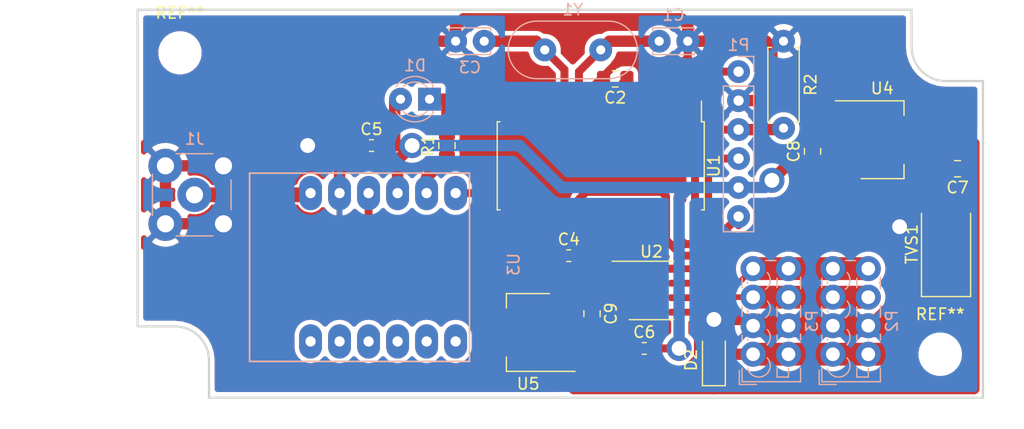
<source format=kicad_pcb>
(kicad_pcb (version 20171130) (host pcbnew 5.1.2)

  (general
    (thickness 1.6)
    (drawings 10)
    (tracks 226)
    (zones 0)
    (modules 26)
    (nets 22)
  )

  (page A4)
  (layers
    (0 F.Cu signal)
    (31 B.Cu signal)
    (32 B.Adhes user)
    (33 F.Adhes user)
    (34 B.Paste user)
    (35 F.Paste user)
    (36 B.SilkS user)
    (37 F.SilkS user)
    (38 B.Mask user)
    (39 F.Mask user)
    (40 Dwgs.User user)
    (41 Cmts.User user)
    (42 Eco1.User user)
    (43 Eco2.User user)
    (44 Edge.Cuts user)
    (45 Margin user)
    (46 B.CrtYd user)
    (47 F.CrtYd user)
    (48 B.Fab user)
    (49 F.Fab user)
  )

  (setup
    (last_trace_width 0.7)
    (user_trace_width 0.5)
    (user_trace_width 0.7)
    (user_trace_width 0.8)
    (user_trace_width 1)
    (user_trace_width 1.5)
    (user_trace_width 2)
    (trace_clearance 0.2)
    (zone_clearance 0.2)
    (zone_45_only no)
    (trace_min 0.5)
    (via_size 1.5)
    (via_drill 0.8)
    (via_min_size 1.5)
    (via_min_drill 0.8)
    (user_via 2 0.8)
    (user_via 2 1.3)
    (user_via 2.2 1.3)
    (uvia_size 0.3)
    (uvia_drill 0.1)
    (uvias_allowed no)
    (uvia_min_size 0.2)
    (uvia_min_drill 0.1)
    (edge_width 0.05)
    (segment_width 0.2)
    (pcb_text_width 0.3)
    (pcb_text_size 1.5 1.5)
    (mod_edge_width 0.12)
    (mod_text_size 1 1)
    (mod_text_width 0.15)
    (pad_size 2 2)
    (pad_drill 0.8)
    (pad_to_mask_clearance 0.051)
    (solder_mask_min_width 0.25)
    (aux_axis_origin 0 0)
    (visible_elements 7FFFFFFF)
    (pcbplotparams
      (layerselection 0x01000_ffffffff)
      (usegerberextensions false)
      (usegerberattributes false)
      (usegerberadvancedattributes false)
      (creategerberjobfile false)
      (excludeedgelayer false)
      (linewidth 0.200000)
      (plotframeref false)
      (viasonmask false)
      (mode 1)
      (useauxorigin false)
      (hpglpennumber 1)
      (hpglpenspeed 20)
      (hpglpendiameter 15.000000)
      (psnegative false)
      (psa4output false)
      (plotreference true)
      (plotvalue true)
      (plotinvisibletext false)
      (padsonsilk false)
      (subtractmaskfromsilk false)
      (outputformat 1)
      (mirror false)
      (drillshape 0)
      (scaleselection 1)
      (outputdirectory "gerbers/"))
  )

  (net 0 "")
  (net 1 GND)
  (net 2 "Net-(C1-Pad2)")
  (net 3 "Net-(C2-Pad1)")
  (net 4 "Net-(C3-Pad2)")
  (net 5 "Net-(C4-Pad2)")
  (net 6 +3.3V)
  (net 7 +12V)
  (net 8 +5V)
  (net 9 "Net-(D1-Pad1)")
  (net 10 /12Vin)
  (net 11 /~MCLR)
  (net 12 /PGD)
  (net 13 /PGC)
  (net 14 "Net-(R1-Pad1)")
  (net 15 "Net-(U1-Pad17)")
  (net 16 "Net-(U1-Pad18)")
  (net 17 /CANTX)
  (net 18 /CANRX)
  (net 19 /CANP)
  (net 20 /CANN)
  (net 21 /ANT)

  (net_class Default "Ceci est la Netclass par défaut."
    (clearance 0.2)
    (trace_width 0.5)
    (via_dia 1.5)
    (via_drill 0.8)
    (uvia_dia 0.3)
    (uvia_drill 0.1)
    (diff_pair_width 0.5)
    (diff_pair_gap 0.77)
    (add_net +12V)
    (add_net +3.3V)
    (add_net +5V)
    (add_net /12Vin)
    (add_net /CANN)
    (add_net /CANP)
    (add_net /CANRX)
    (add_net /CANTX)
    (add_net /PGC)
    (add_net /PGD)
    (add_net /~MCLR)
    (add_net GND)
    (add_net "Net-(C1-Pad2)")
    (add_net "Net-(C2-Pad1)")
    (add_net "Net-(C3-Pad2)")
    (add_net "Net-(C4-Pad2)")
    (add_net "Net-(D1-Pad1)")
    (add_net "Net-(R1-Pad1)")
    (add_net "Net-(U1-Pad17)")
    (add_net "Net-(U1-Pad18)")
  )

  (net_class RF ""
    (clearance 0.2)
    (trace_width 1.3)
    (via_dia 1.5)
    (via_drill 0.8)
    (uvia_dia 0.3)
    (uvia_drill 0.1)
    (diff_pair_width 0.5)
    (diff_pair_gap 0.77)
    (add_net /ANT)
  )

  (module Capacitor_SMD:C_0805_2012Metric_Pad1.15x1.40mm_HandSolder (layer F.Cu) (tedit 5B36C52B) (tstamp 5D0A2BEF)
    (at 149.343 52.324 180)
    (descr "Capacitor SMD 0805 (2012 Metric), square (rectangular) end terminal, IPC_7351 nominal with elongated pad for handsoldering. (Body size source: https://docs.google.com/spreadsheets/d/1BsfQQcO9C6DZCsRaXUlFlo91Tg2WpOkGARC1WS5S8t0/edit?usp=sharing), generated with kicad-footprint-generator")
    (tags "capacitor handsolder")
    (path /5D07805E)
    (attr smd)
    (fp_text reference C7 (at 0 -1.65) (layer F.SilkS)
      (effects (font (size 1 1) (thickness 0.15)))
    )
    (fp_text value 10uF (at 0 1.65) (layer F.Fab)
      (effects (font (size 1 1) (thickness 0.15)))
    )
    (fp_line (start -1 0.6) (end -1 -0.6) (layer F.Fab) (width 0.1))
    (fp_line (start -1 -0.6) (end 1 -0.6) (layer F.Fab) (width 0.1))
    (fp_line (start 1 -0.6) (end 1 0.6) (layer F.Fab) (width 0.1))
    (fp_line (start 1 0.6) (end -1 0.6) (layer F.Fab) (width 0.1))
    (fp_line (start -0.261252 -0.71) (end 0.261252 -0.71) (layer F.SilkS) (width 0.12))
    (fp_line (start -0.261252 0.71) (end 0.261252 0.71) (layer F.SilkS) (width 0.12))
    (fp_line (start -1.85 0.95) (end -1.85 -0.95) (layer F.CrtYd) (width 0.05))
    (fp_line (start -1.85 -0.95) (end 1.85 -0.95) (layer F.CrtYd) (width 0.05))
    (fp_line (start 1.85 -0.95) (end 1.85 0.95) (layer F.CrtYd) (width 0.05))
    (fp_line (start 1.85 0.95) (end -1.85 0.95) (layer F.CrtYd) (width 0.05))
    (fp_text user %R (at 0 0) (layer F.Fab)
      (effects (font (size 0.5 0.5) (thickness 0.08)))
    )
    (pad 1 smd roundrect (at -1.025 0 180) (size 1.15 1.4) (layers F.Cu F.Paste F.Mask) (roundrect_rratio 0.217391)
      (net 7 +12V))
    (pad 2 smd roundrect (at 1.025 0 180) (size 1.15 1.4) (layers F.Cu F.Paste F.Mask) (roundrect_rratio 0.217391)
      (net 1 GND))
    (model ${KISYS3DMOD}/Capacitor_SMD.3dshapes/C_0805_2012Metric.wrl
      (at (xyz 0 0 0))
      (scale (xyz 1 1 1))
      (rotate (xyz 0 0 0))
    )
  )

  (module MountingHole:MountingHole_3mm (layer F.Cu) (tedit 56D1B4CB) (tstamp 5D0A550D)
    (at 81.28 42.164)
    (descr "Mounting Hole 3mm, no annular")
    (tags "mounting hole 3mm no annular")
    (attr virtual)
    (fp_text reference REF** (at 0 -3.5) (layer F.SilkS)
      (effects (font (size 1 1) (thickness 0.15)))
    )
    (fp_text value MountingHole_3mm (at 0 3.5) (layer F.Fab)
      (effects (font (size 1 1) (thickness 0.15)))
    )
    (fp_circle (center 0 0) (end 3.25 0) (layer F.CrtYd) (width 0.05))
    (fp_circle (center 0 0) (end 3 0) (layer Cmts.User) (width 0.15))
    (fp_text user %R (at 0.3 0) (layer F.Fab)
      (effects (font (size 1 1) (thickness 0.15)))
    )
    (pad 1 np_thru_hole circle (at 0 0) (size 3 3) (drill 3) (layers *.Cu *.Mask))
  )

  (module MountingHole:MountingHole_3mm (layer F.Cu) (tedit 56D1B4CB) (tstamp 5D0B7F12)
    (at 147.828 68.58)
    (descr "Mounting Hole 3mm, no annular")
    (tags "mounting hole 3mm no annular")
    (attr virtual)
    (fp_text reference REF** (at 0 -3.5) (layer F.SilkS)
      (effects (font (size 1 1) (thickness 0.15)))
    )
    (fp_text value MountingHole_3mm (at 0 3.5) (layer F.Fab)
      (effects (font (size 1 1) (thickness 0.15)))
    )
    (fp_circle (center 0 0) (end 3.25 0) (layer F.CrtYd) (width 0.05))
    (fp_circle (center 0 0) (end 3 0) (layer Cmts.User) (width 0.15))
    (fp_text user %R (at 0.3 0) (layer F.Fab)
      (effects (font (size 1 1) (thickness 0.15)))
    )
    (pad 1 np_thru_hole circle (at 0 0) (size 3 3) (drill 3) (layers *.Cu *.Mask))
  )

  (module Resistor_SMD:R_0805_2012Metric_Pad1.15x1.40mm_HandSolder (layer F.Cu) (tedit 5B36C52B) (tstamp 5D0A7AD3)
    (at 104.648 50.292 90)
    (descr "Resistor SMD 0805 (2012 Metric), square (rectangular) end terminal, IPC_7351 nominal with elongated pad for handsoldering. (Body size source: https://docs.google.com/spreadsheets/d/1BsfQQcO9C6DZCsRaXUlFlo91Tg2WpOkGARC1WS5S8t0/edit?usp=sharing), generated with kicad-footprint-generator")
    (tags "resistor handsolder")
    (path /5D06D0F4)
    (attr smd)
    (fp_text reference R1 (at 0 -1.65 90) (layer F.SilkS)
      (effects (font (size 1 1) (thickness 0.15)))
    )
    (fp_text value 330 (at 0 1.65 90) (layer F.Fab)
      (effects (font (size 1 1) (thickness 0.15)))
    )
    (fp_text user %R (at 0 0 90) (layer F.Fab)
      (effects (font (size 0.5 0.5) (thickness 0.08)))
    )
    (fp_line (start 1.85 0.95) (end -1.85 0.95) (layer F.CrtYd) (width 0.05))
    (fp_line (start 1.85 -0.95) (end 1.85 0.95) (layer F.CrtYd) (width 0.05))
    (fp_line (start -1.85 -0.95) (end 1.85 -0.95) (layer F.CrtYd) (width 0.05))
    (fp_line (start -1.85 0.95) (end -1.85 -0.95) (layer F.CrtYd) (width 0.05))
    (fp_line (start -0.261252 0.71) (end 0.261252 0.71) (layer F.SilkS) (width 0.12))
    (fp_line (start -0.261252 -0.71) (end 0.261252 -0.71) (layer F.SilkS) (width 0.12))
    (fp_line (start 1 0.6) (end -1 0.6) (layer F.Fab) (width 0.1))
    (fp_line (start 1 -0.6) (end 1 0.6) (layer F.Fab) (width 0.1))
    (fp_line (start -1 -0.6) (end 1 -0.6) (layer F.Fab) (width 0.1))
    (fp_line (start -1 0.6) (end -1 -0.6) (layer F.Fab) (width 0.1))
    (pad 2 smd roundrect (at 1.025 0 90) (size 1.15 1.4) (layers F.Cu F.Paste F.Mask) (roundrect_rratio 0.217391)
      (net 9 "Net-(D1-Pad1)"))
    (pad 1 smd roundrect (at -1.025 0 90) (size 1.15 1.4) (layers F.Cu F.Paste F.Mask) (roundrect_rratio 0.217391)
      (net 14 "Net-(R1-Pad1)"))
    (model ${KISYS3DMOD}/Resistor_SMD.3dshapes/R_0805_2012Metric.wrl
      (at (xyz 0 0 0))
      (scale (xyz 1 1 1))
      (rotate (xyz 0 0 0))
    )
  )

  (module TerminalBlock_Phoenix:TerminalBlock_Phoenix_PTSM-0,5-4-2.5-V-THR_1x04_P2.50mm_Vertical (layer B.Cu) (tedit 5B294EB8) (tstamp 5D098219)
    (at 138.43 68.58 90)
    (descr "Terminal Block Phoenix PTSM-0,5-4-2.5-V-THR, vertical (cable from top), 4 pins, pitch 2.5mm, size 10.5x5mm^2, drill diamater 1.2mm, pad diameter 2mm, see http://www.produktinfo.conrad.com/datenblaetter/550000-574999/556444-da-01-de-LEITERPLATTENKL__PTSM_0_5__4_2_5_V_THR.pdf, script-generated with , script-generated using https://github.com/pointhi/kicad-footprint-generator/scripts/TerminalBlock_Phoenix")
    (tags "THT Terminal Block Phoenix PTSM-0,5-4-2.5-V-THR vertical pitch 2.5mm size 10.5x5mm^2 drill 1.2mm pad 2mm")
    (path /5D078049)
    (fp_text reference P2 (at 2.9 5.16 270) (layer B.SilkS)
      (effects (font (size 1 1) (thickness 0.15)) (justify mirror))
    )
    (fp_text value CONN_4 (at 2.9 -1.96 270) (layer B.Fab)
      (effects (font (size 1 1) (thickness 0.15)) (justify mirror))
    )
    (fp_text user %R (at 2.9 5.16 270) (layer B.Fab)
      (effects (font (size 1 1) (thickness 0.15)) (justify mirror))
    )
    (fp_line (start 8.65 4.6) (end -2.85 4.6) (layer B.CrtYd) (width 0.05))
    (fp_line (start 8.65 -1.41) (end 8.65 4.6) (layer B.CrtYd) (width 0.05))
    (fp_line (start -2.85 -1.41) (end 8.65 -1.41) (layer B.CrtYd) (width 0.05))
    (fp_line (start -2.85 4.6) (end -2.85 -1.41) (layer B.CrtYd) (width 0.05))
    (fp_line (start -2.65 -1.2) (end -1.4 -1.2) (layer B.SilkS) (width 0.12))
    (fp_line (start -2.65 0.29) (end -2.65 -1.2) (layer B.SilkS) (width 0.12))
    (fp_line (start 7.5 3.1) (end 5.5 3.1) (layer B.Fab) (width 0.1))
    (fp_line (start 7.5 2.1) (end 7.5 3.1) (layer B.Fab) (width 0.1))
    (fp_line (start 5.5 2.1) (end 7.5 2.1) (layer B.Fab) (width 0.1))
    (fp_line (start 5.5 3.1) (end 5.5 2.1) (layer B.Fab) (width 0.1))
    (fp_line (start 5.836 2.1) (end 6.665 2.1) (layer B.SilkS) (width 0.12))
    (fp_line (start 5 3.1) (end 3 3.1) (layer B.Fab) (width 0.1))
    (fp_line (start 5 2.1) (end 5 3.1) (layer B.Fab) (width 0.1))
    (fp_line (start 3 2.1) (end 5 2.1) (layer B.Fab) (width 0.1))
    (fp_line (start 3 3.1) (end 3 2.1) (layer B.Fab) (width 0.1))
    (fp_line (start 3.336 2.1) (end 4.165 2.1) (layer B.SilkS) (width 0.12))
    (fp_line (start 2.5 3.1) (end 0.5 3.1) (layer B.Fab) (width 0.1))
    (fp_line (start 2.5 2.1) (end 2.5 3.1) (layer B.Fab) (width 0.1))
    (fp_line (start 0.5 2.1) (end 2.5 2.1) (layer B.Fab) (width 0.1))
    (fp_line (start 0.5 3.1) (end 0.5 2.1) (layer B.Fab) (width 0.1))
    (fp_line (start 1.24 2.1) (end 1.665 2.1) (layer B.SilkS) (width 0.12))
    (fp_line (start 1.24 3.1) (end 1.245 3.1) (layer B.SilkS) (width 0.12))
    (fp_line (start 0 3.1) (end -2 3.1) (layer B.Fab) (width 0.1))
    (fp_line (start 0 2.1) (end 0 3.1) (layer B.Fab) (width 0.1))
    (fp_line (start -2 2.1) (end 0 2.1) (layer B.Fab) (width 0.1))
    (fp_line (start -2 3.1) (end -2 2.1) (layer B.Fab) (width 0.1))
    (fp_line (start -2 3.1) (end -2 2.1) (layer B.SilkS) (width 0.12))
    (fp_line (start -2 2.1) (end -1.24 2.1) (layer B.SilkS) (width 0.12))
    (fp_line (start -2 3.1) (end -1.24 3.1) (layer B.SilkS) (width 0.12))
    (fp_line (start 8.21 2) (end 8.21 1.1) (layer B.SilkS) (width 0.12))
    (fp_line (start -2.41 4.16) (end -2.41 -0.961) (layer B.SilkS) (width 0.12))
    (fp_line (start 5.836 -0.961) (end 6.665 -0.961) (layer B.SilkS) (width 0.12))
    (fp_line (start 3.336 -0.961) (end 4.165 -0.961) (layer B.SilkS) (width 0.12))
    (fp_line (start 1.24 -0.961) (end 1.665 -0.961) (layer B.SilkS) (width 0.12))
    (fp_line (start -2.41 -0.961) (end -1.24 -0.961) (layer B.SilkS) (width 0.12))
    (fp_line (start 5.738 4.16) (end 6.763 4.16) (layer B.SilkS) (width 0.12))
    (fp_line (start 3.238 4.16) (end 4.263 4.16) (layer B.SilkS) (width 0.12))
    (fp_line (start 1.24 4.16) (end 1.763 4.16) (layer B.SilkS) (width 0.12))
    (fp_line (start -2.41 4.16) (end -1.24 4.16) (layer B.SilkS) (width 0.12))
    (fp_line (start -2.35 0.35) (end -2.35 4.1) (layer B.Fab) (width 0.1))
    (fp_line (start -1.1 -0.9) (end -2.35 0.35) (layer B.Fab) (width 0.1))
    (fp_line (start 8.15 -0.9) (end -1.1 -0.9) (layer B.Fab) (width 0.1))
    (fp_line (start 8.15 4.1) (end 8.15 -0.9) (layer B.Fab) (width 0.1))
    (fp_line (start -2.35 4.1) (end 8.15 4.1) (layer B.Fab) (width 0.1))
    (fp_circle (center 6.5 0.5) (end 7.5 0.5) (layer B.Fab) (width 0.1))
    (fp_circle (center 4 0.5) (end 5 0.5) (layer B.Fab) (width 0.1))
    (fp_circle (center 1.5 0.5) (end 2.5 0.5) (layer B.Fab) (width 0.1))
    (fp_circle (center -1 0.5) (end 0 0.5) (layer B.Fab) (width 0.1))
    (fp_arc (start 6.5 0.5) (end 6.191 -0.452) (angle 9) (layer B.SilkS) (width 0.12))
    (fp_arc (start 6.5 0.5) (end 7.157 1.255) (angle 95) (layer B.SilkS) (width 0.12))
    (fp_arc (start 4 0.5) (end 3.691 -0.452) (angle 9) (layer B.SilkS) (width 0.12))
    (fp_arc (start 4 0.5) (end 4.657 1.255) (angle 95) (layer B.SilkS) (width 0.12))
    (fp_arc (start 1.5 0.5) (end 1.225 -0.462) (angle 7) (layer B.SilkS) (width 0.12))
    (fp_arc (start 1.5 0.5) (end 2.157 1.255) (angle 84) (layer B.SilkS) (width 0.12))
    (fp_arc (start -1 0.5) (end -0.318 1.232) (angle 210) (layer B.SilkS) (width 0.12))
    (pad 4 thru_hole circle (at 7.5 3.1 90) (size 2.2 2.2) (drill 1.2) (layers *.Cu *.Mask)
      (net 19 /CANP))
    (pad 4 thru_hole circle (at 7.5 0 90) (size 2.2 2.2) (drill 1.2) (layers *.Cu *.Mask)
      (net 19 /CANP))
    (pad 3 thru_hole circle (at 5 3.1 90) (size 2.2 2.2) (drill 1.2) (layers *.Cu *.Mask)
      (net 20 /CANN))
    (pad 3 thru_hole circle (at 5 0 90) (size 2.2 2.2) (drill 1.2) (layers *.Cu *.Mask)
      (net 20 /CANN))
    (pad 2 thru_hole circle (at 2.5 3.1 90) (size 2.2 2.2) (drill 1.2) (layers *.Cu *.Mask)
      (net 1 GND))
    (pad 2 thru_hole circle (at 2.5 0 90) (size 2.2 2.2) (drill 1.2) (layers *.Cu *.Mask)
      (net 1 GND))
    (pad 1 thru_hole circle (at 0 3.1 90) (size 2.2 2.2) (drill 1.2) (layers *.Cu *.Mask)
      (net 10 /12Vin))
    (pad 1 thru_hole circle (at 0 0 90) (size 2.2 2.2) (drill 1.2) (layers *.Cu *.Mask)
      (net 10 /12Vin))
    (model ${KISYS3DMOD}/TerminalBlock_Phoenix.3dshapes/TerminalBlock_Phoenix_PTSM-0,5-4-2.5-V-THR_1x04_P2.50mm_Vertical.wrl
      (at (xyz 0 0 0))
      (scale (xyz 1 1 1))
      (rotate (xyz 0 0 0))
    )
  )

  (module TerminalBlock_Phoenix:TerminalBlock_Phoenix_PTSM-0,5-4-2.5-V-THR_1x04_P2.50mm_Vertical (layer B.Cu) (tedit 5D0A0FE0) (tstamp 5D098150)
    (at 131.445 68.58 90)
    (descr "Terminal Block Phoenix PTSM-0,5-4-2.5-V-THR, vertical (cable from top), 4 pins, pitch 2.5mm, size 10.5x5mm^2, drill diamater 1.2mm, pad diameter 2mm, see http://www.produktinfo.conrad.com/datenblaetter/550000-574999/556444-da-01-de-LEITERPLATTENKL__PTSM_0_5__4_2_5_V_THR.pdf, script-generated with , script-generated using https://github.com/pointhi/kicad-footprint-generator/scripts/TerminalBlock_Phoenix")
    (tags "THT Terminal Block Phoenix PTSM-0,5-4-2.5-V-THR vertical pitch 2.5mm size 10.5x5mm^2 drill 1.2mm pad 2mm")
    (path /5D078055)
    (fp_text reference P3 (at 2.9 5.16 90) (layer B.SilkS)
      (effects (font (size 1 1) (thickness 0.15)) (justify mirror))
    )
    (fp_text value CONN_4 (at 2.9 -1.96 90) (layer B.Fab)
      (effects (font (size 1 1) (thickness 0.15)) (justify mirror))
    )
    (fp_arc (start -1 0.5) (end -0.318 1.232) (angle 210) (layer B.SilkS) (width 0.12))
    (fp_arc (start 1.5 0.5) (end 2.157 1.255) (angle 84) (layer B.SilkS) (width 0.12))
    (fp_arc (start 1.5 0.5) (end 1.225 -0.462) (angle 7) (layer B.SilkS) (width 0.12))
    (fp_arc (start 4 0.5) (end 4.657 1.255) (angle 95) (layer B.SilkS) (width 0.12))
    (fp_arc (start 4 0.5) (end 3.691 -0.452) (angle 9) (layer B.SilkS) (width 0.12))
    (fp_arc (start 6.5 0.5) (end 7.157 1.255) (angle 95) (layer B.SilkS) (width 0.12))
    (fp_arc (start 6.5 0.5) (end 6.191 -0.452) (angle 9) (layer B.SilkS) (width 0.12))
    (fp_circle (center -1 0.5) (end 0 0.5) (layer B.Fab) (width 0.1))
    (fp_circle (center 1.5 0.5) (end 2.5 0.5) (layer B.Fab) (width 0.1))
    (fp_circle (center 4 0.5) (end 5 0.5) (layer B.Fab) (width 0.1))
    (fp_circle (center 6.5 0.5) (end 7.5 0.5) (layer B.Fab) (width 0.1))
    (fp_line (start -2.35 4.1) (end 8.15 4.1) (layer B.Fab) (width 0.1))
    (fp_line (start 8.15 4.1) (end 8.15 -0.9) (layer B.Fab) (width 0.1))
    (fp_line (start 8.15 -0.9) (end -1.1 -0.9) (layer B.Fab) (width 0.1))
    (fp_line (start -1.1 -0.9) (end -2.35 0.35) (layer B.Fab) (width 0.1))
    (fp_line (start -2.35 0.35) (end -2.35 4.1) (layer B.Fab) (width 0.1))
    (fp_line (start -2.41 4.16) (end -1.24 4.16) (layer B.SilkS) (width 0.12))
    (fp_line (start 1.24 4.16) (end 1.763 4.16) (layer B.SilkS) (width 0.12))
    (fp_line (start 3.238 4.16) (end 4.263 4.16) (layer B.SilkS) (width 0.12))
    (fp_line (start 5.738 4.16) (end 6.763 4.16) (layer B.SilkS) (width 0.12))
    (fp_line (start -2.41 -0.961) (end -1.24 -0.961) (layer B.SilkS) (width 0.12))
    (fp_line (start 1.24 -0.961) (end 1.665 -0.961) (layer B.SilkS) (width 0.12))
    (fp_line (start 3.336 -0.961) (end 4.165 -0.961) (layer B.SilkS) (width 0.12))
    (fp_line (start 5.836 -0.961) (end 6.665 -0.961) (layer B.SilkS) (width 0.12))
    (fp_line (start -2.41 4.16) (end -2.41 -0.961) (layer B.SilkS) (width 0.12))
    (fp_line (start 8.21 2) (end 8.21 1.1) (layer B.SilkS) (width 0.12))
    (fp_line (start -2 3.1) (end -1.24 3.1) (layer B.SilkS) (width 0.12))
    (fp_line (start -2 2.1) (end -1.24 2.1) (layer B.SilkS) (width 0.12))
    (fp_line (start -2 3.1) (end -2 2.1) (layer B.SilkS) (width 0.12))
    (fp_line (start -2 3.1) (end -2 2.1) (layer B.Fab) (width 0.1))
    (fp_line (start -2 2.1) (end 0 2.1) (layer B.Fab) (width 0.1))
    (fp_line (start 0 2.1) (end 0 3.1) (layer B.Fab) (width 0.1))
    (fp_line (start 0 3.1) (end -2 3.1) (layer B.Fab) (width 0.1))
    (fp_line (start 1.24 3.1) (end 1.245 3.1) (layer B.SilkS) (width 0.12))
    (fp_line (start 1.24 2.1) (end 1.665 2.1) (layer B.SilkS) (width 0.12))
    (fp_line (start 0.5 3.1) (end 0.5 2.1) (layer B.Fab) (width 0.1))
    (fp_line (start 0.5 2.1) (end 2.5 2.1) (layer B.Fab) (width 0.1))
    (fp_line (start 2.5 2.1) (end 2.5 3.1) (layer B.Fab) (width 0.1))
    (fp_line (start 2.5 3.1) (end 0.5 3.1) (layer B.Fab) (width 0.1))
    (fp_line (start 3.336 2.1) (end 4.165 2.1) (layer B.SilkS) (width 0.12))
    (fp_line (start 3 3.1) (end 3 2.1) (layer B.Fab) (width 0.1))
    (fp_line (start 3 2.1) (end 5 2.1) (layer B.Fab) (width 0.1))
    (fp_line (start 5 2.1) (end 5 3.1) (layer B.Fab) (width 0.1))
    (fp_line (start 5 3.1) (end 3 3.1) (layer B.Fab) (width 0.1))
    (fp_line (start 5.836 2.1) (end 6.665 2.1) (layer B.SilkS) (width 0.12))
    (fp_line (start 5.5 3.1) (end 5.5 2.1) (layer B.Fab) (width 0.1))
    (fp_line (start 5.5 2.1) (end 7.5 2.1) (layer B.Fab) (width 0.1))
    (fp_line (start 7.5 2.1) (end 7.5 3.1) (layer B.Fab) (width 0.1))
    (fp_line (start 7.5 3.1) (end 5.5 3.1) (layer B.Fab) (width 0.1))
    (fp_line (start -2.65 0.29) (end -2.65 -1.2) (layer B.SilkS) (width 0.12))
    (fp_line (start -2.65 -1.2) (end -1.4 -1.2) (layer B.SilkS) (width 0.12))
    (fp_line (start -2.85 4.6) (end -2.85 -1.41) (layer B.CrtYd) (width 0.05))
    (fp_line (start -2.85 -1.41) (end 8.65 -1.41) (layer B.CrtYd) (width 0.05))
    (fp_line (start 8.65 -1.41) (end 8.65 4.6) (layer B.CrtYd) (width 0.05))
    (fp_line (start 8.65 4.6) (end -2.85 4.6) (layer B.CrtYd) (width 0.05))
    (fp_text user %R (at 2.9 5.16 90) (layer B.Fab)
      (effects (font (size 1 1) (thickness 0.15)) (justify mirror))
    )
    (pad 1 thru_hole circle (at 0 0 90) (size 2.2 2.2) (drill 1.2) (layers *.Cu *.Mask)
      (net 10 /12Vin))
    (pad 1 thru_hole circle (at 0 3.1 90) (size 2.2 2.2) (drill 1.2) (layers *.Cu *.Mask)
      (net 10 /12Vin))
    (pad 2 thru_hole circle (at 2.5 0 90) (size 2.2 2.2) (drill 1.2) (layers *.Cu *.Mask)
      (net 1 GND))
    (pad 2 thru_hole circle (at 2.5 3.1 90) (size 2.2 2.2) (drill 1.2) (layers *.Cu *.Mask)
      (net 1 GND))
    (pad 3 thru_hole circle (at 5 0 90) (size 2.2 2.2) (drill 1.2) (layers *.Cu *.Mask)
      (net 20 /CANN))
    (pad 3 thru_hole circle (at 5 3.1 90) (size 2.2 2.2) (drill 1.2) (layers *.Cu *.Mask)
      (net 20 /CANN))
    (pad 4 thru_hole circle (at 7.5 0 90) (size 2.2 2.2) (drill 1.2) (layers *.Cu *.Mask)
      (net 19 /CANP))
    (pad 4 thru_hole circle (at 7.5 3.1 90) (size 2.2 2.2) (drill 1.2) (layers *.Cu *.Mask)
      (net 19 /CANP))
    (model ${KISYS3DMOD}/TerminalBlock_Phoenix.3dshapes/TerminalBlock_Phoenix_PTSM-0,5-4-2.5-V-THR_1x04_P2.50mm_Vertical.wrl
      (at (xyz 0 0 0))
      (scale (xyz 1 1 1))
      (rotate (xyz 0 0 0))
    )
  )

  (module Capacitor_THT:C_Disc_D3.4mm_W2.1mm_P2.50mm (layer B.Cu) (tedit 5D0A1010) (tstamp 5D0A0807)
    (at 125.73 41.148 180)
    (descr "C, Disc series, Radial, pin pitch=2.50mm, , diameter*width=3.4*2.1mm^2, Capacitor, http://www.vishay.com/docs/45233/krseries.pdf")
    (tags "C Disc series Radial pin pitch 2.50mm  diameter 3.4mm width 2.1mm Capacitor")
    (path /5D089370)
    (fp_text reference C1 (at 1.25 2.3) (layer B.SilkS)
      (effects (font (size 1 1) (thickness 0.15)) (justify mirror))
    )
    (fp_text value 22pF (at 1.25 -2.3) (layer B.Fab)
      (effects (font (size 1 1) (thickness 0.15)) (justify mirror))
    )
    (fp_line (start -0.45 1.05) (end -0.45 -1.05) (layer B.Fab) (width 0.1))
    (fp_line (start -0.45 -1.05) (end 2.95 -1.05) (layer B.Fab) (width 0.1))
    (fp_line (start 2.95 -1.05) (end 2.95 1.05) (layer B.Fab) (width 0.1))
    (fp_line (start 2.95 1.05) (end -0.45 1.05) (layer B.Fab) (width 0.1))
    (fp_line (start -0.57 1.17) (end 3.07 1.17) (layer B.SilkS) (width 0.12))
    (fp_line (start -0.57 -1.17) (end 3.07 -1.17) (layer B.SilkS) (width 0.12))
    (fp_line (start -0.57 1.17) (end -0.57 0.925) (layer B.SilkS) (width 0.12))
    (fp_line (start -0.57 -0.925) (end -0.57 -1.17) (layer B.SilkS) (width 0.12))
    (fp_line (start 3.07 1.17) (end 3.07 0.925) (layer B.SilkS) (width 0.12))
    (fp_line (start 3.07 -0.925) (end 3.07 -1.17) (layer B.SilkS) (width 0.12))
    (fp_line (start -1.05 1.3) (end -1.05 -1.3) (layer B.CrtYd) (width 0.05))
    (fp_line (start -1.05 -1.3) (end 3.55 -1.3) (layer B.CrtYd) (width 0.05))
    (fp_line (start 3.55 -1.3) (end 3.55 1.3) (layer B.CrtYd) (width 0.05))
    (fp_line (start 3.55 1.3) (end -1.05 1.3) (layer B.CrtYd) (width 0.05))
    (fp_text user %R (at 1.25 0) (layer B.Fab)
      (effects (font (size 0.68 0.68) (thickness 0.102)) (justify mirror))
    )
    (pad 1 thru_hole circle (at 0 0 180) (size 2 2) (drill 0.8) (layers *.Cu *.Mask)
      (net 1 GND))
    (pad 2 thru_hole circle (at 2.5 0 180) (size 2 2) (drill 0.8) (layers *.Cu *.Mask)
      (net 2 "Net-(C1-Pad2)"))
    (model ${KISYS3DMOD}/Capacitor_THT.3dshapes/C_Disc_D3.4mm_W2.1mm_P2.50mm.wrl
      (at (xyz 0 0 0))
      (scale (xyz 1 1 1))
      (rotate (xyz 0 0 0))
    )
  )

  (module Capacitor_SMD:C_0805_2012Metric_Pad1.15x1.40mm_HandSolder (layer F.Cu) (tedit 5B36C52B) (tstamp 5D09406B)
    (at 119.38 44.45 180)
    (descr "Capacitor SMD 0805 (2012 Metric), square (rectangular) end terminal, IPC_7351 nominal with elongated pad for handsoldering. (Body size source: https://docs.google.com/spreadsheets/d/1BsfQQcO9C6DZCsRaXUlFlo91Tg2WpOkGARC1WS5S8t0/edit?usp=sharing), generated with kicad-footprint-generator")
    (tags "capacitor handsolder")
    (path /5D078060)
    (attr smd)
    (fp_text reference C2 (at 0 -1.65) (layer F.SilkS)
      (effects (font (size 1 1) (thickness 0.15)))
    )
    (fp_text value 10uF (at 0 1.65) (layer F.Fab)
      (effects (font (size 1 1) (thickness 0.15)))
    )
    (fp_text user %R (at 0 0) (layer F.Fab)
      (effects (font (size 0.5 0.5) (thickness 0.08)))
    )
    (fp_line (start 1.85 0.95) (end -1.85 0.95) (layer F.CrtYd) (width 0.05))
    (fp_line (start 1.85 -0.95) (end 1.85 0.95) (layer F.CrtYd) (width 0.05))
    (fp_line (start -1.85 -0.95) (end 1.85 -0.95) (layer F.CrtYd) (width 0.05))
    (fp_line (start -1.85 0.95) (end -1.85 -0.95) (layer F.CrtYd) (width 0.05))
    (fp_line (start -0.261252 0.71) (end 0.261252 0.71) (layer F.SilkS) (width 0.12))
    (fp_line (start -0.261252 -0.71) (end 0.261252 -0.71) (layer F.SilkS) (width 0.12))
    (fp_line (start 1 0.6) (end -1 0.6) (layer F.Fab) (width 0.1))
    (fp_line (start 1 -0.6) (end 1 0.6) (layer F.Fab) (width 0.1))
    (fp_line (start -1 -0.6) (end 1 -0.6) (layer F.Fab) (width 0.1))
    (fp_line (start -1 0.6) (end -1 -0.6) (layer F.Fab) (width 0.1))
    (pad 2 smd roundrect (at 1.025 0 180) (size 1.15 1.4) (layers F.Cu F.Paste F.Mask) (roundrect_rratio 0.217391)
      (net 1 GND))
    (pad 1 smd roundrect (at -1.025 0 180) (size 1.15 1.4) (layers F.Cu F.Paste F.Mask) (roundrect_rratio 0.217391)
      (net 3 "Net-(C2-Pad1)"))
    (model ${KISYS3DMOD}/Capacitor_SMD.3dshapes/C_0805_2012Metric.wrl
      (at (xyz 0 0 0))
      (scale (xyz 1 1 1))
      (rotate (xyz 0 0 0))
    )
  )

  (module Capacitor_THT:C_Disc_D3.4mm_W2.1mm_P2.50mm (layer B.Cu) (tedit 5AE50EF0) (tstamp 5D0978C6)
    (at 105.41 41.148)
    (descr "C, Disc series, Radial, pin pitch=2.50mm, , diameter*width=3.4*2.1mm^2, Capacitor, http://www.vishay.com/docs/45233/krseries.pdf")
    (tags "C Disc series Radial pin pitch 2.50mm  diameter 3.4mm width 2.1mm Capacitor")
    (path /5D0896AC)
    (fp_text reference C3 (at 1.25 2.3) (layer B.SilkS)
      (effects (font (size 1 1) (thickness 0.15)) (justify mirror))
    )
    (fp_text value 22pF (at 1.25 -2.3) (layer B.Fab)
      (effects (font (size 1 1) (thickness 0.15)) (justify mirror))
    )
    (fp_text user %R (at 1.25 0) (layer B.Fab)
      (effects (font (size 0.68 0.68) (thickness 0.102)) (justify mirror))
    )
    (fp_line (start 3.55 1.3) (end -1.05 1.3) (layer B.CrtYd) (width 0.05))
    (fp_line (start 3.55 -1.3) (end 3.55 1.3) (layer B.CrtYd) (width 0.05))
    (fp_line (start -1.05 -1.3) (end 3.55 -1.3) (layer B.CrtYd) (width 0.05))
    (fp_line (start -1.05 1.3) (end -1.05 -1.3) (layer B.CrtYd) (width 0.05))
    (fp_line (start 3.07 -0.925) (end 3.07 -1.17) (layer B.SilkS) (width 0.12))
    (fp_line (start 3.07 1.17) (end 3.07 0.925) (layer B.SilkS) (width 0.12))
    (fp_line (start -0.57 -0.925) (end -0.57 -1.17) (layer B.SilkS) (width 0.12))
    (fp_line (start -0.57 1.17) (end -0.57 0.925) (layer B.SilkS) (width 0.12))
    (fp_line (start -0.57 -1.17) (end 3.07 -1.17) (layer B.SilkS) (width 0.12))
    (fp_line (start -0.57 1.17) (end 3.07 1.17) (layer B.SilkS) (width 0.12))
    (fp_line (start 2.95 1.05) (end -0.45 1.05) (layer B.Fab) (width 0.1))
    (fp_line (start 2.95 -1.05) (end 2.95 1.05) (layer B.Fab) (width 0.1))
    (fp_line (start -0.45 -1.05) (end 2.95 -1.05) (layer B.Fab) (width 0.1))
    (fp_line (start -0.45 1.05) (end -0.45 -1.05) (layer B.Fab) (width 0.1))
    (pad 2 thru_hole circle (at 2.5 0) (size 2 2) (drill 0.8) (layers *.Cu *.Mask)
      (net 4 "Net-(C3-Pad2)"))
    (pad 1 thru_hole circle (at 0 0) (size 2 2) (drill 0.8) (layers *.Cu *.Mask)
      (net 1 GND))
    (model ${KISYS3DMOD}/Capacitor_THT.3dshapes/C_Disc_D3.4mm_W2.1mm_P2.50mm.wrl
      (at (xyz 0 0 0))
      (scale (xyz 1 1 1))
      (rotate (xyz 0 0 0))
    )
  )

  (module Capacitor_SMD:C_0603_1608Metric_Pad1.05x0.95mm_HandSolder (layer F.Cu) (tedit 5B301BBE) (tstamp 5D094091)
    (at 115.316 59.944)
    (descr "Capacitor SMD 0603 (1608 Metric), square (rectangular) end terminal, IPC_7351 nominal with elongated pad for handsoldering. (Body size source: http://www.tortai-tech.com/upload/download/2011102023233369053.pdf), generated with kicad-footprint-generator")
    (tags "capacitor handsolder")
    (path /5D078054)
    (attr smd)
    (fp_text reference C4 (at 0 -1.43) (layer F.SilkS)
      (effects (font (size 1 1) (thickness 0.15)))
    )
    (fp_text value 100nF (at 0 1.43) (layer F.Fab)
      (effects (font (size 1 1) (thickness 0.15)))
    )
    (fp_line (start -0.8 0.4) (end -0.8 -0.4) (layer F.Fab) (width 0.1))
    (fp_line (start -0.8 -0.4) (end 0.8 -0.4) (layer F.Fab) (width 0.1))
    (fp_line (start 0.8 -0.4) (end 0.8 0.4) (layer F.Fab) (width 0.1))
    (fp_line (start 0.8 0.4) (end -0.8 0.4) (layer F.Fab) (width 0.1))
    (fp_line (start -0.171267 -0.51) (end 0.171267 -0.51) (layer F.SilkS) (width 0.12))
    (fp_line (start -0.171267 0.51) (end 0.171267 0.51) (layer F.SilkS) (width 0.12))
    (fp_line (start -1.65 0.73) (end -1.65 -0.73) (layer F.CrtYd) (width 0.05))
    (fp_line (start -1.65 -0.73) (end 1.65 -0.73) (layer F.CrtYd) (width 0.05))
    (fp_line (start 1.65 -0.73) (end 1.65 0.73) (layer F.CrtYd) (width 0.05))
    (fp_line (start 1.65 0.73) (end -1.65 0.73) (layer F.CrtYd) (width 0.05))
    (fp_text user %R (at 0 0) (layer F.Fab)
      (effects (font (size 0.4 0.4) (thickness 0.06)))
    )
    (pad 1 smd roundrect (at -0.875 0) (size 1.05 0.95) (layers F.Cu F.Paste F.Mask) (roundrect_rratio 0.25)
      (net 1 GND))
    (pad 2 smd roundrect (at 0.875 0) (size 1.05 0.95) (layers F.Cu F.Paste F.Mask) (roundrect_rratio 0.25)
      (net 5 "Net-(C4-Pad2)"))
    (model ${KISYS3DMOD}/Capacitor_SMD.3dshapes/C_0603_1608Metric.wrl
      (at (xyz 0 0 0))
      (scale (xyz 1 1 1))
      (rotate (xyz 0 0 0))
    )
  )

  (module Capacitor_SMD:C_0603_1608Metric_Pad1.05x0.95mm_HandSolder (layer F.Cu) (tedit 5B301BBE) (tstamp 5D0940A2)
    (at 98.044 50.292)
    (descr "Capacitor SMD 0603 (1608 Metric), square (rectangular) end terminal, IPC_7351 nominal with elongated pad for handsoldering. (Body size source: http://www.tortai-tech.com/upload/download/2011102023233369053.pdf), generated with kicad-footprint-generator")
    (tags "capacitor handsolder")
    (path /5D06C1C4)
    (attr smd)
    (fp_text reference C5 (at 0 -1.43) (layer F.SilkS)
      (effects (font (size 1 1) (thickness 0.15)))
    )
    (fp_text value 100nF (at 0 1.43) (layer F.Fab)
      (effects (font (size 1 1) (thickness 0.15)))
    )
    (fp_line (start -0.8 0.4) (end -0.8 -0.4) (layer F.Fab) (width 0.1))
    (fp_line (start -0.8 -0.4) (end 0.8 -0.4) (layer F.Fab) (width 0.1))
    (fp_line (start 0.8 -0.4) (end 0.8 0.4) (layer F.Fab) (width 0.1))
    (fp_line (start 0.8 0.4) (end -0.8 0.4) (layer F.Fab) (width 0.1))
    (fp_line (start -0.171267 -0.51) (end 0.171267 -0.51) (layer F.SilkS) (width 0.12))
    (fp_line (start -0.171267 0.51) (end 0.171267 0.51) (layer F.SilkS) (width 0.12))
    (fp_line (start -1.65 0.73) (end -1.65 -0.73) (layer F.CrtYd) (width 0.05))
    (fp_line (start -1.65 -0.73) (end 1.65 -0.73) (layer F.CrtYd) (width 0.05))
    (fp_line (start 1.65 -0.73) (end 1.65 0.73) (layer F.CrtYd) (width 0.05))
    (fp_line (start 1.65 0.73) (end -1.65 0.73) (layer F.CrtYd) (width 0.05))
    (fp_text user %R (at 0 0) (layer F.Fab)
      (effects (font (size 0.4 0.4) (thickness 0.06)))
    )
    (pad 1 smd roundrect (at -0.875 0) (size 1.05 0.95) (layers F.Cu F.Paste F.Mask) (roundrect_rratio 0.25)
      (net 1 GND))
    (pad 2 smd roundrect (at 0.875 0) (size 1.05 0.95) (layers F.Cu F.Paste F.Mask) (roundrect_rratio 0.25)
      (net 6 +3.3V))
    (model ${KISYS3DMOD}/Capacitor_SMD.3dshapes/C_0603_1608Metric.wrl
      (at (xyz 0 0 0))
      (scale (xyz 1 1 1))
      (rotate (xyz 0 0 0))
    )
  )

  (module Capacitor_SMD:C_0603_1608Metric_Pad1.05x0.95mm_HandSolder (layer F.Cu) (tedit 5B301BBE) (tstamp 5D0940B3)
    (at 121.92 68.072)
    (descr "Capacitor SMD 0603 (1608 Metric), square (rectangular) end terminal, IPC_7351 nominal with elongated pad for handsoldering. (Body size source: http://www.tortai-tech.com/upload/download/2011102023233369053.pdf), generated with kicad-footprint-generator")
    (tags "capacitor handsolder")
    (path /5D07805A)
    (attr smd)
    (fp_text reference C6 (at 0 -1.43) (layer F.SilkS)
      (effects (font (size 1 1) (thickness 0.15)))
    )
    (fp_text value 100nF (at 0 1.43) (layer F.Fab)
      (effects (font (size 1 1) (thickness 0.15)))
    )
    (fp_text user %R (at 0 0) (layer F.Fab)
      (effects (font (size 0.4 0.4) (thickness 0.06)))
    )
    (fp_line (start 1.65 0.73) (end -1.65 0.73) (layer F.CrtYd) (width 0.05))
    (fp_line (start 1.65 -0.73) (end 1.65 0.73) (layer F.CrtYd) (width 0.05))
    (fp_line (start -1.65 -0.73) (end 1.65 -0.73) (layer F.CrtYd) (width 0.05))
    (fp_line (start -1.65 0.73) (end -1.65 -0.73) (layer F.CrtYd) (width 0.05))
    (fp_line (start -0.171267 0.51) (end 0.171267 0.51) (layer F.SilkS) (width 0.12))
    (fp_line (start -0.171267 -0.51) (end 0.171267 -0.51) (layer F.SilkS) (width 0.12))
    (fp_line (start 0.8 0.4) (end -0.8 0.4) (layer F.Fab) (width 0.1))
    (fp_line (start 0.8 -0.4) (end 0.8 0.4) (layer F.Fab) (width 0.1))
    (fp_line (start -0.8 -0.4) (end 0.8 -0.4) (layer F.Fab) (width 0.1))
    (fp_line (start -0.8 0.4) (end -0.8 -0.4) (layer F.Fab) (width 0.1))
    (pad 2 smd roundrect (at 0.875 0) (size 1.05 0.95) (layers F.Cu F.Paste F.Mask) (roundrect_rratio 0.25)
      (net 6 +3.3V))
    (pad 1 smd roundrect (at -0.875 0) (size 1.05 0.95) (layers F.Cu F.Paste F.Mask) (roundrect_rratio 0.25)
      (net 1 GND))
    (model ${KISYS3DMOD}/Capacitor_SMD.3dshapes/C_0603_1608Metric.wrl
      (at (xyz 0 0 0))
      (scale (xyz 1 1 1))
      (rotate (xyz 0 0 0))
    )
  )

  (module Capacitor_SMD:C_0805_2012Metric_Pad1.15x1.40mm_HandSolder (layer F.Cu) (tedit 5B36C52B) (tstamp 5D0940D5)
    (at 136.652 50.8 90)
    (descr "Capacitor SMD 0805 (2012 Metric), square (rectangular) end terminal, IPC_7351 nominal with elongated pad for handsoldering. (Body size source: https://docs.google.com/spreadsheets/d/1BsfQQcO9C6DZCsRaXUlFlo91Tg2WpOkGARC1WS5S8t0/edit?usp=sharing), generated with kicad-footprint-generator")
    (tags "capacitor handsolder")
    (path /5D07805F)
    (attr smd)
    (fp_text reference C8 (at 0 -1.65 90) (layer F.SilkS)
      (effects (font (size 1 1) (thickness 0.15)))
    )
    (fp_text value 10uF (at 0 1.65 90) (layer F.Fab)
      (effects (font (size 1 1) (thickness 0.15)))
    )
    (fp_text user %R (at 0 0 90) (layer F.Fab)
      (effects (font (size 0.5 0.5) (thickness 0.08)))
    )
    (fp_line (start 1.85 0.95) (end -1.85 0.95) (layer F.CrtYd) (width 0.05))
    (fp_line (start 1.85 -0.95) (end 1.85 0.95) (layer F.CrtYd) (width 0.05))
    (fp_line (start -1.85 -0.95) (end 1.85 -0.95) (layer F.CrtYd) (width 0.05))
    (fp_line (start -1.85 0.95) (end -1.85 -0.95) (layer F.CrtYd) (width 0.05))
    (fp_line (start -0.261252 0.71) (end 0.261252 0.71) (layer F.SilkS) (width 0.12))
    (fp_line (start -0.261252 -0.71) (end 0.261252 -0.71) (layer F.SilkS) (width 0.12))
    (fp_line (start 1 0.6) (end -1 0.6) (layer F.Fab) (width 0.1))
    (fp_line (start 1 -0.6) (end 1 0.6) (layer F.Fab) (width 0.1))
    (fp_line (start -1 -0.6) (end 1 -0.6) (layer F.Fab) (width 0.1))
    (fp_line (start -1 0.6) (end -1 -0.6) (layer F.Fab) (width 0.1))
    (pad 2 smd roundrect (at 1.025 0 90) (size 1.15 1.4) (layers F.Cu F.Paste F.Mask) (roundrect_rratio 0.217391)
      (net 1 GND))
    (pad 1 smd roundrect (at -1.025 0 90) (size 1.15 1.4) (layers F.Cu F.Paste F.Mask) (roundrect_rratio 0.217391)
      (net 6 +3.3V))
    (model ${KISYS3DMOD}/Capacitor_SMD.3dshapes/C_0805_2012Metric.wrl
      (at (xyz 0 0 0))
      (scale (xyz 1 1 1))
      (rotate (xyz 0 0 0))
    )
  )

  (module Capacitor_SMD:C_0805_2012Metric_Pad1.15x1.40mm_HandSolder (layer F.Cu) (tedit 5B36C52B) (tstamp 5D0940E6)
    (at 117.348 65.024 270)
    (descr "Capacitor SMD 0805 (2012 Metric), square (rectangular) end terminal, IPC_7351 nominal with elongated pad for handsoldering. (Body size source: https://docs.google.com/spreadsheets/d/1BsfQQcO9C6DZCsRaXUlFlo91Tg2WpOkGARC1WS5S8t0/edit?usp=sharing), generated with kicad-footprint-generator")
    (tags "capacitor handsolder")
    (path /5D07802E)
    (attr smd)
    (fp_text reference C9 (at 0 -1.65 90) (layer F.SilkS)
      (effects (font (size 1 1) (thickness 0.15)))
    )
    (fp_text value 10uF (at 0 1.65 90) (layer F.Fab)
      (effects (font (size 1 1) (thickness 0.15)))
    )
    (fp_line (start -1 0.6) (end -1 -0.6) (layer F.Fab) (width 0.1))
    (fp_line (start -1 -0.6) (end 1 -0.6) (layer F.Fab) (width 0.1))
    (fp_line (start 1 -0.6) (end 1 0.6) (layer F.Fab) (width 0.1))
    (fp_line (start 1 0.6) (end -1 0.6) (layer F.Fab) (width 0.1))
    (fp_line (start -0.261252 -0.71) (end 0.261252 -0.71) (layer F.SilkS) (width 0.12))
    (fp_line (start -0.261252 0.71) (end 0.261252 0.71) (layer F.SilkS) (width 0.12))
    (fp_line (start -1.85 0.95) (end -1.85 -0.95) (layer F.CrtYd) (width 0.05))
    (fp_line (start -1.85 -0.95) (end 1.85 -0.95) (layer F.CrtYd) (width 0.05))
    (fp_line (start 1.85 -0.95) (end 1.85 0.95) (layer F.CrtYd) (width 0.05))
    (fp_line (start 1.85 0.95) (end -1.85 0.95) (layer F.CrtYd) (width 0.05))
    (fp_text user %R (at 0 0 90) (layer F.Fab)
      (effects (font (size 0.5 0.5) (thickness 0.08)))
    )
    (pad 1 smd roundrect (at -1.025 0 270) (size 1.15 1.4) (layers F.Cu F.Paste F.Mask) (roundrect_rratio 0.217391)
      (net 8 +5V))
    (pad 2 smd roundrect (at 1.025 0 270) (size 1.15 1.4) (layers F.Cu F.Paste F.Mask) (roundrect_rratio 0.217391)
      (net 1 GND))
    (model ${KISYS3DMOD}/Capacitor_SMD.3dshapes/C_0805_2012Metric.wrl
      (at (xyz 0 0 0))
      (scale (xyz 1 1 1))
      (rotate (xyz 0 0 0))
    )
  )

  (module LED_THT:LED_D3.0mm (layer B.Cu) (tedit 5D0B8D07) (tstamp 5D0940F9)
    (at 103.124 46.228 180)
    (descr "LED, diameter 3.0mm, 2 pins")
    (tags "LED diameter 3.0mm 2 pins")
    (path /5D0700DD)
    (fp_text reference D1 (at 1.27 2.96) (layer B.SilkS)
      (effects (font (size 1 1) (thickness 0.15)) (justify mirror))
    )
    (fp_text value LED (at 1.27 -2.96) (layer B.Fab)
      (effects (font (size 1 1) (thickness 0.15)) (justify mirror))
    )
    (fp_arc (start 1.27 0) (end -0.23 1.16619) (angle -284.3) (layer B.Fab) (width 0.1))
    (fp_arc (start 1.27 0) (end -0.29 1.235516) (angle -108.8) (layer B.SilkS) (width 0.12))
    (fp_arc (start 1.27 0) (end -0.29 -1.235516) (angle 108.8) (layer B.SilkS) (width 0.12))
    (fp_arc (start 1.27 0) (end 0.229039 1.08) (angle -87.9) (layer B.SilkS) (width 0.12))
    (fp_arc (start 1.27 0) (end 0.229039 -1.08) (angle 87.9) (layer B.SilkS) (width 0.12))
    (fp_circle (center 1.27 0) (end 2.77 0) (layer B.Fab) (width 0.1))
    (fp_line (start -0.23 1.16619) (end -0.23 -1.16619) (layer B.Fab) (width 0.1))
    (fp_line (start -0.29 1.236) (end -0.29 1.08) (layer B.SilkS) (width 0.12))
    (fp_line (start -0.29 -1.08) (end -0.29 -1.236) (layer B.SilkS) (width 0.12))
    (fp_line (start -1.15 2.25) (end -1.15 -2.25) (layer B.CrtYd) (width 0.05))
    (fp_line (start -1.15 -2.25) (end 3.7 -2.25) (layer B.CrtYd) (width 0.05))
    (fp_line (start 3.7 -2.25) (end 3.7 2.25) (layer B.CrtYd) (width 0.05))
    (fp_line (start 3.7 2.25) (end -1.15 2.25) (layer B.CrtYd) (width 0.05))
    (pad 1 thru_hole rect (at 0 0 180) (size 2 2) (drill 0.8) (layers *.Cu *.Mask)
      (net 9 "Net-(D1-Pad1)"))
    (pad 2 thru_hole circle (at 2.54 0 180) (size 2 2) (drill 0.8) (layers *.Cu *.Mask)
      (net 6 +3.3V))
    (model ${KISYS3DMOD}/LED_THT.3dshapes/LED_D3.0mm.wrl
      (at (xyz 0 0 0))
      (scale (xyz 1 1 1))
      (rotate (xyz 0 0 0))
    )
  )

  (module Diode_SMD:D_SOD-123 (layer F.Cu) (tedit 58645DC7) (tstamp 5D094112)
    (at 128.016 69.088 90)
    (descr SOD-123)
    (tags SOD-123)
    (path /5D07803D)
    (attr smd)
    (fp_text reference D2 (at 0 -2 90) (layer F.SilkS)
      (effects (font (size 1 1) (thickness 0.15)))
    )
    (fp_text value PMEG4005EGWX (at 0 2.1 90) (layer F.Fab)
      (effects (font (size 1 1) (thickness 0.15)))
    )
    (fp_text user %R (at 0 -2 90) (layer F.Fab)
      (effects (font (size 1 1) (thickness 0.15)))
    )
    (fp_line (start -2.25 -1) (end -2.25 1) (layer F.SilkS) (width 0.12))
    (fp_line (start 0.25 0) (end 0.75 0) (layer F.Fab) (width 0.1))
    (fp_line (start 0.25 0.4) (end -0.35 0) (layer F.Fab) (width 0.1))
    (fp_line (start 0.25 -0.4) (end 0.25 0.4) (layer F.Fab) (width 0.1))
    (fp_line (start -0.35 0) (end 0.25 -0.4) (layer F.Fab) (width 0.1))
    (fp_line (start -0.35 0) (end -0.35 0.55) (layer F.Fab) (width 0.1))
    (fp_line (start -0.35 0) (end -0.35 -0.55) (layer F.Fab) (width 0.1))
    (fp_line (start -0.75 0) (end -0.35 0) (layer F.Fab) (width 0.1))
    (fp_line (start -1.4 0.9) (end -1.4 -0.9) (layer F.Fab) (width 0.1))
    (fp_line (start 1.4 0.9) (end -1.4 0.9) (layer F.Fab) (width 0.1))
    (fp_line (start 1.4 -0.9) (end 1.4 0.9) (layer F.Fab) (width 0.1))
    (fp_line (start -1.4 -0.9) (end 1.4 -0.9) (layer F.Fab) (width 0.1))
    (fp_line (start -2.35 -1.15) (end 2.35 -1.15) (layer F.CrtYd) (width 0.05))
    (fp_line (start 2.35 -1.15) (end 2.35 1.15) (layer F.CrtYd) (width 0.05))
    (fp_line (start 2.35 1.15) (end -2.35 1.15) (layer F.CrtYd) (width 0.05))
    (fp_line (start -2.35 -1.15) (end -2.35 1.15) (layer F.CrtYd) (width 0.05))
    (fp_line (start -2.25 1) (end 1.65 1) (layer F.SilkS) (width 0.12))
    (fp_line (start -2.25 -1) (end 1.65 -1) (layer F.SilkS) (width 0.12))
    (pad 1 smd rect (at -1.65 0 90) (size 0.9 1.2) (layers F.Cu F.Paste F.Mask)
      (net 7 +12V))
    (pad 2 smd rect (at 1.65 0 90) (size 0.9 1.2) (layers F.Cu F.Paste F.Mask)
      (net 10 /12Vin))
    (model ${KISYS3DMOD}/Diode_SMD.3dshapes/D_SOD-123.wrl
      (at (xyz 0 0 0))
      (scale (xyz 1 1 1))
      (rotate (xyz 0 0 0))
    )
  )

  (module Connector_Coaxial:SMA_Molex_73251-2200_Horizontal (layer B.Cu) (tedit 5D0B65D0) (tstamp 5D094D40)
    (at 82.55 54.61 270)
    (descr https://www.molex.com/webdocs/datasheets/pdf/en-us/0732512200_RF_COAX_CONNECTORS.pdf)
    (tags "SMA THT Female Jack Horizontal")
    (path /5D0839F1)
    (fp_text reference J1 (at -4.9 0) (layer B.SilkS)
      (effects (font (size 1 1) (thickness 0.15)) (justify mirror))
    )
    (fp_text value Conn_Coaxial (at 0 -5 270) (layer B.Fab)
      (effects (font (size 1 1) (thickness 0.15)) (justify mirror))
    )
    (fp_line (start -3 14) (end 3 14.7) (layer B.Fab) (width 0.1))
    (fp_line (start -3 13) (end 3 13.7) (layer B.Fab) (width 0.1))
    (fp_line (start -3 12) (end 3 12.7) (layer B.Fab) (width 0.1))
    (fp_line (start -3 11) (end 3 11.7) (layer B.Fab) (width 0.1))
    (fp_line (start -3 10) (end 3 10.7) (layer B.Fab) (width 0.1))
    (fp_line (start -3 9) (end 3 9.7) (layer B.Fab) (width 0.1))
    (fp_line (start -3 8) (end 3 8.7) (layer B.Fab) (width 0.1))
    (fp_line (start -3 7) (end 3 7.7) (layer B.Fab) (width 0.1))
    (fp_line (start -3 6) (end 3 6.7) (layer B.Fab) (width 0.1))
    (fp_line (start -3.9 3.95) (end 3.9 3.95) (layer B.Fab) (width 0.1))
    (fp_line (start -3.9 5.07) (end -3.9 3.95) (layer B.Fab) (width 0.1))
    (fp_line (start 3.9 5.07) (end -3.9 5.07) (layer B.Fab) (width 0.1))
    (fp_line (start 3.9 3.95) (end 3.9 5.07) (layer B.Fab) (width 0.1))
    (fp_line (start 3 16.5) (end 3 5.07) (layer B.Fab) (width 0.1))
    (fp_line (start -3 16.5) (end -3 5.07) (layer B.Fab) (width 0.1))
    (fp_line (start -3 16.5) (end 3 16.5) (layer B.Fab) (width 0.1))
    (fp_text user %R (at 0 0 270) (layer B.Fab)
      (effects (font (size 1 1) (thickness 0.15)) (justify mirror))
    )
    (fp_line (start -1.8 3.68) (end 1.8 3.68) (layer B.SilkS) (width 0.12))
    (fp_line (start -1.3 -3.2) (end 1.3 -3.2) (layer B.SilkS) (width 0.12))
    (fp_line (start 3.6 1.6) (end 3.6 -1.6) (layer B.SilkS) (width 0.12))
    (fp_line (start -3.6 1.6) (end -3.6 -1.6) (layer B.SilkS) (width 0.12))
    (fp_line (start 3.5 3.95) (end 3.5 -3.05) (layer B.Fab) (width 0.1))
    (fp_line (start -3.5 -3.05) (end 3.5 -3.05) (layer B.Fab) (width 0.1))
    (fp_line (start -3.5 3.95) (end -3.5 -3.05) (layer B.Fab) (width 0.1))
    (fp_line (start -3.5 3.95) (end 3.5 3.95) (layer B.Fab) (width 0.1))
    (fp_line (start -4.4 17) (end 4.4 17) (layer B.CrtYd) (width 0.05))
    (fp_line (start -4.4 17) (end -4.4 -4.16) (layer B.CrtYd) (width 0.05))
    (fp_line (start 4.4 -4.16) (end 4.4 17) (layer B.CrtYd) (width 0.05))
    (fp_line (start 4.4 -4.16) (end -4.4 -4.16) (layer B.CrtYd) (width 0.05))
    (pad 2 thru_hole oval (at -2.54 -2.54 270) (size 2 3) (drill 1.5) (layers *.Cu *.Mask)
      (net 1 GND) (zone_connect 2))
    (pad 2 thru_hole circle (at -2.54 2.54 270) (size 3 3) (drill 1.5) (layers *.Cu *.Mask)
      (net 1 GND))
    (pad 2 thru_hole circle (at 2.54 2.54 270) (size 3 3) (drill 1.5) (layers *.Cu *.Mask)
      (net 1 GND))
    (pad 2 thru_hole oval (at 2.54 -2.54 180) (size 3 2) (drill 1.5) (layers *.Cu *.Mask)
      (net 1 GND) (zone_connect 2))
    (pad 1 thru_hole circle (at 0 0 270) (size 3 3) (drill 1.5) (layers *.Cu *.Mask)
      (net 21 /ANT))
    (model ${KISYS3DMOD}/Connector_Coaxial.3dshapes/SMA_Molex_73251-2200_Horizontal.wrl
      (at (xyz 0 0 0))
      (scale (xyz 1 1 1))
      (rotate (xyz 0 0 0))
    )
  )

  (module Connector_PinHeader_2.54mm:PinHeader_1x06_P2.54mm_Vertical (layer B.Cu) (tedit 5D0A0F9B) (tstamp 5D097880)
    (at 130.175 43.815 180)
    (descr "Through hole straight pin header, 1x06, 2.54mm pitch, single row")
    (tags "Through hole pin header THT 1x06 2.54mm single row")
    (path /00000000)
    (fp_text reference P1 (at 0 2.33) (layer B.SilkS)
      (effects (font (size 1 1) (thickness 0.15)) (justify mirror))
    )
    (fp_text value CONN_6 (at 0 -15.03) (layer B.Fab)
      (effects (font (size 1 1) (thickness 0.15)) (justify mirror))
    )
    (fp_line (start -0.635 1.27) (end 1.27 1.27) (layer B.Fab) (width 0.1))
    (fp_line (start 1.27 1.27) (end 1.27 -13.97) (layer B.Fab) (width 0.1))
    (fp_line (start 1.27 -13.97) (end -1.27 -13.97) (layer B.Fab) (width 0.1))
    (fp_line (start -1.27 -13.97) (end -1.27 0.635) (layer B.Fab) (width 0.1))
    (fp_line (start -1.27 0.635) (end -0.635 1.27) (layer B.Fab) (width 0.1))
    (fp_line (start -1.33 -14.03) (end 1.33 -14.03) (layer B.SilkS) (width 0.12))
    (fp_line (start -1.33 -1.27) (end -1.33 -14.03) (layer B.SilkS) (width 0.12))
    (fp_line (start 1.33 -1.27) (end 1.33 -14.03) (layer B.SilkS) (width 0.12))
    (fp_line (start -1.33 -1.27) (end 1.33 -1.27) (layer B.SilkS) (width 0.12))
    (fp_line (start -1.33 0) (end -1.33 1.33) (layer B.SilkS) (width 0.12))
    (fp_line (start -1.33 1.33) (end 0 1.33) (layer B.SilkS) (width 0.12))
    (fp_line (start -1.8 1.8) (end -1.8 -14.5) (layer B.CrtYd) (width 0.05))
    (fp_line (start -1.8 -14.5) (end 1.8 -14.5) (layer B.CrtYd) (width 0.05))
    (fp_line (start 1.8 -14.5) (end 1.8 1.8) (layer B.CrtYd) (width 0.05))
    (fp_line (start 1.8 1.8) (end -1.8 1.8) (layer B.CrtYd) (width 0.05))
    (fp_text user %R (at 0 -6.35 270) (layer B.Fab)
      (effects (font (size 1 1) (thickness 0.15)) (justify mirror))
    )
    (pad 1 thru_hole circle (at 0 0 180) (size 2 2) (drill 0.9) (layers *.Cu *.Mask)
      (net 11 /~MCLR))
    (pad 2 thru_hole circle (at 0 -2.54 180) (size 2 2) (drill 0.9) (layers *.Cu *.Mask)
      (net 1 GND))
    (pad 3 thru_hole circle (at 0 -5.08 180) (size 2 2) (drill 0.9) (layers *.Cu *.Mask)
      (net 12 /PGD))
    (pad 4 thru_hole circle (at 0 -7.62 180) (size 2 2) (drill 0.9) (layers *.Cu *.Mask)
      (net 13 /PGC))
    (pad 5 thru_hole circle (at 0 -10.16 180) (size 2 2) (drill 0.9) (layers *.Cu *.Mask)
      (net 6 +3.3V))
    (pad 6 thru_hole circle (at 0 -12.7 180) (size 2 2) (drill 0.9) (layers *.Cu *.Mask)
      (net 5 "Net-(C4-Pad2)"))
    (model ${KISYS3DMOD}/Connector_PinHeader_2.54mm.3dshapes/PinHeader_1x06_P2.54mm_Vertical.wrl
      (at (xyz 0 0 0))
      (scale (xyz 1 1 1))
      (rotate (xyz 0 0 0))
    )
  )

  (module Resistor_THT:R_Axial_DIN0207_L6.3mm_D2.5mm_P7.62mm_Horizontal (layer F.Cu) (tedit 5AE5139B) (tstamp 5D0A0BBA)
    (at 134.112 41.148 270)
    (descr "Resistor, Axial_DIN0207 series, Axial, Horizontal, pin pitch=7.62mm, 0.25W = 1/4W, length*diameter=6.3*2.5mm^2, http://cdn-reichelt.de/documents/datenblatt/B400/1_4W%23YAG.pdf")
    (tags "Resistor Axial_DIN0207 series Axial Horizontal pin pitch 7.62mm 0.25W = 1/4W length 6.3mm diameter 2.5mm")
    (path /5D078047)
    (fp_text reference R2 (at 3.81 -2.37 90) (layer F.SilkS)
      (effects (font (size 1 1) (thickness 0.15)))
    )
    (fp_text value 10K (at 3.81 2.37 90) (layer F.Fab)
      (effects (font (size 1 1) (thickness 0.15)))
    )
    (fp_text user %R (at 3.81 0 90) (layer F.Fab)
      (effects (font (size 1 1) (thickness 0.15)))
    )
    (fp_line (start 8.67 -1.5) (end -1.05 -1.5) (layer F.CrtYd) (width 0.05))
    (fp_line (start 8.67 1.5) (end 8.67 -1.5) (layer F.CrtYd) (width 0.05))
    (fp_line (start -1.05 1.5) (end 8.67 1.5) (layer F.CrtYd) (width 0.05))
    (fp_line (start -1.05 -1.5) (end -1.05 1.5) (layer F.CrtYd) (width 0.05))
    (fp_line (start 7.08 1.37) (end 7.08 1.04) (layer F.SilkS) (width 0.12))
    (fp_line (start 0.54 1.37) (end 7.08 1.37) (layer F.SilkS) (width 0.12))
    (fp_line (start 0.54 1.04) (end 0.54 1.37) (layer F.SilkS) (width 0.12))
    (fp_line (start 7.08 -1.37) (end 7.08 -1.04) (layer F.SilkS) (width 0.12))
    (fp_line (start 0.54 -1.37) (end 7.08 -1.37) (layer F.SilkS) (width 0.12))
    (fp_line (start 0.54 -1.04) (end 0.54 -1.37) (layer F.SilkS) (width 0.12))
    (fp_line (start 7.62 0) (end 6.96 0) (layer F.Fab) (width 0.1))
    (fp_line (start 0 0) (end 0.66 0) (layer F.Fab) (width 0.1))
    (fp_line (start 6.96 -1.25) (end 0.66 -1.25) (layer F.Fab) (width 0.1))
    (fp_line (start 6.96 1.25) (end 6.96 -1.25) (layer F.Fab) (width 0.1))
    (fp_line (start 0.66 1.25) (end 6.96 1.25) (layer F.Fab) (width 0.1))
    (fp_line (start 0.66 -1.25) (end 0.66 1.25) (layer F.Fab) (width 0.1))
    (pad 2 thru_hole circle (at 7.62 0 270) (size 2 2) (drill 0.8) (layers *.Cu *.Mask)
      (net 12 /PGD))
    (pad 1 thru_hole circle (at 0 0 270) (size 2 2) (drill 0.8) (layers *.Cu *.Mask)
      (net 1 GND))
    (model ${KISYS3DMOD}/Resistor_THT.3dshapes/R_Axial_DIN0207_L6.3mm_D2.5mm_P7.62mm_Horizontal.wrl
      (at (xyz 0 0 0))
      (scale (xyz 1 1 1))
      (rotate (xyz 0 0 0))
    )
  )

  (module Diode_SMD:D_SMB_Handsoldering (layer F.Cu) (tedit 590B3D55) (tstamp 5D0B8F74)
    (at 148.336 58.928 90)
    (descr "Diode SMB (DO-214AA) Handsoldering")
    (tags "Diode SMB (DO-214AA) Handsoldering")
    (path /5D0EC305)
    (attr smd)
    (fp_text reference TVS1 (at 0 -3 90) (layer F.SilkS)
      (effects (font (size 1 1) (thickness 0.15)))
    )
    (fp_text value SMBJ16A (at 0 3 90) (layer F.Fab)
      (effects (font (size 1 1) (thickness 0.15)))
    )
    (fp_text user %R (at 0 -3 90) (layer F.Fab)
      (effects (font (size 1 1) (thickness 0.15)))
    )
    (fp_line (start -4.6 -2.15) (end -4.6 2.15) (layer F.SilkS) (width 0.12))
    (fp_line (start 2.3 2) (end -2.3 2) (layer F.Fab) (width 0.1))
    (fp_line (start -2.3 2) (end -2.3 -2) (layer F.Fab) (width 0.1))
    (fp_line (start 2.3 -2) (end 2.3 2) (layer F.Fab) (width 0.1))
    (fp_line (start 2.3 -2) (end -2.3 -2) (layer F.Fab) (width 0.1))
    (fp_line (start -4.7 -2.25) (end 4.7 -2.25) (layer F.CrtYd) (width 0.05))
    (fp_line (start 4.7 -2.25) (end 4.7 2.25) (layer F.CrtYd) (width 0.05))
    (fp_line (start 4.7 2.25) (end -4.7 2.25) (layer F.CrtYd) (width 0.05))
    (fp_line (start -4.7 2.25) (end -4.7 -2.25) (layer F.CrtYd) (width 0.05))
    (fp_line (start -0.64944 0.00102) (end -1.55114 0.00102) (layer F.Fab) (width 0.1))
    (fp_line (start 0.50118 0.00102) (end 1.4994 0.00102) (layer F.Fab) (width 0.1))
    (fp_line (start -0.64944 -0.79908) (end -0.64944 0.80112) (layer F.Fab) (width 0.1))
    (fp_line (start 0.50118 0.75032) (end 0.50118 -0.79908) (layer F.Fab) (width 0.1))
    (fp_line (start -0.64944 0.00102) (end 0.50118 0.75032) (layer F.Fab) (width 0.1))
    (fp_line (start -0.64944 0.00102) (end 0.50118 -0.79908) (layer F.Fab) (width 0.1))
    (fp_line (start -4.6 2.15) (end 2.7 2.15) (layer F.SilkS) (width 0.12))
    (fp_line (start -4.6 -2.15) (end 2.7 -2.15) (layer F.SilkS) (width 0.12))
    (pad 1 smd rect (at -2.7 0 90) (size 3.5 2.3) (layers F.Cu F.Paste F.Mask)
      (net 10 /12Vin))
    (pad 2 smd rect (at 2.7 0 90) (size 3.5 2.3) (layers F.Cu F.Paste F.Mask)
      (net 1 GND))
    (model ${KISYS3DMOD}/Diode_SMD.3dshapes/D_SMB.wrl
      (at (xyz 0 0 0))
      (scale (xyz 1 1 1))
      (rotate (xyz 0 0 0))
    )
  )

  (module Package_SO:SOIC-28W_7.5x17.9mm_P1.27mm (layer F.Cu) (tedit 5C97300E) (tstamp 5D097803)
    (at 118.11 52.07 270)
    (descr "SOIC, 28 Pin (JEDEC MS-013AE, https://www.analog.com/media/en/package-pcb-resources/package/35833120341221rw_28.pdf), generated with kicad-footprint-generator ipc_gullwing_generator.py")
    (tags "SOIC SO")
    (path /5D07804F)
    (attr smd)
    (fp_text reference U1 (at 0 -9.9 90) (layer F.SilkS)
      (effects (font (size 1 1) (thickness 0.15)))
    )
    (fp_text value PIC18F2XK80 (at 0 9.9 90) (layer F.Fab)
      (effects (font (size 1 1) (thickness 0.15)))
    )
    (fp_line (start 0 9.06) (end 3.86 9.06) (layer F.SilkS) (width 0.12))
    (fp_line (start 3.86 9.06) (end 3.86 8.815) (layer F.SilkS) (width 0.12))
    (fp_line (start 0 9.06) (end -3.86 9.06) (layer F.SilkS) (width 0.12))
    (fp_line (start -3.86 9.06) (end -3.86 8.815) (layer F.SilkS) (width 0.12))
    (fp_line (start 0 -9.06) (end 3.86 -9.06) (layer F.SilkS) (width 0.12))
    (fp_line (start 3.86 -9.06) (end 3.86 -8.815) (layer F.SilkS) (width 0.12))
    (fp_line (start 0 -9.06) (end -3.86 -9.06) (layer F.SilkS) (width 0.12))
    (fp_line (start -3.86 -9.06) (end -3.86 -8.815) (layer F.SilkS) (width 0.12))
    (fp_line (start -3.86 -8.815) (end -5.675 -8.815) (layer F.SilkS) (width 0.12))
    (fp_line (start -2.75 -8.95) (end 3.75 -8.95) (layer F.Fab) (width 0.1))
    (fp_line (start 3.75 -8.95) (end 3.75 8.95) (layer F.Fab) (width 0.1))
    (fp_line (start 3.75 8.95) (end -3.75 8.95) (layer F.Fab) (width 0.1))
    (fp_line (start -3.75 8.95) (end -3.75 -7.95) (layer F.Fab) (width 0.1))
    (fp_line (start -3.75 -7.95) (end -2.75 -8.95) (layer F.Fab) (width 0.1))
    (fp_line (start -5.93 -9.2) (end -5.93 9.2) (layer F.CrtYd) (width 0.05))
    (fp_line (start -5.93 9.2) (end 5.93 9.2) (layer F.CrtYd) (width 0.05))
    (fp_line (start 5.93 9.2) (end 5.93 -9.2) (layer F.CrtYd) (width 0.05))
    (fp_line (start 5.93 -9.2) (end -5.93 -9.2) (layer F.CrtYd) (width 0.05))
    (fp_text user %R (at 0 0 90) (layer F.Fab)
      (effects (font (size 1 1) (thickness 0.15)))
    )
    (pad 1 smd roundrect (at -4.65 -8.255 270) (size 2.05 0.6) (layers F.Cu F.Paste F.Mask) (roundrect_rratio 0.25)
      (net 11 /~MCLR))
    (pad 2 smd roundrect (at -4.65 -6.985 270) (size 2.05 0.6) (layers F.Cu F.Paste F.Mask) (roundrect_rratio 0.25))
    (pad 3 smd roundrect (at -4.65 -5.715 270) (size 2.05 0.6) (layers F.Cu F.Paste F.Mask) (roundrect_rratio 0.25))
    (pad 4 smd roundrect (at -4.65 -4.445 270) (size 2.05 0.6) (layers F.Cu F.Paste F.Mask) (roundrect_rratio 0.25))
    (pad 5 smd roundrect (at -4.65 -3.175 270) (size 2.05 0.6) (layers F.Cu F.Paste F.Mask) (roundrect_rratio 0.25))
    (pad 6 smd roundrect (at -4.65 -1.905 270) (size 2.05 0.6) (layers F.Cu F.Paste F.Mask) (roundrect_rratio 0.25)
      (net 3 "Net-(C2-Pad1)"))
    (pad 7 smd roundrect (at -4.65 -0.635 270) (size 2.05 0.6) (layers F.Cu F.Paste F.Mask) (roundrect_rratio 0.25))
    (pad 8 smd roundrect (at -4.65 0.635 270) (size 2.05 0.6) (layers F.Cu F.Paste F.Mask) (roundrect_rratio 0.25)
      (net 1 GND))
    (pad 9 smd roundrect (at -4.65 1.905 270) (size 2.05 0.6) (layers F.Cu F.Paste F.Mask) (roundrect_rratio 0.25)
      (net 2 "Net-(C1-Pad2)"))
    (pad 10 smd roundrect (at -4.65 3.175 270) (size 2.05 0.6) (layers F.Cu F.Paste F.Mask) (roundrect_rratio 0.25)
      (net 4 "Net-(C3-Pad2)"))
    (pad 11 smd roundrect (at -4.65 4.445 270) (size 2.05 0.6) (layers F.Cu F.Paste F.Mask) (roundrect_rratio 0.25))
    (pad 12 smd roundrect (at -4.65 5.715 270) (size 2.05 0.6) (layers F.Cu F.Paste F.Mask) (roundrect_rratio 0.25))
    (pad 13 smd roundrect (at -4.65 6.985 270) (size 2.05 0.6) (layers F.Cu F.Paste F.Mask) (roundrect_rratio 0.25))
    (pad 14 smd roundrect (at -4.65 8.255 270) (size 2.05 0.6) (layers F.Cu F.Paste F.Mask) (roundrect_rratio 0.25))
    (pad 15 smd roundrect (at 4.65 8.255 270) (size 2.05 0.6) (layers F.Cu F.Paste F.Mask) (roundrect_rratio 0.25))
    (pad 16 smd roundrect (at 4.65 6.985 270) (size 2.05 0.6) (layers F.Cu F.Paste F.Mask) (roundrect_rratio 0.25))
    (pad 17 smd roundrect (at 4.65 5.715 270) (size 2.05 0.6) (layers F.Cu F.Paste F.Mask) (roundrect_rratio 0.25)
      (net 15 "Net-(U1-Pad17)"))
    (pad 18 smd roundrect (at 4.65 4.445 270) (size 2.05 0.6) (layers F.Cu F.Paste F.Mask) (roundrect_rratio 0.25)
      (net 16 "Net-(U1-Pad18)"))
    (pad 19 smd roundrect (at 4.65 3.175 270) (size 2.05 0.6) (layers F.Cu F.Paste F.Mask) (roundrect_rratio 0.25)
      (net 1 GND))
    (pad 20 smd roundrect (at 4.65 1.905 270) (size 2.05 0.6) (layers F.Cu F.Paste F.Mask) (roundrect_rratio 0.25)
      (net 5 "Net-(C4-Pad2)"))
    (pad 21 smd roundrect (at 4.65 0.635 270) (size 2.05 0.6) (layers F.Cu F.Paste F.Mask) (roundrect_rratio 0.25))
    (pad 22 smd roundrect (at 4.65 -0.635 270) (size 2.05 0.6) (layers F.Cu F.Paste F.Mask) (roundrect_rratio 0.25))
    (pad 23 smd roundrect (at 4.65 -1.905 270) (size 2.05 0.6) (layers F.Cu F.Paste F.Mask) (roundrect_rratio 0.25)
      (net 17 /CANTX))
    (pad 24 smd roundrect (at 4.65 -3.175 270) (size 2.05 0.6) (layers F.Cu F.Paste F.Mask) (roundrect_rratio 0.25)
      (net 18 /CANRX))
    (pad 25 smd roundrect (at 4.65 -4.445 270) (size 2.05 0.6) (layers F.Cu F.Paste F.Mask) (roundrect_rratio 0.25))
    (pad 26 smd roundrect (at 4.65 -5.715 270) (size 2.05 0.6) (layers F.Cu F.Paste F.Mask) (roundrect_rratio 0.25)
      (net 5 "Net-(C4-Pad2)"))
    (pad 27 smd roundrect (at 4.65 -6.985 270) (size 2.05 0.6) (layers F.Cu F.Paste F.Mask) (roundrect_rratio 0.25)
      (net 13 /PGC))
    (pad 28 smd roundrect (at 4.65 -8.255 270) (size 2.05 0.6) (layers F.Cu F.Paste F.Mask) (roundrect_rratio 0.25)
      (net 12 /PGD))
    (model ${KISYS3DMOD}/Package_SO.3dshapes/SOIC-28W_7.5x17.9mm_P1.27mm.wrl
      (at (xyz 0 0 0))
      (scale (xyz 1 1 1))
      (rotate (xyz 0 0 0))
    )
  )

  (module Package_SO:SOIC-8_3.9x4.9mm_P1.27mm (layer F.Cu) (tedit 5C97300E) (tstamp 5D0B9284)
    (at 122.555 62.992)
    (descr "SOIC, 8 Pin (JEDEC MS-012AA, https://www.analog.com/media/en/package-pcb-resources/package/pkg_pdf/soic_narrow-r/r_8.pdf), generated with kicad-footprint-generator ipc_gullwing_generator.py")
    (tags "SOIC SO")
    (path /5D07804E)
    (attr smd)
    (fp_text reference U2 (at 0 -3.4) (layer F.SilkS)
      (effects (font (size 1 1) (thickness 0.15)))
    )
    (fp_text value MCP2562 (at 0 3.4) (layer F.Fab)
      (effects (font (size 1 1) (thickness 0.15)))
    )
    (fp_line (start 0 2.56) (end 1.95 2.56) (layer F.SilkS) (width 0.12))
    (fp_line (start 0 2.56) (end -1.95 2.56) (layer F.SilkS) (width 0.12))
    (fp_line (start 0 -2.56) (end 1.95 -2.56) (layer F.SilkS) (width 0.12))
    (fp_line (start 0 -2.56) (end -3.45 -2.56) (layer F.SilkS) (width 0.12))
    (fp_line (start -0.975 -2.45) (end 1.95 -2.45) (layer F.Fab) (width 0.1))
    (fp_line (start 1.95 -2.45) (end 1.95 2.45) (layer F.Fab) (width 0.1))
    (fp_line (start 1.95 2.45) (end -1.95 2.45) (layer F.Fab) (width 0.1))
    (fp_line (start -1.95 2.45) (end -1.95 -1.475) (layer F.Fab) (width 0.1))
    (fp_line (start -1.95 -1.475) (end -0.975 -2.45) (layer F.Fab) (width 0.1))
    (fp_line (start -3.7 -2.7) (end -3.7 2.7) (layer F.CrtYd) (width 0.05))
    (fp_line (start -3.7 2.7) (end 3.7 2.7) (layer F.CrtYd) (width 0.05))
    (fp_line (start 3.7 2.7) (end 3.7 -2.7) (layer F.CrtYd) (width 0.05))
    (fp_line (start 3.7 -2.7) (end -3.7 -2.7) (layer F.CrtYd) (width 0.05))
    (fp_text user %R (at 0 0) (layer F.Fab)
      (effects (font (size 0.98 0.98) (thickness 0.15)))
    )
    (pad 1 smd roundrect (at -2.475 -1.905) (size 1.95 0.6) (layers F.Cu F.Paste F.Mask) (roundrect_rratio 0.25)
      (net 17 /CANTX))
    (pad 2 smd roundrect (at -2.475 -0.635) (size 1.95 0.6) (layers F.Cu F.Paste F.Mask) (roundrect_rratio 0.25)
      (net 1 GND))
    (pad 3 smd roundrect (at -2.475 0.635) (size 1.95 0.6) (layers F.Cu F.Paste F.Mask) (roundrect_rratio 0.25)
      (net 8 +5V))
    (pad 4 smd roundrect (at -2.475 1.905) (size 1.95 0.6) (layers F.Cu F.Paste F.Mask) (roundrect_rratio 0.25)
      (net 18 /CANRX))
    (pad 5 smd roundrect (at 2.475 1.905) (size 1.95 0.6) (layers F.Cu F.Paste F.Mask) (roundrect_rratio 0.25)
      (net 6 +3.3V))
    (pad 6 smd roundrect (at 2.475 0.635) (size 1.95 0.6) (layers F.Cu F.Paste F.Mask) (roundrect_rratio 0.25)
      (net 20 /CANN))
    (pad 7 smd roundrect (at 2.475 -0.635) (size 1.95 0.6) (layers F.Cu F.Paste F.Mask) (roundrect_rratio 0.25)
      (net 19 /CANP))
    (pad 8 smd roundrect (at 2.475 -1.905) (size 1.95 0.6) (layers F.Cu F.Paste F.Mask) (roundrect_rratio 0.25)
      (net 1 GND))
    (model ${KISYS3DMOD}/Package_SO.3dshapes/SOIC-8_3.9x4.9mm_P1.27mm.wrl
      (at (xyz 0 0 0))
      (scale (xyz 1 1 1))
      (rotate (xyz 0 0 0))
    )
  )

  (module local:RFsolutions_ZPT-D (layer B.Cu) (tedit 5D0A103F) (tstamp 5D094F01)
    (at 97.79 60.96 270)
    (path /5D06B913)
    (fp_text reference U3 (at -0.254 -12.7 90) (layer B.SilkS)
      (effects (font (size 1 1) (thickness 0.15)) (justify mirror))
    )
    (fp_text value ZPT (at 0.762 11.43 90) (layer B.Fab)
      (effects (font (size 1 1) (thickness 0.15)) (justify mirror))
    )
    (fp_line (start -8.25 -8.836) (end -8.25 10.414) (layer B.SilkS) (width 0.15))
    (fp_line (start -8.25 10.414) (end 8.25 10.414) (layer B.SilkS) (width 0.15))
    (fp_line (start 8.25 10.414) (end 8.25 -8.836) (layer B.SilkS) (width 0.15))
    (fp_line (start 8.25 -8.836) (end -8.25 -8.836) (layer B.SilkS) (width 0.15))
    (pad 12 thru_hole oval (at 6.5 5.08 270) (size 3 2) (drill 0.9) (layers *.Cu *.Mask))
    (pad 11 thru_hole oval (at 6.5 2.54 270) (size 3 2) (drill 0.9) (layers *.Cu *.Mask))
    (pad 10 thru_hole oval (at 6.5 0 270) (size 3 2) (drill 0.9) (layers *.Cu *.Mask))
    (pad 9 thru_hole oval (at 6.5 -2.54 270) (size 3 2) (drill 0.9) (layers *.Cu *.Mask))
    (pad 8 thru_hole oval (at 6.5 -5.08 270) (size 3 2) (drill 0.9) (layers *.Cu *.Mask))
    (pad 7 thru_hole oval (at 6.5 -7.62 270) (size 3 2) (drill 0.9) (layers *.Cu *.Mask))
    (pad 1 thru_hole oval (at -6.5 5.08 270) (size 3 2) (drill 0.9) (layers *.Cu *.Mask)
      (net 21 /ANT))
    (pad 2 thru_hole oval (at -6.5 2.54 270) (size 3 2) (drill 0.9) (layers *.Cu *.Mask)
      (net 1 GND))
    (pad 3 thru_hole oval (at -6.5 0 270) (size 3 2) (drill 0.9) (layers *.Cu *.Mask)
      (net 15 "Net-(U1-Pad17)"))
    (pad 4 thru_hole oval (at -6.5 -2.54 270) (size 3 2) (drill 0.9) (layers *.Cu *.Mask)
      (net 6 +3.3V))
    (pad 5 thru_hole oval (at -6.5 -5.08 270) (size 3 2) (drill 0.9) (layers *.Cu *.Mask)
      (net 14 "Net-(R1-Pad1)"))
    (pad 6 thru_hole oval (at -6.5 -7.62 270) (size 3 2) (drill 0.9) (layers *.Cu *.Mask)
      (net 16 "Net-(U1-Pad18)"))
  )

  (module Package_TO_SOT_SMD:SOT-223-3_TabPin2 (layer F.Cu) (tedit 5A02FF57) (tstamp 5D094297)
    (at 142.748 49.784)
    (descr "module CMS SOT223 4 pins")
    (tags "CMS SOT")
    (path /5D078050)
    (attr smd)
    (fp_text reference U4 (at 0 -4.5) (layer F.SilkS)
      (effects (font (size 1 1) (thickness 0.15)))
    )
    (fp_text value UA78M33 (at 0 4.5) (layer F.Fab)
      (effects (font (size 1 1) (thickness 0.15)))
    )
    (fp_text user %R (at 0 0 90) (layer F.Fab)
      (effects (font (size 0.8 0.8) (thickness 0.12)))
    )
    (fp_line (start 1.91 3.41) (end 1.91 2.15) (layer F.SilkS) (width 0.12))
    (fp_line (start 1.91 -3.41) (end 1.91 -2.15) (layer F.SilkS) (width 0.12))
    (fp_line (start 4.4 -3.6) (end -4.4 -3.6) (layer F.CrtYd) (width 0.05))
    (fp_line (start 4.4 3.6) (end 4.4 -3.6) (layer F.CrtYd) (width 0.05))
    (fp_line (start -4.4 3.6) (end 4.4 3.6) (layer F.CrtYd) (width 0.05))
    (fp_line (start -4.4 -3.6) (end -4.4 3.6) (layer F.CrtYd) (width 0.05))
    (fp_line (start -1.85 -2.35) (end -0.85 -3.35) (layer F.Fab) (width 0.1))
    (fp_line (start -1.85 -2.35) (end -1.85 3.35) (layer F.Fab) (width 0.1))
    (fp_line (start -1.85 3.41) (end 1.91 3.41) (layer F.SilkS) (width 0.12))
    (fp_line (start -0.85 -3.35) (end 1.85 -3.35) (layer F.Fab) (width 0.1))
    (fp_line (start -4.1 -3.41) (end 1.91 -3.41) (layer F.SilkS) (width 0.12))
    (fp_line (start -1.85 3.35) (end 1.85 3.35) (layer F.Fab) (width 0.1))
    (fp_line (start 1.85 -3.35) (end 1.85 3.35) (layer F.Fab) (width 0.1))
    (pad 2 smd rect (at 3.15 0) (size 2 3.8) (layers F.Cu F.Paste F.Mask)
      (net 1 GND))
    (pad 2 smd rect (at -3.15 0) (size 2 1.5) (layers F.Cu F.Paste F.Mask)
      (net 1 GND))
    (pad 3 smd rect (at -3.15 2.3) (size 2 1.5) (layers F.Cu F.Paste F.Mask)
      (net 6 +3.3V))
    (pad 1 smd rect (at -3.15 -2.3) (size 2 1.5) (layers F.Cu F.Paste F.Mask)
      (net 7 +12V))
    (model ${KISYS3DMOD}/Package_TO_SOT_SMD.3dshapes/SOT-223.wrl
      (at (xyz 0 0 0))
      (scale (xyz 1 1 1))
      (rotate (xyz 0 0 0))
    )
  )

  (module Package_TO_SOT_SMD:SOT-223-3_TabPin2 (layer F.Cu) (tedit 5A02FF57) (tstamp 5D095CA1)
    (at 111.76 66.675 180)
    (descr "module CMS SOT223 4 pins")
    (tags "CMS SOT")
    (path /5D078038)
    (attr smd)
    (fp_text reference U5 (at 0 -4.5) (layer F.SilkS)
      (effects (font (size 1 1) (thickness 0.15)))
    )
    (fp_text value UA78M05 (at 0 4.5) (layer F.Fab)
      (effects (font (size 1 1) (thickness 0.15)))
    )
    (fp_line (start 1.85 -3.35) (end 1.85 3.35) (layer F.Fab) (width 0.1))
    (fp_line (start -1.85 3.35) (end 1.85 3.35) (layer F.Fab) (width 0.1))
    (fp_line (start -4.1 -3.41) (end 1.91 -3.41) (layer F.SilkS) (width 0.12))
    (fp_line (start -0.85 -3.35) (end 1.85 -3.35) (layer F.Fab) (width 0.1))
    (fp_line (start -1.85 3.41) (end 1.91 3.41) (layer F.SilkS) (width 0.12))
    (fp_line (start -1.85 -2.35) (end -1.85 3.35) (layer F.Fab) (width 0.1))
    (fp_line (start -1.85 -2.35) (end -0.85 -3.35) (layer F.Fab) (width 0.1))
    (fp_line (start -4.4 -3.6) (end -4.4 3.6) (layer F.CrtYd) (width 0.05))
    (fp_line (start -4.4 3.6) (end 4.4 3.6) (layer F.CrtYd) (width 0.05))
    (fp_line (start 4.4 3.6) (end 4.4 -3.6) (layer F.CrtYd) (width 0.05))
    (fp_line (start 4.4 -3.6) (end -4.4 -3.6) (layer F.CrtYd) (width 0.05))
    (fp_line (start 1.91 -3.41) (end 1.91 -2.15) (layer F.SilkS) (width 0.12))
    (fp_line (start 1.91 3.41) (end 1.91 2.15) (layer F.SilkS) (width 0.12))
    (fp_text user %R (at 0 0 90) (layer F.Fab)
      (effects (font (size 0.8 0.8) (thickness 0.12)))
    )
    (pad 1 smd rect (at -3.15 -2.3 180) (size 2 1.5) (layers F.Cu F.Paste F.Mask)
      (net 7 +12V))
    (pad 3 smd rect (at -3.15 2.3 180) (size 2 1.5) (layers F.Cu F.Paste F.Mask)
      (net 8 +5V))
    (pad 2 smd rect (at -3.15 0 180) (size 2 1.5) (layers F.Cu F.Paste F.Mask)
      (net 1 GND))
    (pad 2 smd rect (at 3.15 0 180) (size 2 3.8) (layers F.Cu F.Paste F.Mask)
      (net 1 GND))
    (model ${KISYS3DMOD}/Package_TO_SOT_SMD.3dshapes/SOT-223.wrl
      (at (xyz 0 0 0))
      (scale (xyz 1 1 1))
      (rotate (xyz 0 0 0))
    )
  )

  (module Crystal:Crystal_HC18-U_Vertical (layer B.Cu) (tedit 5D0A1024) (tstamp 5D0977A5)
    (at 118.11 41.91 180)
    (descr "Crystal THT HC-18/U, http://5hertz.com/pdfs/04404_D.pdf")
    (tags "THT crystalHC-18/U")
    (path /5D0873A6)
    (fp_text reference Y1 (at 2.45 3.525) (layer B.SilkS)
      (effects (font (size 1 1) (thickness 0.15)) (justify mirror))
    )
    (fp_text value 10Mhz (at 2.45 -3.525) (layer B.Fab)
      (effects (font (size 1 1) (thickness 0.15)) (justify mirror))
    )
    (fp_text user %R (at 2.45 0) (layer B.Fab)
      (effects (font (size 1 1) (thickness 0.15)) (justify mirror))
    )
    (fp_line (start -0.675 2.325) (end 5.575 2.325) (layer B.Fab) (width 0.1))
    (fp_line (start -0.675 -2.325) (end 5.575 -2.325) (layer B.Fab) (width 0.1))
    (fp_line (start -0.55 2) (end 5.45 2) (layer B.Fab) (width 0.1))
    (fp_line (start -0.55 -2) (end 5.45 -2) (layer B.Fab) (width 0.1))
    (fp_line (start -0.675 2.525) (end 5.575 2.525) (layer B.SilkS) (width 0.12))
    (fp_line (start -0.675 -2.525) (end 5.575 -2.525) (layer B.SilkS) (width 0.12))
    (fp_line (start -3.5 2.8) (end -3.5 -2.8) (layer B.CrtYd) (width 0.05))
    (fp_line (start -3.5 -2.8) (end 8.4 -2.8) (layer B.CrtYd) (width 0.05))
    (fp_line (start 8.4 -2.8) (end 8.4 2.8) (layer B.CrtYd) (width 0.05))
    (fp_line (start 8.4 2.8) (end -3.5 2.8) (layer B.CrtYd) (width 0.05))
    (fp_arc (start -0.675 0) (end -0.675 2.325) (angle 180) (layer B.Fab) (width 0.1))
    (fp_arc (start 5.575 0) (end 5.575 2.325) (angle -180) (layer B.Fab) (width 0.1))
    (fp_arc (start -0.55 0) (end -0.55 2) (angle 180) (layer B.Fab) (width 0.1))
    (fp_arc (start 5.45 0) (end 5.45 2) (angle -180) (layer B.Fab) (width 0.1))
    (fp_arc (start -0.675 0) (end -0.675 2.525) (angle 180) (layer B.SilkS) (width 0.12))
    (fp_arc (start 5.575 0) (end 5.575 2.525) (angle -180) (layer B.SilkS) (width 0.12))
    (pad 1 thru_hole circle (at 0 0 180) (size 2 2) (drill 0.8) (layers *.Cu *.Mask)
      (net 2 "Net-(C1-Pad2)"))
    (pad 2 thru_hole circle (at 4.9 0 180) (size 2 2) (drill 0.8) (layers *.Cu *.Mask)
      (net 4 "Net-(C3-Pad2)"))
    (model ${KISYS3DMOD}/Crystal.3dshapes/Crystal_HC18-U_Vertical.wrl
      (at (xyz 0 0 0))
      (scale (xyz 1 1 1))
      (rotate (xyz 0 0 0))
    )
  )

  (gr_arc (start 148.32 41.64) (end 145.32 41.64) (angle -90) (layer Edge.Cuts) (width 0.2))
  (gr_arc (start 80.82 69.14) (end 83.82 69.14) (angle -90) (layer Edge.Cuts) (width 0.2))
  (gr_line (start 80.82 66.14) (end 77.57 66.14) (layer Edge.Cuts) (width 0.2))
  (gr_line (start 83.82 72.39) (end 83.82 69.14) (layer Edge.Cuts) (width 0.2))
  (gr_line (start 145.32 38.39) (end 145.32 41.64) (layer Edge.Cuts) (width 0.2))
  (gr_line (start 148.32 44.64) (end 151.57 44.64) (layer Edge.Cuts) (width 0.2))
  (gr_line (start 77.57 38.39) (end 77.57 66.14) (layer Edge.Cuts) (width 0.2))
  (gr_line (start 145.32 38.39) (end 77.57 38.39) (layer Edge.Cuts) (width 0.2))
  (gr_line (start 151.57 72.39) (end 151.57 44.64) (layer Edge.Cuts) (width 0.2))
  (gr_line (start 83.82 72.39) (end 151.57 72.39) (layer Edge.Cuts) (width 0.2))

  (segment (start 117.475 47.42) (end 117.475 49.149) (width 0.7) (layer F.Cu) (net 1) (status 10))
  (segment (start 114.935 51.689) (end 114.935 56.72) (width 0.7) (layer F.Cu) (net 1) (status 20))
  (segment (start 117.475 49.149) (end 114.935 51.689) (width 0.7) (layer F.Cu) (net 1))
  (segment (start 114.935 56.72) (end 114.935 58.801) (width 0.7) (layer F.Cu) (net 1) (status 10))
  (segment (start 114.441 59.295) (end 114.441 59.944) (width 0.7) (layer F.Cu) (net 1) (status 20))
  (segment (start 114.935 58.801) (end 114.441 59.295) (width 0.7) (layer F.Cu) (net 1))
  (segment (start 125.73 39.733787) (end 125.186223 39.19001) (width 1) (layer F.Cu) (net 1))
  (segment (start 125.73 41.148) (end 125.73 39.733787) (width 1) (layer F.Cu) (net 1) (status 10))
  (segment (start 125.186223 39.19001) (end 106.09799 39.19001) (width 1) (layer F.Cu) (net 1))
  (segment (start 106.09799 39.19001) (end 105.664 39.624) (width 1) (layer F.Cu) (net 1))
  (segment (start 105.41 39.733787) (end 105.41 41.148) (width 1) (layer F.Cu) (net 1) (status 20))
  (segment (start 105.519787 39.624) (end 105.41 39.733787) (width 1) (layer F.Cu) (net 1))
  (segment (start 105.664 39.624) (end 105.519787 39.624) (width 1) (layer F.Cu) (net 1))
  (segment (start 117.348 67.564) (end 117.348 66.049) (width 0.7) (layer F.Cu) (net 1) (status 20))
  (segment (start 117.856 68.072) (end 117.348 67.564) (width 0.7) (layer F.Cu) (net 1))
  (segment (start 121.045 68.072) (end 117.856 68.072) (width 0.7) (layer F.Cu) (net 1) (status 10))
  (segment (start 116.722 66.675) (end 117.348 66.049) (width 1) (layer F.Cu) (net 1) (status 20))
  (segment (start 114.91 66.675) (end 116.722 66.675) (width 1) (layer F.Cu) (net 1) (status 10))
  (segment (start 111.633 62.611) (end 111.633 66.675) (width 0.7) (layer F.Cu) (net 1))
  (segment (start 112.268 61.976) (end 111.633 62.611) (width 0.7) (layer F.Cu) (net 1))
  (segment (start 114.91 66.675) (end 111.633 66.675) (width 1) (layer F.Cu) (net 1) (status 10))
  (segment (start 111.633 66.675) (end 108.61 66.675) (width 1) (layer F.Cu) (net 1) (status 20))
  (segment (start 114.441 61.835) (end 114.3 61.976) (width 0.7) (layer F.Cu) (net 1))
  (segment (start 114.441 59.944) (end 114.441 61.835) (width 0.7) (layer F.Cu) (net 1) (status 10))
  (segment (start 114.3 61.976) (end 112.268 61.976) (width 0.7) (layer F.Cu) (net 1))
  (segment (start 95.25 52.211) (end 95.25 54.46) (width 1) (layer F.Cu) (net 1) (status 20))
  (segment (start 95.109 52.07) (end 95.25 52.211) (width 1) (layer F.Cu) (net 1))
  (segment (start 85.09 52.07) (end 95.109 52.07) (width 1) (layer F.Cu) (net 1) (status 10))
  (segment (start 85.09 52.07) (end 80.01 52.07) (width 1) (layer F.Cu) (net 1) (status 30))
  (segment (start 80.01 52.07) (end 80.01 57.15) (width 1) (layer F.Cu) (net 1) (status 30))
  (segment (start 80.01 57.15) (end 85.09 57.15) (width 1) (layer F.Cu) (net 1) (status 30))
  (segment (start 97.169 50.292) (end 97.169 45.071) (width 1) (layer F.Cu) (net 1) (status 10))
  (segment (start 101.092 41.148) (end 97.169 45.071) (width 1) (layer F.Cu) (net 1))
  (segment (start 105.41 41.148) (end 101.092 41.148) (width 1) (layer F.Cu) (net 1) (status 10))
  (segment (start 121.045 66.915) (end 121.045 68.072) (width 0.7) (layer F.Cu) (net 1) (status 20))
  (segment (start 121.412 66.548) (end 121.045 66.915) (width 0.7) (layer F.Cu) (net 1))
  (segment (start 122.936 61.595) (end 122.936 66.181) (width 0.7) (layer F.Cu) (net 1))
  (segment (start 122.936 66.181) (end 122.569 66.548) (width 0.7) (layer F.Cu) (net 1))
  (segment (start 122.569 66.548) (end 121.412 66.548) (width 0.7) (layer F.Cu) (net 1))
  (via (at 92.456 50.292) (size 2.2) (drill 1.3) (layers F.Cu B.Cu) (net 1))
  (segment (start 97.169 50.292) (end 92.456 50.292) (width 1) (layer F.Cu) (net 1) (status 10))
  (segment (start 86.868 50.292) (end 85.09 52.07) (width 1) (layer B.Cu) (net 1) (status 20))
  (segment (start 92.456 50.292) (end 86.868 50.292) (width 1) (layer B.Cu) (net 1))
  (segment (start 140.097 49.775) (end 140.106 49.784) (width 1) (layer F.Cu) (net 1) (status 30))
  (segment (start 137.16 49.775) (end 140.097 49.775) (width 1) (layer F.Cu) (net 1) (status 30))
  (segment (start 140.106 49.784) (end 146.406 49.784) (width 1) (layer F.Cu) (net 1) (status 30))
  (segment (start 132.588 41.148) (end 125.73 41.148) (width 1) (layer F.Cu) (net 1) (status 20))
  (segment (start 133.096 41.656) (end 132.588 41.148) (width 1) (layer F.Cu) (net 1))
  (segment (start 133.096 45.992) (end 133.096 41.656) (width 1) (layer F.Cu) (net 1))
  (segment (start 135.915 46.355) (end 133.459 46.355) (width 1) (layer F.Cu) (net 1))
  (segment (start 133.459 46.355) (end 133.096 45.992) (width 1) (layer F.Cu) (net 1))
  (segment (start 130.175 46.355) (end 133.459 46.355) (width 1) (layer F.Cu) (net 1) (status 10))
  (segment (start 133.604 41.148) (end 133.096 41.656) (width 1) (layer F.Cu) (net 1) (status 10))
  (segment (start 134.112 41.148) (end 133.604 41.148) (width 1) (layer F.Cu) (net 1) (status 30))
  (segment (start 96.633 52.211) (end 95.25 52.211) (width 1) (layer F.Cu) (net 1))
  (segment (start 97.169 51.675) (end 96.633 52.211) (width 1) (layer F.Cu) (net 1))
  (segment (start 97.169 50.292) (end 97.169 51.675) (width 1) (layer F.Cu) (net 1) (status 10))
  (segment (start 136.728 49.024) (end 136.728 47.168) (width 1) (layer F.Cu) (net 1))
  (segment (start 136.652 49.1) (end 136.728 49.024) (width 1) (layer F.Cu) (net 1))
  (segment (start 136.652 49.775) (end 136.652 49.1) (width 1) (layer F.Cu) (net 1) (status 10))
  (segment (start 136.728 47.168) (end 135.915 46.355) (width 1) (layer F.Cu) (net 1))
  (segment (start 131.445 66.08) (end 134.545 66.08) (width 2) (layer F.Cu) (net 1) (status 30))
  (segment (start 134.545 66.08) (end 138.43 66.08) (width 2) (layer F.Cu) (net 1) (status 30))
  (segment (start 138.43 66.08) (end 141.53 66.08) (width 2) (layer F.Cu) (net 1) (status 30))
  (segment (start 145.898 49.904) (end 148.318 52.324) (width 1) (layer F.Cu) (net 1) (status 30))
  (segment (start 145.898 49.784) (end 145.898 49.904) (width 1) (layer F.Cu) (net 1) (status 30))
  (segment (start 148.318 56.21) (end 148.336 56.228) (width 1) (layer F.Cu) (net 1) (status 30))
  (segment (start 148.318 52.324) (end 148.318 56.21) (width 1) (layer F.Cu) (net 1) (status 30))
  (via (at 144.272 57.404) (size 2.2) (drill 1.3) (layers F.Cu B.Cu) (net 1))
  (segment (start 145.186 56.228) (end 144.272 57.142) (width 2) (layer F.Cu) (net 1))
  (segment (start 148.336 56.228) (end 145.186 56.228) (width 2) (layer F.Cu) (net 1) (status 10))
  (segment (start 144.272 57.142) (end 144.272 57.404) (width 2) (layer F.Cu) (net 1))
  (segment (start 144.272 64.242002) (end 144.272 57.404) (width 2) (layer F.Cu) (net 1))
  (segment (start 142.434002 66.08) (end 144.272 64.242002) (width 2) (layer F.Cu) (net 1) (status 10))
  (segment (start 141.53 66.08) (end 142.434002 66.08) (width 2) (layer F.Cu) (net 1) (status 30))
  (via (at 128.016 65.532) (size 2.2) (drill 1.3) (layers F.Cu B.Cu) (net 1))
  (segment (start 131.913 65.532) (end 128.016 65.532) (width 1) (layer F.Cu) (net 1) (status 10))
  (segment (start 132.461 66.08) (end 131.913 65.532) (width 1) (layer F.Cu) (net 1) (status 30))
  (segment (start 144.272 57.404) (end 144.272 70.104) (width 1) (layer B.Cu) (net 1))
  (segment (start 144.272 70.104) (end 143.256 71.12) (width 1) (layer B.Cu) (net 1))
  (segment (start 128.016 67.815002) (end 128.016 65.532) (width 1) (layer B.Cu) (net 1))
  (segment (start 131.320998 71.12) (end 128.016 67.815002) (width 1) (layer B.Cu) (net 1))
  (segment (start 143.256 71.12) (end 131.320998 71.12) (width 1) (layer B.Cu) (net 1))
  (segment (start 126.668001 68.888001) (end 125.452002 70.104) (width 0.8) (layer F.Cu) (net 1))
  (segment (start 126.668001 66.879999) (end 126.668001 68.888001) (width 0.8) (layer F.Cu) (net 1))
  (segment (start 128.016 65.532) (end 126.668001 66.879999) (width 0.8) (layer F.Cu) (net 1))
  (segment (start 125.452002 70.104) (end 121.92 70.104) (width 0.8) (layer F.Cu) (net 1))
  (segment (start 121.045 69.229) (end 121.045 68.072) (width 0.8) (layer F.Cu) (net 1) (status 20))
  (segment (start 121.92 70.104) (end 121.045 69.229) (width 0.8) (layer F.Cu) (net 1))
  (segment (start 123.444 61.087) (end 125.03 61.087) (width 0.7) (layer F.Cu) (net 1) (status 20))
  (segment (start 122.936 61.595) (end 123.444 61.087) (width 0.7) (layer F.Cu) (net 1))
  (segment (start 111.887 62.357) (end 111.633 62.611) (width 0.8) (layer F.Cu) (net 1))
  (segment (start 120.08 62.357) (end 111.887 62.357) (width 0.8) (layer F.Cu) (net 1) (status 10))
  (segment (start 125.73 42.562213) (end 125.73 41.148) (width 0.7) (layer F.Cu) (net 1))
  (segment (start 117.475 47.42) (end 117.475 45.085) (width 0.7) (layer F.Cu) (net 1))
  (segment (start 119.634 42.926) (end 125.366213 42.926) (width 0.7) (layer F.Cu) (net 1))
  (segment (start 117.475 45.085) (end 119.634 42.926) (width 0.7) (layer F.Cu) (net 1))
  (segment (start 125.366213 42.926) (end 125.73 42.562213) (width 0.7) (layer F.Cu) (net 1))
  (segment (start 116.205 43.815) (end 118.11 41.91) (width 0.7) (layer F.Cu) (net 2) (status 20))
  (segment (start 116.205 47.42) (end 116.205 43.815) (width 0.7) (layer F.Cu) (net 2) (status 10))
  (segment (start 118.872 41.148) (end 118.11 41.91) (width 1) (layer F.Cu) (net 2) (status 20))
  (segment (start 123.23 41.148) (end 118.872 41.148) (width 1) (layer F.Cu) (net 2) (status 10))
  (segment (start 120.015 44.84) (end 120.405 44.45) (width 0.7) (layer F.Cu) (net 3) (status 30))
  (segment (start 120.015 47.42) (end 120.015 44.84) (width 0.7) (layer F.Cu) (net 3) (status 30))
  (segment (start 114.935 43.635) (end 113.21 41.91) (width 0.7) (layer F.Cu) (net 4) (status 20))
  (segment (start 114.935 47.42) (end 114.935 43.635) (width 0.7) (layer F.Cu) (net 4) (status 10))
  (segment (start 112.448 41.148) (end 113.21 41.91) (width 1) (layer F.Cu) (net 4) (status 20))
  (segment (start 107.91 41.148) (end 112.448 41.148) (width 1) (layer F.Cu) (net 4) (status 10))
  (segment (start 116.205 59.93) (end 116.191 59.944) (width 0.7) (layer F.Cu) (net 5) (status 30))
  (segment (start 116.205 56.72) (end 116.205 59.93) (width 0.7) (layer F.Cu) (net 5) (status 30))
  (segment (start 130.175 56.515) (end 130.175 57.277) (width 0.7) (layer F.Cu) (net 5) (status 30))
  (segment (start 123.825 58.549806) (end 123.825 56.72) (width 0.7) (layer F.Cu) (net 5) (status 20))
  (segment (start 125.219194 59.944) (end 123.825 58.549806) (width 0.7) (layer F.Cu) (net 5))
  (segment (start 130.175 56.515) (end 129.175001 57.514999) (width 0.7) (layer F.Cu) (net 5) (status 10))
  (segment (start 129.175001 57.514999) (end 129.175001 58.784999) (width 0.7) (layer F.Cu) (net 5))
  (segment (start 129.175001 58.784999) (end 128.016 59.944) (width 0.7) (layer F.Cu) (net 5))
  (segment (start 128.016 59.944) (end 125.219194 59.944) (width 0.7) (layer F.Cu) (net 5))
  (segment (start 123.825 56.72) (end 123.825 54.737) (width 0.7) (layer F.Cu) (net 5) (status 10))
  (segment (start 123.825 54.737) (end 123.444 54.356) (width 0.7) (layer F.Cu) (net 5))
  (segment (start 123.444 54.356) (end 116.84 54.356) (width 0.7) (layer F.Cu) (net 5))
  (segment (start 116.205 54.991) (end 116.205 56.72) (width 0.7) (layer F.Cu) (net 5) (status 20))
  (segment (start 116.84 54.356) (end 116.205 54.991) (width 0.7) (layer F.Cu) (net 5))
  (segment (start 100.33 51.703) (end 98.919 50.292) (width 1) (layer F.Cu) (net 6) (status 20))
  (segment (start 100.33 54.46) (end 100.33 51.703) (width 1) (layer F.Cu) (net 6) (status 10))
  (segment (start 130.175 53.975) (end 132.461 53.975) (width 1) (layer F.Cu) (net 6) (status 10))
  (segment (start 132.461 53.975) (end 133.096 53.34) (width 1) (layer F.Cu) (net 6))
  (via (at 133.096 53.34) (size 2.2) (drill 1.3) (layers F.Cu B.Cu) (net 6))
  (segment (start 132.461 53.975) (end 133.096 53.34) (width 1) (layer B.Cu) (net 6))
  (segment (start 130.175 53.975) (end 132.461 53.975) (width 1) (layer B.Cu) (net 6) (status 10))
  (segment (start 125.857 53.975) (end 114.681 53.975) (width 1) (layer B.Cu) (net 6))
  (via (at 101.6 50.292) (size 2.2) (drill 1.3) (layers F.Cu B.Cu) (net 6))
  (segment (start 110.998 50.292) (end 101.6 50.292) (width 1) (layer B.Cu) (net 6))
  (segment (start 114.681 53.975) (end 110.998 50.292) (width 1) (layer B.Cu) (net 6))
  (segment (start 100.33 51.562) (end 100.33 51.703) (width 1) (layer F.Cu) (net 6))
  (segment (start 101.6 50.292) (end 100.33 51.562) (width 1) (layer F.Cu) (net 6))
  (segment (start 125.857 53.975) (end 130.175 53.975) (width 1) (layer B.Cu) (net 6) (status 20))
  (segment (start 134.352 52.084) (end 133.096 53.34) (width 1) (layer F.Cu) (net 6))
  (segment (start 137.16 51.844) (end 136.92 52.084) (width 1) (layer F.Cu) (net 6) (status 30))
  (segment (start 136.92 52.084) (end 134.352 52.084) (width 1) (layer F.Cu) (net 6) (status 10))
  (segment (start 137.16 51.825) (end 137.16 51.844) (width 1) (layer F.Cu) (net 6) (status 30))
  (segment (start 140.106 52.084) (end 136.92 52.084) (width 1) (layer F.Cu) (net 6) (status 30))
  (segment (start 100.076 46.228) (end 100.076 50.292) (width 1) (layer F.Cu) (net 6) (status 10))
  (segment (start 100.076 50.292) (end 98.919 50.292) (width 1) (layer F.Cu) (net 6) (status 20))
  (segment (start 101.6 50.292) (end 100.076 50.292) (width 1) (layer F.Cu) (net 6))
  (segment (start 122.795 68.072) (end 124.968 68.072) (width 0.7) (layer F.Cu) (net 6) (status 10))
  (segment (start 125.857 53.975) (end 124.968 54.864) (width 1) (layer B.Cu) (net 6))
  (via (at 124.968 68.072) (size 2.2) (drill 1.3) (layers F.Cu B.Cu) (net 6))
  (segment (start 124.968 54.864) (end 124.968 68.072) (width 1) (layer B.Cu) (net 6))
  (segment (start 125.03 68.01) (end 124.968 68.072) (width 0.7) (layer F.Cu) (net 6))
  (segment (start 125.03 64.897) (end 125.03 68.01) (width 0.7) (layer F.Cu) (net 6) (status 10))
  (segment (start 114.91 68.975) (end 114.91 69.698) (width 1) (layer F.Cu) (net 7) (status 30))
  (segment (start 114.91 69.698) (end 114.934 69.722) (width 1) (layer F.Cu) (net 7) (status 30))
  (segment (start 150.76999 71.58999) (end 128.05401 71.58999) (width 1) (layer F.Cu) (net 7))
  (segment (start 140.106 47.484) (end 140.106 47.346) (width 1) (layer F.Cu) (net 7) (status 30))
  (segment (start 140.106 47.346) (end 141.052082 46.399918) (width 1) (layer F.Cu) (net 7) (status 10))
  (segment (start 141.052082 46.399918) (end 147.049301 46.399918) (width 1) (layer F.Cu) (net 7))
  (segment (start 147.049301 46.399918) (end 150.76999 50.120607) (width 1) (layer F.Cu) (net 7))
  (segment (start 150.66398 54.864) (end 150.76999 54.75799) (width 1) (layer F.Cu) (net 7))
  (segment (start 150.76999 54.75799) (end 150.76999 71.58999) (width 1) (layer F.Cu) (net 7))
  (segment (start 150.76999 50.120607) (end 150.76999 54.75799) (width 1) (layer F.Cu) (net 7))
  (segment (start 114.91 70.725) (end 114.91 68.975) (width 1) (layer F.Cu) (net 7) (status 20))
  (segment (start 115.77499 71.58999) (end 114.91 70.725) (width 1) (layer F.Cu) (net 7))
  (segment (start 128.016 70.738) (end 128.016 71.55198) (width 1) (layer F.Cu) (net 7) (status 10))
  (segment (start 128.05401 71.58999) (end 115.77499 71.58999) (width 1) (layer F.Cu) (net 7))
  (segment (start 128.016 71.55198) (end 128.05401 71.58999) (width 1) (layer F.Cu) (net 7))
  (segment (start 117.484 64.135) (end 117.348 63.999) (width 0.7) (layer F.Cu) (net 8) (status 30))
  (segment (start 115.286 63.999) (end 114.91 64.375) (width 1) (layer F.Cu) (net 8) (status 30))
  (segment (start 117.348 63.999) (end 115.286 63.999) (width 1) (layer F.Cu) (net 8) (status 30))
  (segment (start 117.72 63.627) (end 117.348 63.999) (width 0.8) (layer F.Cu) (net 8) (status 30))
  (segment (start 120.08 63.627) (end 117.72 63.627) (width 0.8) (layer F.Cu) (net 8) (status 30))
  (segment (start 104.516 46.228) (end 102.616 46.228) (width 1) (layer F.Cu) (net 9) (status 20))
  (segment (start 104.648 46.36) (end 104.516 46.228) (width 1) (layer F.Cu) (net 9))
  (segment (start 104.648 49.267) (end 104.648 46.36) (width 1) (layer F.Cu) (net 9) (status 10))
  (segment (start 141.53 68.58) (end 138.43 68.58) (width 2) (layer F.Cu) (net 10) (status 30))
  (segment (start 138.43 68.58) (end 134.545 68.58) (width 2) (layer F.Cu) (net 10) (status 30))
  (segment (start 134.545 68.58) (end 131.445 68.58) (width 2) (layer F.Cu) (net 10) (status 30))
  (segment (start 129.158 68.58) (end 132.461 68.58) (width 1) (layer F.Cu) (net 10) (status 20))
  (segment (start 128.016 67.438) (end 129.158 68.58) (width 1) (layer F.Cu) (net 10) (status 10))
  (segment (start 148.165634 61.798366) (end 148.336 61.628) (width 2) (layer F.Cu) (net 10) (status 30))
  (segment (start 148.336 63.329634) (end 148.336 61.628) (width 2) (layer F.Cu) (net 10) (status 30))
  (segment (start 143.085634 68.58) (end 148.336 63.329634) (width 2) (layer F.Cu) (net 10) (status 20))
  (segment (start 141.53 68.58) (end 143.085634 68.58) (width 2) (layer F.Cu) (net 10) (status 10))
  (segment (start 126.365 47.42) (end 128.016 45.769) (width 0.7) (layer F.Cu) (net 11) (status 10))
  (segment (start 128.016 45.769) (end 128.016 44.196) (width 0.7) (layer F.Cu) (net 11))
  (segment (start 128.397 43.815) (end 130.175 43.815) (width 0.7) (layer F.Cu) (net 11) (status 20))
  (segment (start 128.016 44.196) (end 128.397 43.815) (width 0.7) (layer F.Cu) (net 11))
  (segment (start 126.365 51.290787) (end 126.365 56.72) (width 0.7) (layer F.Cu) (net 12) (status 20))
  (segment (start 128.760787 48.895) (end 126.365 51.290787) (width 0.7) (layer F.Cu) (net 12))
  (segment (start 130.175 48.895) (end 128.760787 48.895) (width 0.7) (layer F.Cu) (net 12) (status 10))
  (segment (start 133.985 48.895) (end 134.112 48.768) (width 1) (layer F.Cu) (net 12) (status 30))
  (segment (start 130.175 48.895) (end 133.985 48.895) (width 1) (layer F.Cu) (net 12) (status 30))
  (segment (start 128.760787 51.435) (end 127.508 52.687787) (width 0.7) (layer F.Cu) (net 13))
  (segment (start 130.175 51.435) (end 128.760787 51.435) (width 0.7) (layer F.Cu) (net 13) (status 10))
  (segment (start 127.508 52.687787) (end 127.508 58.42) (width 0.7) (layer F.Cu) (net 13))
  (segment (start 127.508 58.42) (end 127 58.928) (width 0.7) (layer F.Cu) (net 13))
  (segment (start 127 58.928) (end 125.476 58.928) (width 0.7) (layer F.Cu) (net 13))
  (segment (start 125.095 58.547) (end 125.095 56.72) (width 0.7) (layer F.Cu) (net 13) (status 20))
  (segment (start 125.476 58.928) (end 125.095 58.547) (width 0.7) (layer F.Cu) (net 13))
  (segment (start 102.87 53.095) (end 102.87 54.46) (width 1) (layer F.Cu) (net 14) (status 30))
  (segment (start 104.648 51.317) (end 102.87 53.095) (width 1) (layer F.Cu) (net 14) (status 30))
  (segment (start 112.395 56.72) (end 112.395 58.801) (width 0.7) (layer F.Cu) (net 15) (status 10))
  (segment (start 112.395 58.801) (end 112.268 58.928) (width 0.7) (layer F.Cu) (net 15))
  (segment (start 112.268 58.928) (end 98.552 58.928) (width 0.7) (layer F.Cu) (net 15))
  (segment (start 97.79 58.166) (end 97.79 54.46) (width 0.7) (layer F.Cu) (net 15) (status 20))
  (segment (start 98.552 58.928) (end 97.79 58.166) (width 0.7) (layer F.Cu) (net 15))
  (segment (start 113.665 55.595) (end 113.665 56.72) (width 0.7) (layer F.Cu) (net 16) (status 20))
  (segment (start 112.53 54.46) (end 113.665 55.595) (width 0.7) (layer F.Cu) (net 16))
  (segment (start 105.41 54.46) (end 112.53 54.46) (width 0.7) (layer F.Cu) (net 16) (status 10))
  (segment (start 120.015 61.022) (end 120.08 61.087) (width 0.7) (layer F.Cu) (net 17) (status 30))
  (segment (start 120.015 56.72) (end 120.015 61.022) (width 0.7) (layer F.Cu) (net 17) (status 30))
  (segment (start 121.285 58.801) (end 121.285 56.72) (width 0.7) (layer F.Cu) (net 18) (status 20))
  (segment (start 121.92 59.436) (end 121.285 58.801) (width 0.7) (layer F.Cu) (net 18))
  (segment (start 121.92 59.436) (end 121.92 64.516) (width 0.7) (layer F.Cu) (net 18))
  (segment (start 121.539 64.897) (end 120.08 64.897) (width 0.7) (layer F.Cu) (net 18) (status 20))
  (segment (start 121.92 64.516) (end 121.539 64.897) (width 0.7) (layer F.Cu) (net 18))
  (segment (start 131.445 61.08) (end 141.53 61.08) (width 2) (layer F.Cu) (net 19) (status 30))
  (segment (start 130.168 62.357) (end 131.445 61.08) (width 0.5) (layer F.Cu) (net 19) (status 20))
  (segment (start 125.03 62.357) (end 130.168 62.357) (width 0.5) (layer F.Cu) (net 19) (status 10))
  (segment (start 141.53 63.58) (end 138.43 63.58) (width 2) (layer F.Cu) (net 20) (status 30))
  (segment (start 138.43 63.58) (end 134.545 63.58) (width 2) (layer F.Cu) (net 20) (status 30))
  (segment (start 131.445 63.58) (end 134.545 63.58) (width 2) (layer F.Cu) (net 20) (status 30))
  (segment (start 125.03 63.627) (end 129.431117 63.627) (width 0.5) (layer F.Cu) (net 20) (status 10))
  (segment (start 129.478117 63.58) (end 131.445 63.58) (width 0.5) (layer F.Cu) (net 20) (status 20))
  (segment (start 129.431117 63.627) (end 129.478117 63.58) (width 0.5) (layer F.Cu) (net 20))
  (segment (start 92.56 54.61) (end 92.71 54.46) (width 1) (layer F.Cu) (net 21) (status 30))
  (segment (start 82.55 54.61) (end 92.56 54.61) (width 1.3) (layer F.Cu) (net 21) (status 30))

  (zone (net 1) (net_name GND) (layer F.Cu) (tstamp 5D0B9A02) (hatch edge 0.508)
    (connect_pads (clearance 0.4))
    (min_thickness 0.5)
    (fill yes (arc_segments 32) (thermal_gap 0.508) (thermal_bridge_width 0.508))
    (polygon
      (pts
        (xy 77.724 38.608) (xy 151.892 38.608) (xy 151.892 72.644) (xy 77.216 72.644) (xy 77.216 38.608)
      )
    )
    (filled_polygon
      (pts
        (xy 144.570001 41.676835) (xy 144.57329 41.710232) (xy 144.57316 41.728918) (xy 144.574182 41.73934) (xy 144.635383 42.32163)
        (xy 144.64904 42.38816) (xy 144.661789 42.454991) (xy 144.664815 42.465016) (xy 144.837953 43.024329) (xy 144.864277 43.086951)
        (xy 144.889758 43.150018) (xy 144.894674 43.159264) (xy 145.17315 43.674296) (xy 145.211134 43.730609) (xy 145.248383 43.787532)
        (xy 145.255002 43.795647) (xy 145.628212 44.24678) (xy 145.676431 44.294664) (xy 145.724006 44.343245) (xy 145.732075 44.34992)
        (xy 146.185803 44.719972) (xy 146.242394 44.757571) (xy 146.29851 44.795994) (xy 146.307722 44.800975) (xy 146.824686 45.075849)
        (xy 146.887532 45.101752) (xy 146.950012 45.128531) (xy 146.960016 45.131628) (xy 147.520523 45.300855) (xy 147.587185 45.314054)
        (xy 147.653694 45.328191) (xy 147.664109 45.329285) (xy 148.246812 45.38642) (xy 148.246817 45.38642) (xy 148.283165 45.39)
        (xy 150.820001 45.39) (xy 150.820001 48.544273) (xy 147.902426 45.626699) (xy 147.866408 45.582811) (xy 147.691298 45.439102)
        (xy 147.491516 45.332316) (xy 147.27474 45.266558) (xy 147.105793 45.249918) (xy 147.105783 45.249918) (xy 147.049301 45.244355)
        (xy 146.992819 45.249918) (xy 141.108564 45.249918) (xy 141.052082 45.244355) (xy 140.9956 45.249918) (xy 140.99559 45.249918)
        (xy 140.826643 45.266558) (xy 140.609867 45.332316) (xy 140.410085 45.439102) (xy 140.234975 45.582811) (xy 140.198962 45.626693)
        (xy 139.744801 46.080855) (xy 138.598 46.080855) (xy 138.470578 46.093405) (xy 138.348052 46.130573) (xy 138.235132 46.19093)
        (xy 138.136157 46.272157) (xy 138.05493 46.371132) (xy 137.994573 46.484052) (xy 137.957405 46.606578) (xy 137.944855 46.734)
        (xy 137.944855 48.234) (xy 137.957405 48.361422) (xy 137.994573 48.483948) (xy 138.023863 48.538745) (xy 137.964696 48.61084)
        (xy 137.919092 48.69616) (xy 137.890581 48.661419) (xy 137.77516 48.566696) (xy 137.643478 48.496311) (xy 137.500594 48.452967)
        (xy 137.352 48.438332) (xy 136.8455 48.442) (xy 136.656 48.6315) (xy 136.656 49.771) (xy 136.676 49.771)
        (xy 136.676 49.779) (xy 136.656 49.779) (xy 136.656 49.799) (xy 136.648 49.799) (xy 136.648 49.779)
        (xy 136.628 49.779) (xy 136.628 49.771) (xy 136.648 49.771) (xy 136.648 48.6315) (xy 136.4585 48.442)
        (xy 135.952 48.438332) (xy 135.803406 48.452967) (xy 135.735744 48.473492) (xy 135.698592 48.286713) (xy 135.574211 47.986432)
        (xy 135.393639 47.716186) (xy 135.163814 47.486361) (xy 134.893568 47.305789) (xy 134.593287 47.181408) (xy 134.274511 47.118)
        (xy 133.949489 47.118) (xy 133.630713 47.181408) (xy 133.330432 47.305789) (xy 133.060186 47.486361) (xy 132.830361 47.716186)
        (xy 132.811108 47.745) (xy 131.358453 47.745) (xy 131.247593 47.63414) (xy 131.28728 47.472937) (xy 130.175 46.360657)
        (xy 129.06272 47.472937) (xy 129.102407 47.63414) (xy 128.893361 47.843186) (xy 128.85874 47.895) (xy 128.809904 47.895)
        (xy 128.760786 47.890162) (xy 128.711668 47.895) (xy 128.711667 47.895) (xy 128.564753 47.90947) (xy 128.376252 47.966651)
        (xy 128.202529 48.059508) (xy 128.050259 48.184472) (xy 128.018947 48.222626) (xy 125.692637 50.548938) (xy 125.654472 50.580259)
        (xy 125.529508 50.732529) (xy 125.452305 50.876967) (xy 125.436651 50.906253) (xy 125.37947 51.094753) (xy 125.360162 51.290787)
        (xy 125.365 51.339907) (xy 125.365001 55.053674) (xy 125.245 55.041855) (xy 124.945 55.041855) (xy 124.825 55.053674)
        (xy 124.825 54.786117) (xy 124.829838 54.736999) (xy 124.825 54.68788) (xy 124.81053 54.540966) (xy 124.753349 54.352465)
        (xy 124.660492 54.178742) (xy 124.535528 54.026472) (xy 124.497363 53.995151) (xy 124.185849 53.683637) (xy 124.154528 53.645472)
        (xy 124.002258 53.520508) (xy 123.828535 53.427651) (xy 123.640034 53.37047) (xy 123.49312 53.356) (xy 123.444 53.351162)
        (xy 123.39488 53.356) (xy 116.88912 53.356) (xy 116.84 53.351162) (xy 116.79088 53.356) (xy 116.643966 53.37047)
        (xy 116.455465 53.427651) (xy 116.281742 53.520508) (xy 116.129472 53.645472) (xy 116.098155 53.683632) (xy 115.532637 54.249151)
        (xy 115.494472 54.280472) (xy 115.369508 54.432742) (xy 115.285366 54.590162) (xy 115.276651 54.606466) (xy 115.21947 54.794966)
        (xy 115.205743 54.93434) (xy 115.1285 54.937) (xy 114.939 55.1265) (xy 114.939 56.716) (xy 114.959 56.716)
        (xy 114.959 56.724) (xy 114.939 56.724) (xy 114.939 58.3135) (xy 115.1285 58.503) (xy 115.205001 58.505635)
        (xy 115.205001 58.749392) (xy 115.114594 58.721967) (xy 114.966 58.707332) (xy 114.6345 58.711) (xy 114.445 58.9005)
        (xy 114.445 59.94) (xy 114.465 59.94) (xy 114.465 59.948) (xy 114.445 59.948) (xy 114.445 60.9875)
        (xy 114.6345 61.177) (xy 114.966 61.180668) (xy 115.114594 61.166033) (xy 115.257478 61.122689) (xy 115.38916 61.052304)
        (xy 115.49298 60.967101) (xy 115.562665 61.004349) (xy 115.729744 61.055032) (xy 115.9035 61.072145) (xy 116.4785 61.072145)
        (xy 116.652256 61.055032) (xy 116.819335 61.004349) (xy 116.973316 60.922044) (xy 117.108281 60.811281) (xy 117.219044 60.676316)
        (xy 117.301349 60.522335) (xy 117.352032 60.355256) (xy 117.369145 60.1815) (xy 117.369145 59.7065) (xy 117.352032 59.532744)
        (xy 117.301349 59.365665) (xy 117.219044 59.211684) (xy 117.205 59.194571) (xy 117.205 58.386326) (xy 117.325 58.398145)
        (xy 117.625 58.398145) (xy 117.781686 58.382713) (xy 117.93235 58.337009) (xy 118.071203 58.262791) (xy 118.11 58.230951)
        (xy 118.148797 58.262791) (xy 118.28765 58.337009) (xy 118.438314 58.382713) (xy 118.595 58.398145) (xy 118.895 58.398145)
        (xy 119.015 58.386326) (xy 119.015001 60.17456) (xy 118.94765 60.194991) (xy 118.808797 60.269209) (xy 118.687091 60.369091)
        (xy 118.587209 60.490797) (xy 118.512991 60.62965) (xy 118.467287 60.780314) (xy 118.451855 60.937) (xy 118.451855 61.237)
        (xy 118.467287 61.393686) (xy 118.512991 61.54435) (xy 118.52567 61.568072) (xy 118.471696 61.63384) (xy 118.401311 61.765522)
        (xy 118.357967 61.908406) (xy 118.343332 62.057) (xy 118.347 62.1635) (xy 118.5365 62.353) (xy 120.076 62.353)
        (xy 120.076 62.333) (xy 120.084 62.333) (xy 120.084 62.353) (xy 120.104 62.353) (xy 120.104 62.361)
        (xy 120.084 62.361) (xy 120.084 62.381) (xy 120.076 62.381) (xy 120.076 62.361) (xy 118.5365 62.361)
        (xy 118.347 62.5505) (xy 118.346087 62.577) (xy 117.771567 62.577) (xy 117.719999 62.571921) (xy 117.668431 62.577)
        (xy 117.668422 62.577) (xy 117.514164 62.592193) (xy 117.316238 62.652233) (xy 117.133829 62.749733) (xy 117.108092 62.770855)
        (xy 116.897999 62.770855) (xy 116.721804 62.788209) (xy 116.552381 62.839603) (xy 116.5348 62.849) (xy 115.342481 62.849)
        (xy 115.285999 62.843437) (xy 115.229517 62.849) (xy 115.229508 62.849) (xy 115.060561 62.86564) (xy 114.843785 62.931398)
        (xy 114.768095 62.971855) (xy 113.91 62.971855) (xy 113.782578 62.984405) (xy 113.660052 63.021573) (xy 113.547132 63.08193)
        (xy 113.448157 63.163157) (xy 113.36693 63.262132) (xy 113.306573 63.375052) (xy 113.269405 63.497578) (xy 113.256855 63.625)
        (xy 113.256855 65.125) (xy 113.269405 65.252422) (xy 113.306573 65.374948) (xy 113.335863 65.429745) (xy 113.276696 65.50184)
        (xy 113.206311 65.633522) (xy 113.162967 65.776406) (xy 113.148332 65.925) (xy 113.152 66.4815) (xy 113.3415 66.671)
        (xy 114.906 66.671) (xy 114.906 66.651) (xy 114.914 66.651) (xy 114.914 66.671) (xy 114.934 66.671)
        (xy 114.934 66.679) (xy 114.914 66.679) (xy 114.914 66.699) (xy 114.906 66.699) (xy 114.906 66.679)
        (xy 113.3415 66.679) (xy 113.152 66.8685) (xy 113.148332 67.425) (xy 113.162967 67.573594) (xy 113.206311 67.716478)
        (xy 113.276696 67.84816) (xy 113.335863 67.920255) (xy 113.306573 67.975052) (xy 113.269405 68.097578) (xy 113.256855 68.225)
        (xy 113.256855 69.725) (xy 113.269405 69.852422) (xy 113.306573 69.974948) (xy 113.36693 70.087868) (xy 113.448157 70.186843)
        (xy 113.547132 70.26807) (xy 113.660052 70.328427) (xy 113.76 70.358746) (xy 113.76 70.668518) (xy 113.754437 70.725)
        (xy 113.76 70.781482) (xy 113.76 70.781491) (xy 113.77664 70.950438) (xy 113.842398 71.167214) (xy 113.949184 71.366996)
        (xy 114.092893 71.542107) (xy 114.13678 71.578124) (xy 114.198656 71.64) (xy 84.57 71.64) (xy 84.57 69.103165)
        (xy 84.56671 69.069759) (xy 84.56684 69.051082) (xy 84.565818 69.040659) (xy 84.504617 68.45837) (xy 84.490966 68.391869)
        (xy 84.478212 68.32501) (xy 84.475185 68.314985) (xy 84.302048 67.755671) (xy 84.275698 67.692988) (xy 84.250242 67.629982)
        (xy 84.245326 67.620736) (xy 83.96685 67.105704) (xy 83.928866 67.049391) (xy 83.891617 66.992468) (xy 83.884998 66.984353)
        (xy 83.7978 66.878948) (xy 91.06 66.878948) (xy 91.06 68.041051) (xy 91.083875 68.283455) (xy 91.178223 68.594482)
        (xy 91.331438 68.881125) (xy 91.537629 69.132371) (xy 91.788874 69.338562) (xy 92.075517 69.491777) (xy 92.386544 69.586125)
        (xy 92.71 69.617983) (xy 93.033455 69.586125) (xy 93.344482 69.491777) (xy 93.631125 69.338562) (xy 93.882371 69.132371)
        (xy 93.98 69.013409) (xy 94.077629 69.132371) (xy 94.328874 69.338562) (xy 94.615517 69.491777) (xy 94.926544 69.586125)
        (xy 95.25 69.617983) (xy 95.573455 69.586125) (xy 95.884482 69.491777) (xy 96.171125 69.338562) (xy 96.422371 69.132371)
        (xy 96.52 69.013409) (xy 96.617629 69.132371) (xy 96.868874 69.338562) (xy 97.155517 69.491777) (xy 97.466544 69.586125)
        (xy 97.79 69.617983) (xy 98.113455 69.586125) (xy 98.424482 69.491777) (xy 98.711125 69.338562) (xy 98.962371 69.132371)
        (xy 99.06 69.013409) (xy 99.157629 69.132371) (xy 99.408874 69.338562) (xy 99.695517 69.491777) (xy 100.006544 69.586125)
        (xy 100.33 69.617983) (xy 100.653455 69.586125) (xy 100.964482 69.491777) (xy 101.251125 69.338562) (xy 101.502371 69.132371)
        (xy 101.6 69.013409) (xy 101.697629 69.132371) (xy 101.948874 69.338562) (xy 102.235517 69.491777) (xy 102.546544 69.586125)
        (xy 102.87 69.617983) (xy 103.193455 69.586125) (xy 103.504482 69.491777) (xy 103.791125 69.338562) (xy 104.042371 69.132371)
        (xy 104.14 69.013409) (xy 104.237629 69.132371) (xy 104.488874 69.338562) (xy 104.775517 69.491777) (xy 105.086544 69.586125)
        (xy 105.41 69.617983) (xy 105.733455 69.586125) (xy 106.044482 69.491777) (xy 106.331125 69.338562) (xy 106.582371 69.132371)
        (xy 106.788562 68.881126) (xy 106.866514 68.735288) (xy 106.906311 68.866478) (xy 106.976696 68.99816) (xy 107.071419 69.113581)
        (xy 107.18684 69.208304) (xy 107.318522 69.278689) (xy 107.461406 69.322033) (xy 107.61 69.336668) (xy 108.4165 69.333)
        (xy 108.606 69.1435) (xy 108.606 66.679) (xy 108.614 66.679) (xy 108.614 69.1435) (xy 108.8035 69.333)
        (xy 109.61 69.336668) (xy 109.758594 69.322033) (xy 109.901478 69.278689) (xy 110.03316 69.208304) (xy 110.148581 69.113581)
        (xy 110.243304 68.99816) (xy 110.313689 68.866478) (xy 110.357033 68.723594) (xy 110.371668 68.575) (xy 110.368 66.8685)
        (xy 110.1785 66.679) (xy 108.614 66.679) (xy 108.606 66.679) (xy 108.586 66.679) (xy 108.586 66.671)
        (xy 108.606 66.671) (xy 108.606 64.2065) (xy 108.614 64.2065) (xy 108.614 66.671) (xy 110.1785 66.671)
        (xy 110.368 66.4815) (xy 110.371668 64.775) (xy 110.357033 64.626406) (xy 110.313689 64.483522) (xy 110.243304 64.35184)
        (xy 110.148581 64.236419) (xy 110.03316 64.141696) (xy 109.901478 64.071311) (xy 109.758594 64.027967) (xy 109.61 64.013332)
        (xy 108.8035 64.017) (xy 108.614 64.2065) (xy 108.606 64.2065) (xy 108.4165 64.017) (xy 107.61 64.013332)
        (xy 107.461406 64.027967) (xy 107.318522 64.071311) (xy 107.18684 64.141696) (xy 107.071419 64.236419) (xy 106.976696 64.35184)
        (xy 106.906311 64.483522) (xy 106.862967 64.626406) (xy 106.848332 64.775) (xy 106.851301 66.156249) (xy 106.788562 66.038874)
        (xy 106.582371 65.787629) (xy 106.331126 65.581438) (xy 106.044483 65.428223) (xy 105.733456 65.333875) (xy 105.41 65.302017)
        (xy 105.086545 65.333875) (xy 104.775518 65.428223) (xy 104.488875 65.581438) (xy 104.23763 65.787629) (xy 104.140001 65.906591)
        (xy 104.042371 65.787629) (xy 103.791126 65.581438) (xy 103.504483 65.428223) (xy 103.193456 65.333875) (xy 102.87 65.302017)
        (xy 102.546545 65.333875) (xy 102.235518 65.428223) (xy 101.948875 65.581438) (xy 101.69763 65.787629) (xy 101.600001 65.906591)
        (xy 101.502371 65.787629) (xy 101.251126 65.581438) (xy 100.964483 65.428223) (xy 100.653456 65.333875) (xy 100.33 65.302017)
        (xy 100.006545 65.333875) (xy 99.695518 65.428223) (xy 99.408875 65.581438) (xy 99.15763 65.787629) (xy 99.060001 65.906591)
        (xy 98.962371 65.787629) (xy 98.711126 65.581438) (xy 98.424483 65.428223) (xy 98.113456 65.333875) (xy 97.79 65.302017)
        (xy 97.466545 65.333875) (xy 97.155518 65.428223) (xy 96.868875 65.581438) (xy 96.61763 65.787629) (xy 96.520001 65.906591)
        (xy 96.422371 65.787629) (xy 96.171126 65.581438) (xy 95.884483 65.428223) (xy 95.573456 65.333875) (xy 95.25 65.302017)
        (xy 94.926545 65.333875) (xy 94.615518 65.428223) (xy 94.328875 65.581438) (xy 94.07763 65.787629) (xy 93.980001 65.906591)
        (xy 93.882371 65.787629) (xy 93.631126 65.581438) (xy 93.344483 65.428223) (xy 93.033456 65.333875) (xy 92.71 65.302017)
        (xy 92.386545 65.333875) (xy 92.075518 65.428223) (xy 91.788875 65.581438) (xy 91.53763 65.787629) (xy 91.331439 66.038874)
        (xy 91.178223 66.325517) (xy 91.083875 66.636544) (xy 91.06 66.878948) (xy 83.7978 66.878948) (xy 83.511788 66.53322)
        (xy 83.463572 66.485339) (xy 83.415995 66.436755) (xy 83.407926 66.43008) (xy 82.954197 66.060028) (xy 82.897613 66.022434)
        (xy 82.84149 65.984006) (xy 82.832278 65.979025) (xy 82.315314 65.704151) (xy 82.252457 65.678243) (xy 82.189988 65.651469)
        (xy 82.179984 65.648372) (xy 81.619476 65.479145) (xy 81.552821 65.465947) (xy 81.486305 65.451809) (xy 81.47589 65.450714)
        (xy 80.893188 65.39358) (xy 80.893183 65.39358) (xy 80.856835 65.39) (xy 78.32 65.39) (xy 78.32 60.419)
        (xy 113.154332 60.419) (xy 113.168967 60.567594) (xy 113.212311 60.710478) (xy 113.282696 60.84216) (xy 113.377419 60.957581)
        (xy 113.49284 61.052304) (xy 113.624522 61.122689) (xy 113.767406 61.166033) (xy 113.916 61.180668) (xy 114.2475 61.177)
        (xy 114.437 60.9875) (xy 114.437 59.948) (xy 113.3475 59.948) (xy 113.158 60.1375) (xy 113.154332 60.419)
        (xy 78.32 60.419) (xy 78.32 58.623201) (xy 78.542456 58.623201) (xy 78.679598 58.987947) (xy 79.063726 59.21218)
        (xy 79.48422 59.357165) (xy 79.924919 59.417329) (xy 80.368888 59.390362) (xy 80.799065 59.277298) (xy 81.198919 59.082484)
        (xy 81.340402 58.987947) (xy 81.477544 58.623201) (xy 80.01 57.155657) (xy 78.542456 58.623201) (xy 78.32 58.623201)
        (xy 78.32 58.536029) (xy 78.536799 58.617544) (xy 80.004343 57.15) (xy 78.536799 55.682456) (xy 78.32 55.763971)
        (xy 78.32 53.543201) (xy 78.542456 53.543201) (xy 78.679598 53.907947) (xy 79.063726 54.13218) (xy 79.48422 54.277165)
        (xy 79.924919 54.337329) (xy 80.368888 54.310362) (xy 80.420161 54.296886) (xy 80.4 54.398243) (xy 80.4 54.821757)
        (xy 80.420966 54.927161) (xy 80.095081 54.882671) (xy 79.651112 54.909638) (xy 79.220935 55.022702) (xy 78.821081 55.217516)
        (xy 78.679598 55.312053) (xy 78.542456 55.676799) (xy 80.01 57.144343) (xy 80.024142 57.130201) (xy 80.029799 57.135858)
        (xy 80.015657 57.15) (xy 81.483201 58.617544) (xy 81.847947 58.480402) (xy 82.07218 58.096274) (xy 82.217165 57.67578)
        (xy 82.277329 57.235081) (xy 82.250362 56.791112) (xy 82.236886 56.739839) (xy 82.338243 56.76) (xy 82.761757 56.76)
        (xy 83.177132 56.677377) (xy 83.568407 56.515305) (xy 83.920545 56.280014) (xy 84.220014 55.980545) (xy 84.267151 55.91)
        (xy 91.355135 55.91) (xy 91.537629 56.132371) (xy 91.788874 56.338562) (xy 92.075517 56.491777) (xy 92.386544 56.586125)
        (xy 92.71 56.617983) (xy 93.033455 56.586125) (xy 93.344482 56.491777) (xy 93.631125 56.338562) (xy 93.882371 56.132371)
        (xy 93.915654 56.091815) (xy 94.009735 56.205922) (xy 94.276634 56.423946) (xy 94.580939 56.585711) (xy 94.910955 56.685001)
        (xy 94.971038 56.695725) (xy 95.246 56.528495) (xy 95.246 54.464) (xy 95.226 54.464) (xy 95.226 54.456)
        (xy 95.246 54.456) (xy 95.246 52.391505) (xy 95.254 52.391505) (xy 95.254 54.456) (xy 95.274 54.456)
        (xy 95.274 54.464) (xy 95.254 54.464) (xy 95.254 56.528495) (xy 95.528962 56.695725) (xy 95.589045 56.685001)
        (xy 95.919061 56.585711) (xy 96.223366 56.423946) (xy 96.490265 56.205922) (xy 96.584346 56.091815) (xy 96.617629 56.132371)
        (xy 96.790001 56.273832) (xy 96.79 58.11688) (xy 96.785162 58.166) (xy 96.80447 58.362034) (xy 96.830757 58.448689)
        (xy 96.861651 58.550534) (xy 96.954508 58.724258) (xy 97.079472 58.876528) (xy 97.117636 58.907848) (xy 97.810159 59.600373)
        (xy 97.841472 59.638528) (xy 97.879625 59.669839) (xy 97.879626 59.66984) (xy 97.993742 59.763492) (xy 98.167465 59.856349)
        (xy 98.355966 59.91353) (xy 98.552 59.932838) (xy 98.60112 59.928) (xy 112.21888 59.928) (xy 112.268 59.932838)
        (xy 112.31712 59.928) (xy 112.464034 59.91353) (xy 112.652535 59.856349) (xy 112.826258 59.763492) (xy 112.978528 59.638528)
        (xy 113.009849 59.600363) (xy 113.067363 59.542849) (xy 113.105528 59.511528) (xy 113.156228 59.44975) (xy 113.154332 59.469)
        (xy 113.158 59.7505) (xy 113.3475 59.94) (xy 114.437 59.94) (xy 114.437 58.9005) (xy 114.2475 58.711)
        (xy 113.916 58.707332) (xy 113.767406 58.721967) (xy 113.624522 58.765311) (xy 113.49284 58.835696) (xy 113.387942 58.921783)
        (xy 113.395 58.85012) (xy 113.395 58.850118) (xy 113.399838 58.801001) (xy 113.395 58.751883) (xy 113.395 58.386326)
        (xy 113.515 58.398145) (xy 113.815 58.398145) (xy 113.971686 58.382713) (xy 114.12235 58.337009) (xy 114.146072 58.32433)
        (xy 114.21184 58.378304) (xy 114.343522 58.448689) (xy 114.486406 58.492033) (xy 114.635 58.506668) (xy 114.7415 58.503)
        (xy 114.931 58.3135) (xy 114.931 56.724) (xy 114.911 56.724) (xy 114.911 56.716) (xy 114.931 56.716)
        (xy 114.931 55.1265) (xy 114.7415 54.937) (xy 114.635 54.933332) (xy 114.486406 54.947967) (xy 114.439351 54.962241)
        (xy 114.375528 54.884472) (xy 114.337368 54.853155) (xy 113.271849 53.787637) (xy 113.240528 53.749472) (xy 113.088258 53.624508)
        (xy 112.914535 53.531651) (xy 112.726034 53.47447) (xy 112.57912 53.46) (xy 112.53 53.455162) (xy 112.48088 53.46)
        (xy 106.982572 53.46) (xy 106.941777 53.325517) (xy 106.788562 53.038874) (xy 106.582371 52.787629) (xy 106.331126 52.581438)
        (xy 106.044483 52.428223) (xy 105.733456 52.333875) (xy 105.678343 52.328447) (xy 105.73662 52.28062) (xy 105.848938 52.143761)
        (xy 105.932397 51.987619) (xy 105.983791 51.818196) (xy 106.001145 51.642001) (xy 106.001145 50.991999) (xy 105.983791 50.815804)
        (xy 105.932397 50.646381) (xy 105.848938 50.490239) (xy 105.73662 50.35338) (xy 105.661829 50.292) (xy 105.73662 50.23062)
        (xy 105.848938 50.093761) (xy 105.932397 49.937619) (xy 105.983791 49.768196) (xy 106.001145 49.592001) (xy 106.001145 48.941999)
        (xy 105.983791 48.765804) (xy 105.932397 48.596381) (xy 105.848938 48.440239) (xy 105.798 48.378171) (xy 105.798 46.416481)
        (xy 105.803563 46.359999) (xy 105.798 46.303518) (xy 105.798 46.303508) (xy 105.78136 46.134561) (xy 105.715602 45.917785)
        (xy 105.608816 45.718003) (xy 105.465107 45.542893) (xy 105.421223 45.506878) (xy 105.369123 45.454779) (xy 105.333107 45.410893)
        (xy 105.157997 45.267184) (xy 104.958215 45.160398) (xy 104.764705 45.101698) (xy 104.764595 45.100578) (xy 104.727427 44.978052)
        (xy 104.66707 44.865132) (xy 104.585843 44.766157) (xy 104.486868 44.68493) (xy 104.373948 44.624573) (xy 104.251422 44.587405)
        (xy 104.124 44.574855) (xy 102.124 44.574855) (xy 101.996578 44.587405) (xy 101.874052 44.624573) (xy 101.761132 44.68493)
        (xy 101.662157 44.766157) (xy 101.58093 44.865132) (xy 101.563381 44.897963) (xy 101.365568 44.765789) (xy 101.065287 44.641408)
        (xy 100.746511 44.578) (xy 100.421489 44.578) (xy 100.102713 44.641408) (xy 99.802432 44.765789) (xy 99.532186 44.946361)
        (xy 99.302361 45.176186) (xy 99.121789 45.446432) (xy 98.997408 45.746713) (xy 98.953901 45.96544) (xy 98.94264 46.002562)
        (xy 98.938837 46.041169) (xy 98.934 46.065489) (xy 98.934 46.090284) (xy 98.926 46.171509) (xy 98.926001 49.137127)
        (xy 98.919 49.136437) (xy 98.862518 49.142) (xy 98.862508 49.142) (xy 98.693561 49.15864) (xy 98.676369 49.163855)
        (xy 98.6315 49.163855) (xy 98.457744 49.180968) (xy 98.290665 49.231651) (xy 98.22098 49.268899) (xy 98.11716 49.183696)
        (xy 97.985478 49.113311) (xy 97.842594 49.069967) (xy 97.694 49.055332) (xy 97.3625 49.059) (xy 97.173 49.2485)
        (xy 97.173 50.288) (xy 97.193 50.288) (xy 97.193 50.296) (xy 97.173 50.296) (xy 97.173 51.3355)
        (xy 97.3625 51.525) (xy 97.694 51.528668) (xy 97.842594 51.514033) (xy 97.985478 51.470689) (xy 98.11716 51.400304)
        (xy 98.22098 51.315101) (xy 98.290665 51.352349) (xy 98.380149 51.379494) (xy 99.180001 52.179346) (xy 99.180001 52.76927)
        (xy 99.15763 52.787629) (xy 99.060001 52.906591) (xy 98.962371 52.787629) (xy 98.711126 52.581438) (xy 98.424483 52.428223)
        (xy 98.113456 52.333875) (xy 97.79 52.302017) (xy 97.466545 52.333875) (xy 97.155518 52.428223) (xy 96.868875 52.581438)
        (xy 96.61763 52.787629) (xy 96.584346 52.828186) (xy 96.490265 52.714078) (xy 96.223366 52.496054) (xy 95.919061 52.334289)
        (xy 95.589045 52.234999) (xy 95.528962 52.224275) (xy 95.254 52.391505) (xy 95.246 52.391505) (xy 94.971038 52.224275)
        (xy 94.910955 52.234999) (xy 94.580939 52.334289) (xy 94.276634 52.496054) (xy 94.009735 52.714078) (xy 93.915654 52.828185)
        (xy 93.882371 52.787629) (xy 93.631126 52.581438) (xy 93.344483 52.428223) (xy 93.033456 52.333875) (xy 92.71 52.302017)
        (xy 92.386545 52.333875) (xy 92.075518 52.428223) (xy 91.788875 52.581438) (xy 91.53763 52.787629) (xy 91.331439 53.038874)
        (xy 91.186517 53.31) (xy 84.267151 53.31) (xy 84.220014 53.239455) (xy 83.920545 52.939986) (xy 83.568407 52.704695)
        (xy 83.177132 52.542623) (xy 82.761757 52.46) (xy 82.338243 52.46) (xy 82.232839 52.480966) (xy 82.277329 52.155081)
        (xy 82.250362 51.711112) (xy 82.137298 51.280935) (xy 81.942484 50.881081) (xy 81.866257 50.767) (xy 95.882332 50.767)
        (xy 95.896967 50.915594) (xy 95.940311 51.058478) (xy 96.010696 51.19016) (xy 96.105419 51.305581) (xy 96.22084 51.400304)
        (xy 96.352522 51.470689) (xy 96.495406 51.514033) (xy 96.644 51.528668) (xy 96.9755 51.525) (xy 97.165 51.3355)
        (xy 97.165 50.296) (xy 96.0755 50.296) (xy 95.886 50.4855) (xy 95.882332 50.767) (xy 81.866257 50.767)
        (xy 81.847947 50.739598) (xy 81.483201 50.602456) (xy 80.015657 52.07) (xy 80.029799 52.084142) (xy 80.024142 52.089799)
        (xy 80.01 52.075657) (xy 78.542456 53.543201) (xy 78.32 53.543201) (xy 78.32 53.456029) (xy 78.536799 53.537544)
        (xy 80.004343 52.07) (xy 78.536799 50.602456) (xy 78.32 50.683971) (xy 78.32 50.596799) (xy 78.542456 50.596799)
        (xy 80.01 52.064343) (xy 81.477544 50.596799) (xy 81.340402 50.232053) (xy 80.956274 50.00782) (xy 80.53578 49.862835)
        (xy 80.200041 49.817) (xy 95.882332 49.817) (xy 95.886 50.0985) (xy 96.0755 50.288) (xy 97.165 50.288)
        (xy 97.165 49.2485) (xy 96.9755 49.059) (xy 96.644 49.055332) (xy 96.495406 49.069967) (xy 96.352522 49.113311)
        (xy 96.22084 49.183696) (xy 96.105419 49.278419) (xy 96.010696 49.39384) (xy 95.940311 49.525522) (xy 95.896967 49.668406)
        (xy 95.882332 49.817) (xy 80.200041 49.817) (xy 80.095081 49.802671) (xy 79.651112 49.829638) (xy 79.220935 49.942702)
        (xy 78.821081 50.137516) (xy 78.679598 50.232053) (xy 78.542456 50.596799) (xy 78.32 50.596799) (xy 78.32 41.952243)
        (xy 79.13 41.952243) (xy 79.13 42.375757) (xy 79.212623 42.791132) (xy 79.374695 43.182407) (xy 79.609986 43.534545)
        (xy 79.909455 43.834014) (xy 80.261593 44.069305) (xy 80.652868 44.231377) (xy 81.068243 44.314) (xy 81.491757 44.314)
        (xy 81.907132 44.231377) (xy 82.298407 44.069305) (xy 82.650545 43.834014) (xy 82.950014 43.534545) (xy 83.185305 43.182407)
        (xy 83.347377 42.791132) (xy 83.43 42.375757) (xy 83.43 42.265937) (xy 104.29772 42.265937) (xy 104.374912 42.57948)
        (xy 104.674069 42.753911) (xy 105.001508 42.866627) (xy 105.344645 42.913296) (xy 105.690293 42.892127) (xy 106.025169 42.803932)
        (xy 106.336405 42.6521) (xy 106.445088 42.57948) (xy 106.52228 42.265937) (xy 105.41 41.153657) (xy 104.29772 42.265937)
        (xy 83.43 42.265937) (xy 83.43 41.952243) (xy 83.347377 41.536868) (xy 83.185305 41.145593) (xy 83.143245 41.082645)
        (xy 103.644704 41.082645) (xy 103.665873 41.428293) (xy 103.754068 41.763169) (xy 103.9059 42.074405) (xy 103.97852 42.183088)
        (xy 104.292063 42.26028) (xy 105.404343 41.148) (xy 105.415657 41.148) (xy 106.527937 42.26028) (xy 106.657042 42.228495)
        (xy 106.858186 42.429639) (xy 107.128432 42.610211) (xy 107.428713 42.734592) (xy 107.747489 42.798) (xy 108.072511 42.798)
        (xy 108.391287 42.734592) (xy 108.691568 42.610211) (xy 108.961814 42.429639) (xy 109.093453 42.298) (xy 111.604852 42.298)
        (xy 111.623408 42.391287) (xy 111.747789 42.691568) (xy 111.928361 42.961814) (xy 112.158186 43.191639) (xy 112.428432 43.372211)
        (xy 112.728713 43.496592) (xy 113.047489 43.56) (xy 113.372511 43.56) (xy 113.43363 43.547843) (xy 113.935001 44.049214)
        (xy 113.935 45.753674) (xy 113.815 45.741855) (xy 113.515 45.741855) (xy 113.358314 45.757287) (xy 113.20765 45.802991)
        (xy 113.068797 45.877209) (xy 113.03 45.909049) (xy 112.991203 45.877209) (xy 112.85235 45.802991) (xy 112.701686 45.757287)
        (xy 112.545 45.741855) (xy 112.245 45.741855) (xy 112.088314 45.757287) (xy 111.93765 45.802991) (xy 111.798797 45.877209)
        (xy 111.76 45.909049) (xy 111.721203 45.877209) (xy 111.58235 45.802991) (xy 111.431686 45.757287) (xy 111.275 45.741855)
        (xy 110.975 45.741855) (xy 110.818314 45.757287) (xy 110.66765 45.802991) (xy 110.528797 45.877209) (xy 110.49 45.909049)
        (xy 110.451203 45.877209) (xy 110.31235 45.802991) (xy 110.161686 45.757287) (xy 110.005 45.741855) (xy 109.705 45.741855)
        (xy 109.548314 45.757287) (xy 109.39765 45.802991) (xy 109.258797 45.877209) (xy 109.137091 45.977091) (xy 109.037209 46.098797)
        (xy 108.962991 46.23765) (xy 108.917287 46.388314) (xy 108.901855 46.545) (xy 108.901855 48.295) (xy 108.917287 48.451686)
        (xy 108.962991 48.60235) (xy 109.037209 48.741203) (xy 109.137091 48.862909) (xy 109.258797 48.962791) (xy 109.39765 49.037009)
        (xy 109.548314 49.082713) (xy 109.705 49.098145) (xy 110.005 49.098145) (xy 110.161686 49.082713) (xy 110.31235 49.037009)
        (xy 110.451203 48.962791) (xy 110.49 48.930951) (xy 110.528797 48.962791) (xy 110.66765 49.037009) (xy 110.818314 49.082713)
        (xy 110.975 49.098145) (xy 111.275 49.098145) (xy 111.431686 49.082713) (xy 111.58235 49.037009) (xy 111.721203 48.962791)
        (xy 111.76 48.930951) (xy 111.798797 48.962791) (xy 111.93765 49.037009) (xy 112.088314 49.082713) (xy 112.245 49.098145)
        (xy 112.545 49.098145) (xy 112.701686 49.082713) (xy 112.85235 49.037009) (xy 112.991203 48.962791) (xy 113.03 48.930951)
        (xy 113.068797 48.962791) (xy 113.20765 49.037009) (xy 113.358314 49.082713) (xy 113.515 49.098145) (xy 113.815 49.098145)
        (xy 113.971686 49.082713) (xy 114.12235 49.037009) (xy 114.261203 48.962791) (xy 114.3 48.930951) (xy 114.338797 48.962791)
        (xy 114.47765 49.037009) (xy 114.628314 49.082713) (xy 114.785 49.098145) (xy 115.085 49.098145) (xy 115.241686 49.082713)
        (xy 115.39235 49.037009) (xy 115.531203 48.962791) (xy 115.57 48.930951) (xy 115.608797 48.962791) (xy 115.74765 49.037009)
        (xy 115.898314 49.082713) (xy 116.055 49.098145) (xy 116.355 49.098145) (xy 116.511686 49.082713) (xy 116.66235 49.037009)
        (xy 116.686072 49.02433) (xy 116.75184 49.078304) (xy 116.883522 49.148689) (xy 117.026406 49.192033) (xy 117.175 49.206668)
        (xy 117.2815 49.203) (xy 117.471 49.0135) (xy 117.471 47.424) (xy 117.451 47.424) (xy 117.451 47.416)
        (xy 117.471 47.416) (xy 117.471 47.396) (xy 117.479 47.396) (xy 117.479 47.416) (xy 117.499 47.416)
        (xy 117.499 47.424) (xy 117.479 47.424) (xy 117.479 49.0135) (xy 117.6685 49.203) (xy 117.775 49.206668)
        (xy 117.923594 49.192033) (xy 118.066478 49.148689) (xy 118.19816 49.078304) (xy 118.263928 49.02433) (xy 118.28765 49.037009)
        (xy 118.438314 49.082713) (xy 118.595 49.098145) (xy 118.895 49.098145) (xy 119.051686 49.082713) (xy 119.20235 49.037009)
        (xy 119.341203 48.962791) (xy 119.38 48.930951) (xy 119.418797 48.962791) (xy 119.55765 49.037009) (xy 119.708314 49.082713)
        (xy 119.865 49.098145) (xy 120.165 49.098145) (xy 120.321686 49.082713) (xy 120.47235 49.037009) (xy 120.611203 48.962791)
        (xy 120.65 48.930951) (xy 120.688797 48.962791) (xy 120.82765 49.037009) (xy 120.978314 49.082713) (xy 121.135 49.098145)
        (xy 121.435 49.098145) (xy 121.591686 49.082713) (xy 121.74235 49.037009) (xy 121.881203 48.962791) (xy 121.92 48.930951)
        (xy 121.958797 48.962791) (xy 122.09765 49.037009) (xy 122.248314 49.082713) (xy 122.405 49.098145) (xy 122.705 49.098145)
        (xy 122.861686 49.082713) (xy 123.01235 49.037009) (xy 123.151203 48.962791) (xy 123.19 48.930951) (xy 123.228797 48.962791)
        (xy 123.36765 49.037009) (xy 123.518314 49.082713) (xy 123.675 49.098145) (xy 123.975 49.098145) (xy 124.131686 49.082713)
        (xy 124.28235 49.037009) (xy 124.421203 48.962791) (xy 124.46 48.930951) (xy 124.498797 48.962791) (xy 124.63765 49.037009)
        (xy 124.788314 49.082713) (xy 124.945 49.098145) (xy 125.245 49.098145) (xy 125.401686 49.082713) (xy 125.55235 49.037009)
        (xy 125.691203 48.962791) (xy 125.73 48.930951) (xy 125.768797 48.962791) (xy 125.90765 49.037009) (xy 126.058314 49.082713)
        (xy 126.215 49.098145) (xy 126.515 49.098145) (xy 126.671686 49.082713) (xy 126.82235 49.037009) (xy 126.961203 48.962791)
        (xy 127.082909 48.862909) (xy 127.182791 48.741203) (xy 127.257009 48.60235) (xy 127.302713 48.451686) (xy 127.318145 48.295)
        (xy 127.318145 47.881067) (xy 128.458609 46.740605) (xy 128.519068 46.970169) (xy 128.6709 47.281405) (xy 128.74352 47.390088)
        (xy 129.057063 47.46728) (xy 130.169343 46.355) (xy 130.180657 46.355) (xy 131.292937 47.46728) (xy 131.60648 47.390088)
        (xy 131.780911 47.090931) (xy 131.893627 46.763492) (xy 131.940296 46.420355) (xy 131.919127 46.074707) (xy 131.830932 45.739831)
        (xy 131.6791 45.428595) (xy 131.60648 45.319912) (xy 131.292937 45.24272) (xy 130.180657 46.355) (xy 130.169343 46.355)
        (xy 130.155201 46.340858) (xy 130.160858 46.335201) (xy 130.175 46.349343) (xy 131.28728 45.237063) (xy 131.247593 45.07586)
        (xy 131.456639 44.866814) (xy 131.637211 44.596568) (xy 131.761592 44.296287) (xy 131.825 43.977511) (xy 131.825 43.652489)
        (xy 131.761592 43.333713) (xy 131.637211 43.033432) (xy 131.456639 42.763186) (xy 131.226814 42.533361) (xy 130.956568 42.352789)
        (xy 130.74689 42.265937) (xy 132.99972 42.265937) (xy 133.076912 42.57948) (xy 133.376069 42.753911) (xy 133.703508 42.866627)
        (xy 134.046645 42.913296) (xy 134.392293 42.892127) (xy 134.727169 42.803932) (xy 135.038405 42.6521) (xy 135.147088 42.57948)
        (xy 135.22428 42.265937) (xy 134.112 41.153657) (xy 132.99972 42.265937) (xy 130.74689 42.265937) (xy 130.656287 42.228408)
        (xy 130.337511 42.165) (xy 130.012489 42.165) (xy 129.693713 42.228408) (xy 129.393432 42.352789) (xy 129.123186 42.533361)
        (xy 128.893361 42.763186) (xy 128.85874 42.815) (xy 128.446117 42.815) (xy 128.396999 42.810162) (xy 128.347881 42.815)
        (xy 128.34788 42.815) (xy 128.200966 42.82947) (xy 128.012465 42.886651) (xy 127.838742 42.979508) (xy 127.686472 43.104472)
        (xy 127.655151 43.142637) (xy 127.343633 43.454155) (xy 127.305473 43.485472) (xy 127.180509 43.637742) (xy 127.142869 43.708161)
        (xy 127.087651 43.811466) (xy 127.03047 43.999966) (xy 127.011162 44.196) (xy 127.016001 44.24513) (xy 127.016 45.354786)
        (xy 126.618717 45.75207) (xy 126.515 45.741855) (xy 126.215 45.741855) (xy 126.058314 45.757287) (xy 125.90765 45.802991)
        (xy 125.768797 45.877209) (xy 125.73 45.909049) (xy 125.691203 45.877209) (xy 125.55235 45.802991) (xy 125.401686 45.757287)
        (xy 125.245 45.741855) (xy 124.945 45.741855) (xy 124.788314 45.757287) (xy 124.63765 45.802991) (xy 124.498797 45.877209)
        (xy 124.46 45.909049) (xy 124.421203 45.877209) (xy 124.28235 45.802991) (xy 124.131686 45.757287) (xy 123.975 45.741855)
        (xy 123.675 45.741855) (xy 123.518314 45.757287) (xy 123.36765 45.802991) (xy 123.228797 45.877209) (xy 123.19 45.909049)
        (xy 123.151203 45.877209) (xy 123.01235 45.802991) (xy 122.861686 45.757287) (xy 122.705 45.741855) (xy 122.405 45.741855)
        (xy 122.248314 45.757287) (xy 122.09765 45.802991) (xy 121.958797 45.877209) (xy 121.92 45.909049) (xy 121.881203 45.877209)
        (xy 121.74235 45.802991) (xy 121.591686 45.757287) (xy 121.435 45.741855) (xy 121.135 45.741855) (xy 121.015 45.753674)
        (xy 121.015 45.752786) (xy 121.075619 45.734397) (xy 121.231761 45.650938) (xy 121.36862 45.53862) (xy 121.480938 45.401761)
        (xy 121.564397 45.245619) (xy 121.615791 45.076196) (xy 121.633145 44.900001) (xy 121.633145 43.999999) (xy 121.615791 43.823804)
        (xy 121.564397 43.654381) (xy 121.480938 43.498239) (xy 121.36862 43.36138) (xy 121.231761 43.249062) (xy 121.075619 43.165603)
        (xy 120.906196 43.114209) (xy 120.730001 43.096855) (xy 120.079999 43.096855) (xy 119.903804 43.114209) (xy 119.734381 43.165603)
        (xy 119.578239 43.249062) (xy 119.531173 43.287688) (xy 119.468581 43.211419) (xy 119.35316 43.116696) (xy 119.277303 43.07615)
        (xy 119.391639 42.961814) (xy 119.572211 42.691568) (xy 119.696592 42.391287) (xy 119.715148 42.298) (xy 122.046547 42.298)
        (xy 122.178186 42.429639) (xy 122.448432 42.610211) (xy 122.748713 42.734592) (xy 123.067489 42.798) (xy 123.392511 42.798)
        (xy 123.711287 42.734592) (xy 124.011568 42.610211) (xy 124.281814 42.429639) (xy 124.445516 42.265937) (xy 124.61772 42.265937)
        (xy 124.694912 42.57948) (xy 124.994069 42.753911) (xy 125.321508 42.866627) (xy 125.664645 42.913296) (xy 126.010293 42.892127)
        (xy 126.345169 42.803932) (xy 126.656405 42.6521) (xy 126.765088 42.57948) (xy 126.84228 42.265937) (xy 125.73 41.153657)
        (xy 124.61772 42.265937) (xy 124.445516 42.265937) (xy 124.482958 42.228495) (xy 124.612063 42.26028) (xy 125.724343 41.148)
        (xy 125.735657 41.148) (xy 126.847937 42.26028) (xy 127.16148 42.183088) (xy 127.335911 41.883931) (xy 127.448627 41.556492)
        (xy 127.495296 41.213355) (xy 127.487291 41.082645) (xy 132.346704 41.082645) (xy 132.367873 41.428293) (xy 132.456068 41.763169)
        (xy 132.6079 42.074405) (xy 132.68052 42.183088) (xy 132.994063 42.26028) (xy 134.106343 41.148) (xy 134.117657 41.148)
        (xy 135.229937 42.26028) (xy 135.54348 42.183088) (xy 135.717911 41.883931) (xy 135.830627 41.556492) (xy 135.877296 41.213355)
        (xy 135.856127 40.867707) (xy 135.767932 40.532831) (xy 135.6161 40.221595) (xy 135.54348 40.112912) (xy 135.229937 40.03572)
        (xy 134.117657 41.148) (xy 134.106343 41.148) (xy 132.994063 40.03572) (xy 132.68052 40.112912) (xy 132.506089 40.412069)
        (xy 132.393373 40.739508) (xy 132.346704 41.082645) (xy 127.487291 41.082645) (xy 127.474127 40.867707) (xy 127.385932 40.532831)
        (xy 127.2341 40.221595) (xy 127.16148 40.112912) (xy 126.847937 40.03572) (xy 125.735657 41.148) (xy 125.724343 41.148)
        (xy 124.612063 40.03572) (xy 124.482958 40.067505) (xy 124.445516 40.030063) (xy 124.61772 40.030063) (xy 125.73 41.142343)
        (xy 126.84228 40.030063) (xy 132.99972 40.030063) (xy 134.112 41.142343) (xy 135.22428 40.030063) (xy 135.147088 39.71652)
        (xy 134.847931 39.542089) (xy 134.520492 39.429373) (xy 134.177355 39.382704) (xy 133.831707 39.403873) (xy 133.496831 39.492068)
        (xy 133.185595 39.6439) (xy 133.076912 39.71652) (xy 132.99972 40.030063) (xy 126.84228 40.030063) (xy 126.765088 39.71652)
        (xy 126.465931 39.542089) (xy 126.138492 39.429373) (xy 125.795355 39.382704) (xy 125.449707 39.403873) (xy 125.114831 39.492068)
        (xy 124.803595 39.6439) (xy 124.694912 39.71652) (xy 124.61772 40.030063) (xy 124.445516 40.030063) (xy 124.281814 39.866361)
        (xy 124.011568 39.685789) (xy 123.711287 39.561408) (xy 123.392511 39.498) (xy 123.067489 39.498) (xy 122.748713 39.561408)
        (xy 122.448432 39.685789) (xy 122.178186 39.866361) (xy 122.046547 39.998) (xy 118.928484 39.998) (xy 118.872 39.992437)
        (xy 118.815516 39.998) (xy 118.815508 39.998) (xy 118.653059 40.014) (xy 118.646561 40.01464) (xy 118.429784 40.080398)
        (xy 118.230003 40.187184) (xy 118.141276 40.26) (xy 117.947489 40.26) (xy 117.628713 40.323408) (xy 117.328432 40.447789)
        (xy 117.058186 40.628361) (xy 116.828361 40.858186) (xy 116.647789 41.128432) (xy 116.523408 41.428713) (xy 116.46 41.747489)
        (xy 116.46 42.072511) (xy 116.472157 42.13363) (xy 115.661659 42.944128) (xy 115.645528 42.924472) (xy 115.607368 42.893155)
        (xy 114.847843 42.13363) (xy 114.86 42.072511) (xy 114.86 41.747489) (xy 114.796592 41.428713) (xy 114.672211 41.128432)
        (xy 114.491639 40.858186) (xy 114.261814 40.628361) (xy 113.991568 40.447789) (xy 113.691287 40.323408) (xy 113.372511 40.26)
        (xy 113.178724 40.26) (xy 113.089997 40.187184) (xy 112.890215 40.080398) (xy 112.673439 40.01464) (xy 112.504492 39.998)
        (xy 112.504482 39.998) (xy 112.448 39.992437) (xy 112.391518 39.998) (xy 109.093453 39.998) (xy 108.961814 39.866361)
        (xy 108.691568 39.685789) (xy 108.391287 39.561408) (xy 108.072511 39.498) (xy 107.747489 39.498) (xy 107.428713 39.561408)
        (xy 107.128432 39.685789) (xy 106.858186 39.866361) (xy 106.657042 40.067505) (xy 106.527937 40.03572) (xy 105.415657 41.148)
        (xy 105.404343 41.148) (xy 104.292063 40.03572) (xy 103.97852 40.112912) (xy 103.804089 40.412069) (xy 103.691373 40.739508)
        (xy 103.644704 41.082645) (xy 83.143245 41.082645) (xy 82.950014 40.793455) (xy 82.650545 40.493986) (xy 82.298407 40.258695)
        (xy 81.907132 40.096623) (xy 81.572512 40.030063) (xy 104.29772 40.030063) (xy 105.41 41.142343) (xy 106.52228 40.030063)
        (xy 106.445088 39.71652) (xy 106.145931 39.542089) (xy 105.818492 39.429373) (xy 105.475355 39.382704) (xy 105.129707 39.403873)
        (xy 104.794831 39.492068) (xy 104.483595 39.6439) (xy 104.374912 39.71652) (xy 104.29772 40.030063) (xy 81.572512 40.030063)
        (xy 81.491757 40.014) (xy 81.068243 40.014) (xy 80.652868 40.096623) (xy 80.261593 40.258695) (xy 79.909455 40.493986)
        (xy 79.609986 40.793455) (xy 79.374695 41.145593) (xy 79.212623 41.536868) (xy 79.13 41.952243) (xy 78.32 41.952243)
        (xy 78.32 39.14) (xy 144.57 39.14)
      )
    )
    (filled_polygon
      (pts
        (xy 118.359 44.446) (xy 118.379 44.446) (xy 118.379 44.454) (xy 118.359 44.454) (xy 118.359 44.474)
        (xy 118.351 44.474) (xy 118.351 44.454) (xy 118.331 44.454) (xy 118.331 44.446) (xy 118.351 44.446)
        (xy 118.351 44.426) (xy 118.359 44.426)
      )
    )
    (filled_polygon
      (pts
        (xy 144.194311 47.592522) (xy 144.150967 47.735406) (xy 144.136332 47.884) (xy 144.14 49.5905) (xy 144.3295 49.78)
        (xy 145.894 49.78) (xy 145.894 49.76) (xy 145.902 49.76) (xy 145.902 49.78) (xy 147.4665 49.78)
        (xy 147.656 49.5905) (xy 147.658054 48.635015) (xy 149.61999 50.596952) (xy 149.61999 51.080969) (xy 149.541239 51.123062)
        (xy 149.494173 51.161688) (xy 149.431581 51.085419) (xy 149.31616 50.990696) (xy 149.184478 50.920311) (xy 149.041594 50.876967)
        (xy 148.893 50.862332) (xy 148.5115 50.866) (xy 148.322 51.0555) (xy 148.322 52.32) (xy 148.342 52.32)
        (xy 148.342 52.328) (xy 148.322 52.328) (xy 148.322 53.5925) (xy 148.4895 53.76) (xy 148.34 53.9095)
        (xy 148.34 56.224) (xy 148.36 56.224) (xy 148.36 56.232) (xy 148.34 56.232) (xy 148.34 58.5465)
        (xy 148.5295 58.736) (xy 149.486 58.739668) (xy 149.61999 58.726471) (xy 149.61999 59.239397) (xy 149.613422 59.237405)
        (xy 149.486 59.224855) (xy 147.186 59.224855) (xy 147.058578 59.237405) (xy 146.936052 59.274573) (xy 146.823132 59.33493)
        (xy 146.724157 59.416157) (xy 146.64293 59.515132) (xy 146.582573 59.628052) (xy 146.545405 59.750578) (xy 146.532855 59.878)
        (xy 146.532855 61.542479) (xy 146.507652 61.798366) (xy 146.532855 62.054253) (xy 146.532855 62.799327) (xy 143.383446 65.948737)
        (xy 143.373376 65.783987) (xy 143.280207 65.43005) (xy 143.119778 65.101091) (xy 143.042775 64.985849) (xy 142.718989 64.896667)
        (xy 141.535657 66.08) (xy 141.549799 66.094142) (xy 141.544142 66.099799) (xy 141.53 66.085657) (xy 141.515858 66.099799)
        (xy 141.510201 66.094142) (xy 141.524343 66.08) (xy 141.510201 66.065858) (xy 141.515858 66.060201) (xy 141.53 66.074343)
        (xy 142.713333 64.891011) (xy 142.709128 64.875746) (xy 142.889314 64.69556) (xy 143.08083 64.408936) (xy 143.212749 64.090456)
        (xy 143.28 63.75236) (xy 143.28 63.40764) (xy 143.212749 63.069544) (xy 143.08083 62.751064) (xy 142.889314 62.46444)
        (xy 142.754874 62.33) (xy 142.889314 62.19556) (xy 143.08083 61.908936) (xy 143.212749 61.590456) (xy 143.28 61.25236)
        (xy 143.28 60.90764) (xy 143.212749 60.569544) (xy 143.08083 60.251064) (xy 142.889314 59.96444) (xy 142.64556 59.720686)
        (xy 142.358936 59.52917) (xy 142.040456 59.397251) (xy 141.70236 59.33) (xy 141.35764 59.33) (xy 141.019544 59.397251)
        (xy 140.940481 59.43) (xy 139.019519 59.43) (xy 138.940456 59.397251) (xy 138.60236 59.33) (xy 138.25764 59.33)
        (xy 137.919544 59.397251) (xy 137.840481 59.43) (xy 135.134519 59.43) (xy 135.055456 59.397251) (xy 134.71736 59.33)
        (xy 134.37264 59.33) (xy 134.034544 59.397251) (xy 133.955481 59.43) (xy 132.034519 59.43) (xy 131.955456 59.397251)
        (xy 131.61736 59.33) (xy 131.27264 59.33) (xy 130.934544 59.397251) (xy 130.616064 59.52917) (xy 130.32944 59.720686)
        (xy 130.085686 59.96444) (xy 129.89417 60.251064) (xy 129.762251 60.569544) (xy 129.695 60.90764) (xy 129.695 61.25236)
        (xy 129.735705 61.457) (xy 126.759774 61.457) (xy 126.766668 61.387) (xy 126.763 61.2805) (xy 126.5735 61.091)
        (xy 125.034 61.091) (xy 125.034 61.111) (xy 125.026 61.111) (xy 125.026 61.091) (xy 123.4865 61.091)
        (xy 123.297 61.2805) (xy 123.293332 61.387) (xy 123.307967 61.535594) (xy 123.351311 61.678478) (xy 123.421696 61.81016)
        (xy 123.47567 61.875928) (xy 123.462991 61.89965) (xy 123.417287 62.050314) (xy 123.401855 62.207) (xy 123.401855 62.507)
        (xy 123.417287 62.663686) (xy 123.462991 62.81435) (xy 123.537209 62.953203) (xy 123.569049 62.992) (xy 123.537209 63.030797)
        (xy 123.462991 63.16965) (xy 123.417287 63.320314) (xy 123.401855 63.477) (xy 123.401855 63.777) (xy 123.417287 63.933686)
        (xy 123.462991 64.08435) (xy 123.537209 64.223203) (xy 123.569049 64.262) (xy 123.537209 64.300797) (xy 123.462991 64.43965)
        (xy 123.417287 64.590314) (xy 123.401855 64.747) (xy 123.401855 65.047) (xy 123.417287 65.203686) (xy 123.462991 65.35435)
        (xy 123.537209 65.493203) (xy 123.637091 65.614909) (xy 123.758797 65.714791) (xy 123.89765 65.789009) (xy 124.03 65.829158)
        (xy 124.030001 66.594044) (xy 123.85244 66.712686) (xy 123.608686 66.95644) (xy 123.532726 67.070122) (xy 123.423335 67.011651)
        (xy 123.256256 66.960968) (xy 123.0825 66.943855) (xy 122.5075 66.943855) (xy 122.333744 66.960968) (xy 122.166665 67.011651)
        (xy 122.09698 67.048899) (xy 121.99316 66.963696) (xy 121.861478 66.893311) (xy 121.718594 66.849967) (xy 121.57 66.835332)
        (xy 121.2385 66.839) (xy 121.049 67.0285) (xy 121.049 68.068) (xy 121.069 68.068) (xy 121.069 68.076)
        (xy 121.049 68.076) (xy 121.049 69.1155) (xy 121.2385 69.305) (xy 121.57 69.308668) (xy 121.718594 69.294033)
        (xy 121.861478 69.250689) (xy 121.99316 69.180304) (xy 122.09698 69.095101) (xy 122.166665 69.132349) (xy 122.333744 69.183032)
        (xy 122.5075 69.200145) (xy 123.0825 69.200145) (xy 123.256256 69.183032) (xy 123.423335 69.132349) (xy 123.532726 69.073878)
        (xy 123.608686 69.18756) (xy 123.85244 69.431314) (xy 124.139064 69.62283) (xy 124.457544 69.754749) (xy 124.79564 69.822)
        (xy 125.14036 69.822) (xy 125.478456 69.754749) (xy 125.796936 69.62283) (xy 126.08356 69.431314) (xy 126.327314 69.18756)
        (xy 126.51883 68.900936) (xy 126.650749 68.582456) (xy 126.718 68.24436) (xy 126.718 67.89964) (xy 126.650749 67.561544)
        (xy 126.51883 67.243064) (xy 126.327314 66.95644) (xy 126.08356 66.712686) (xy 126.03 66.676898) (xy 126.03 66.0107)
        (xy 129.579295 66.0107) (xy 129.601624 66.376013) (xy 129.694793 66.72995) (xy 129.855222 67.058909) (xy 129.932225 67.174151)
        (xy 130.256011 67.263333) (xy 131.439343 66.08) (xy 130.256011 64.896667) (xy 129.932225 64.985849) (xy 129.747834 65.302001)
        (xy 129.628664 65.64805) (xy 129.579295 66.0107) (xy 126.03 66.0107) (xy 126.03 65.829157) (xy 126.16235 65.789009)
        (xy 126.301203 65.714791) (xy 126.422909 65.614909) (xy 126.522791 65.493203) (xy 126.597009 65.35435) (xy 126.642713 65.203686)
        (xy 126.658145 65.047) (xy 126.658145 64.747) (xy 126.642713 64.590314) (xy 126.623507 64.527) (xy 129.386911 64.527)
        (xy 129.431117 64.531354) (xy 129.475323 64.527) (xy 129.475324 64.527) (xy 129.607548 64.513977) (xy 129.719555 64.48)
        (xy 129.941653 64.48) (xy 130.085686 64.69556) (xy 130.265872 64.875746) (xy 130.261667 64.891011) (xy 131.445 66.074343)
        (xy 131.459142 66.060201) (xy 131.464799 66.065858) (xy 131.450657 66.08) (xy 131.464799 66.094142) (xy 131.459142 66.099799)
        (xy 131.445 66.085657) (xy 130.261667 67.268989) (xy 130.265872 67.284254) (xy 130.120126 67.43) (xy 129.634345 67.43)
        (xy 129.269145 67.064801) (xy 129.269145 66.988) (xy 129.256595 66.860578) (xy 129.219427 66.738052) (xy 129.15907 66.625132)
        (xy 129.077843 66.526157) (xy 128.978868 66.44493) (xy 128.865948 66.384573) (xy 128.743422 66.347405) (xy 128.616 66.334855)
        (xy 128.341042 66.334855) (xy 128.241439 66.304641) (xy 128.016 66.282437) (xy 127.790561 66.304641) (xy 127.690958 66.334855)
        (xy 127.416 66.334855) (xy 127.288578 66.347405) (xy 127.166052 66.384573) (xy 127.053132 66.44493) (xy 126.954157 66.526157)
        (xy 126.87293 66.625132) (xy 126.812573 66.738052) (xy 126.775405 66.860578) (xy 126.762855 66.988) (xy 126.762855 67.888)
        (xy 126.775405 68.015422) (xy 126.812573 68.137948) (xy 126.87293 68.250868) (xy 126.954157 68.349843) (xy 127.053132 68.43107)
        (xy 127.166052 68.491427) (xy 127.288578 68.528595) (xy 127.416 68.541145) (xy 127.492801 68.541145) (xy 128.30488 69.353225)
        (xy 128.340893 69.397107) (xy 128.384773 69.433118) (xy 128.516002 69.540816) (xy 128.593868 69.582436) (xy 128.70909 69.644024)
        (xy 128.616 69.634855) (xy 128.341044 69.634855) (xy 128.241438 69.60464) (xy 128.016 69.582436) (xy 127.790561 69.60464)
        (xy 127.690955 69.634855) (xy 127.416 69.634855) (xy 127.288578 69.647405) (xy 127.166052 69.684573) (xy 127.053132 69.74493)
        (xy 126.954157 69.826157) (xy 126.87293 69.925132) (xy 126.812573 70.038052) (xy 126.775405 70.160578) (xy 126.762855 70.288)
        (xy 126.762855 70.43999) (xy 116.251335 70.43999) (xy 116.144467 70.333123) (xy 116.159948 70.328427) (xy 116.272868 70.26807)
        (xy 116.371843 70.186843) (xy 116.45307 70.087868) (xy 116.513427 69.974948) (xy 116.550595 69.852422) (xy 116.563145 69.725)
        (xy 116.563145 68.547) (xy 119.758332 68.547) (xy 119.772967 68.695594) (xy 119.816311 68.838478) (xy 119.886696 68.97016)
        (xy 119.981419 69.085581) (xy 120.09684 69.180304) (xy 120.228522 69.250689) (xy 120.371406 69.294033) (xy 120.52 69.308668)
        (xy 120.8515 69.305) (xy 121.041 69.1155) (xy 121.041 68.076) (xy 119.9515 68.076) (xy 119.762 68.2655)
        (xy 119.758332 68.547) (xy 116.563145 68.547) (xy 116.563145 68.225) (xy 116.550595 68.097578) (xy 116.513427 67.975052)
        (xy 116.484137 67.920255) (xy 116.543304 67.84816) (xy 116.613689 67.716478) (xy 116.649932 67.597) (xy 119.758332 67.597)
        (xy 119.762 67.8785) (xy 119.9515 68.068) (xy 121.041 68.068) (xy 121.041 67.0285) (xy 120.8515 66.839)
        (xy 120.52 66.835332) (xy 120.371406 66.849967) (xy 120.228522 66.893311) (xy 120.09684 66.963696) (xy 119.981419 67.058419)
        (xy 119.886696 67.17384) (xy 119.816311 67.305522) (xy 119.772967 67.448406) (xy 119.758332 67.597) (xy 116.649932 67.597)
        (xy 116.657033 67.573594) (xy 116.671668 67.425) (xy 116.671408 67.385498) (xy 117.1545 67.382) (xy 117.344 67.1925)
        (xy 117.344 66.053) (xy 117.352 66.053) (xy 117.352 67.1925) (xy 117.5415 67.382) (xy 118.048 67.385668)
        (xy 118.196594 67.371033) (xy 118.339478 67.327689) (xy 118.47116 67.257304) (xy 118.586581 67.162581) (xy 118.681304 67.04716)
        (xy 118.751689 66.915478) (xy 118.795033 66.772594) (xy 118.809668 66.624) (xy 118.806 66.2425) (xy 118.6165 66.053)
        (xy 117.352 66.053) (xy 117.344 66.053) (xy 117.324 66.053) (xy 117.324 66.045) (xy 117.344 66.045)
        (xy 117.344 66.025) (xy 117.352 66.025) (xy 117.352 66.045) (xy 118.6165 66.045) (xy 118.806 65.8555)
        (xy 118.807364 65.713615) (xy 118.808797 65.714791) (xy 118.94765 65.789009) (xy 119.098314 65.834713) (xy 119.255 65.850145)
        (xy 119.777207 65.850145) (xy 119.883966 65.88253) (xy 120.03088 65.897) (xy 121.48988 65.897) (xy 121.539 65.901838)
        (xy 121.58812 65.897) (xy 121.594121 65.896409) (xy 121.735034 65.88253) (xy 121.841793 65.850145) (xy 121.923535 65.825349)
        (xy 122.097258 65.732492) (xy 122.249528 65.607528) (xy 122.280849 65.569363) (xy 122.592363 65.257849) (xy 122.630528 65.226528)
        (xy 122.755492 65.074258) (xy 122.848349 64.900535) (xy 122.90553 64.712034) (xy 122.92 64.56512) (xy 122.92 64.565119)
        (xy 122.924838 64.516001) (xy 122.92 64.466883) (xy 122.92 59.48512) (xy 122.924838 59.436) (xy 122.90553 59.239966)
        (xy 122.848349 59.051465) (xy 122.755492 58.877742) (xy 122.732823 58.85012) (xy 122.630528 58.725472) (xy 122.592368 58.694155)
        (xy 122.285 58.386788) (xy 122.285 58.386326) (xy 122.405 58.398145) (xy 122.705 58.398145) (xy 122.825 58.386326)
        (xy 122.825 58.500685) (xy 122.820162 58.549806) (xy 122.83947 58.74584) (xy 122.851349 58.784999) (xy 122.896651 58.93434)
        (xy 122.989508 59.108064) (xy 123.114472 59.260334) (xy 123.152637 59.291655) (xy 123.902219 60.041237) (xy 123.763522 60.083311)
        (xy 123.63184 60.153696) (xy 123.516419 60.248419) (xy 123.421696 60.36384) (xy 123.351311 60.495522) (xy 123.307967 60.638406)
        (xy 123.293332 60.787) (xy 123.297 60.8935) (xy 123.4865 61.083) (xy 125.026 61.083) (xy 125.026 61.063)
        (xy 125.034 61.063) (xy 125.034 61.083) (xy 126.5735 61.083) (xy 126.7125 60.944) (xy 127.96688 60.944)
        (xy 128.016 60.948838) (xy 128.06512 60.944) (xy 128.212034 60.92953) (xy 128.400535 60.872349) (xy 128.574258 60.779492)
        (xy 128.726528 60.654528) (xy 128.757849 60.616363) (xy 129.847369 59.526844) (xy 129.885529 59.495527) (xy 130.010493 59.343257)
        (xy 130.10335 59.169534) (xy 130.160531 58.981033) (xy 130.175001 58.834119) (xy 130.179839 58.784999) (xy 130.175001 58.735879)
        (xy 130.175001 58.281838) (xy 130.371034 58.26253) (xy 130.559535 58.205349) (xy 130.733258 58.112492) (xy 130.838515 58.02611)
        (xy 130.954663 57.978) (xy 146.424332 57.978) (xy 146.438967 58.126594) (xy 146.482311 58.269478) (xy 146.552696 58.40116)
        (xy 146.647419 58.516581) (xy 146.76284 58.611304) (xy 146.894522 58.681689) (xy 147.037406 58.725033) (xy 147.186 58.739668)
        (xy 148.1425 58.736) (xy 148.332 58.5465) (xy 148.332 56.232) (xy 146.6175 56.232) (xy 146.428 56.4215)
        (xy 146.424332 57.978) (xy 130.954663 57.978) (xy 130.956568 57.977211) (xy 131.226814 57.796639) (xy 131.456639 57.566814)
        (xy 131.637211 57.296568) (xy 131.761592 56.996287) (xy 131.825 56.677511) (xy 131.825 56.352489) (xy 131.761592 56.033713)
        (xy 131.637211 55.733432) (xy 131.456639 55.463186) (xy 131.238453 55.245) (xy 131.358453 55.125) (xy 132.404518 55.125)
        (xy 132.461 55.130563) (xy 132.517482 55.125) (xy 132.517492 55.125) (xy 132.686439 55.10836) (xy 132.816934 55.068775)
        (xy 132.92364 55.09) (xy 133.26836 55.09) (xy 133.606456 55.022749) (xy 133.924936 54.89083) (xy 134.21156 54.699314)
        (xy 134.455314 54.45556) (xy 134.64683 54.168936) (xy 134.778749 53.850456) (xy 134.846 53.51236) (xy 134.846 53.234)
        (xy 136.863518 53.234) (xy 136.92 53.239563) (xy 136.976482 53.234) (xy 138.085404 53.234) (xy 138.136157 53.295843)
        (xy 138.235132 53.37707) (xy 138.348052 53.437427) (xy 138.470578 53.474595) (xy 138.598 53.487145) (xy 140.598 53.487145)
        (xy 140.725422 53.474595) (xy 140.847948 53.437427) (xy 140.960868 53.37707) (xy 141.059843 53.295843) (xy 141.14107 53.196868)
        (xy 141.201427 53.083948) (xy 141.238595 52.961422) (xy 141.251145 52.834) (xy 141.251145 52.189785) (xy 141.261564 52.084)
        (xy 141.251145 51.978215) (xy 141.251145 51.684) (xy 144.136332 51.684) (xy 144.150967 51.832594) (xy 144.194311 51.975478)
        (xy 144.264696 52.10716) (xy 144.359419 52.222581) (xy 144.47484 52.317304) (xy 144.606522 52.387689) (xy 144.749406 52.431033)
        (xy 144.898 52.445668) (xy 145.7045 52.442) (xy 145.894 52.2525) (xy 145.894 49.788) (xy 145.902 49.788)
        (xy 145.902 52.2525) (xy 146.0915 52.442) (xy 146.898 52.445668) (xy 147.046594 52.431033) (xy 147.082298 52.420202)
        (xy 146.985 52.5175) (xy 146.981332 53.024) (xy 146.995967 53.172594) (xy 147.039311 53.315478) (xy 147.109696 53.44716)
        (xy 147.204419 53.562581) (xy 147.31984 53.657304) (xy 147.43204 53.717276) (xy 147.186 53.716332) (xy 147.037406 53.730967)
        (xy 146.894522 53.774311) (xy 146.76284 53.844696) (xy 146.647419 53.939419) (xy 146.552696 54.05484) (xy 146.482311 54.186522)
        (xy 146.438967 54.329406) (xy 146.424332 54.478) (xy 146.428 56.0345) (xy 146.6175 56.224) (xy 148.332 56.224)
        (xy 148.332 53.9095) (xy 148.1645 53.742) (xy 148.314 53.5925) (xy 148.314 52.328) (xy 148.294 52.328)
        (xy 148.294 52.32) (xy 148.314 52.32) (xy 148.314 51.0555) (xy 148.1245 50.866) (xy 147.743 50.862332)
        (xy 147.65792 50.870712) (xy 147.656 49.9775) (xy 147.4665 49.788) (xy 145.902 49.788) (xy 145.894 49.788)
        (xy 144.3295 49.788) (xy 144.14 49.9775) (xy 144.136332 51.684) (xy 141.251145 51.684) (xy 141.251145 51.334)
        (xy 141.238595 51.206578) (xy 141.201427 51.084052) (xy 141.172137 51.029255) (xy 141.231304 50.95716) (xy 141.301689 50.825478)
        (xy 141.345033 50.682594) (xy 141.359668 50.534) (xy 141.356 49.9775) (xy 141.1665 49.788) (xy 139.602 49.788)
        (xy 139.602 49.808) (xy 139.594 49.808) (xy 139.594 49.788) (xy 139.574 49.788) (xy 139.574 49.78)
        (xy 139.594 49.78) (xy 139.594 49.76) (xy 139.602 49.76) (xy 139.602 49.78) (xy 141.1665 49.78)
        (xy 141.356 49.5905) (xy 141.359668 49.034) (xy 141.345033 48.885406) (xy 141.301689 48.742522) (xy 141.231304 48.61084)
        (xy 141.172137 48.538745) (xy 141.201427 48.483948) (xy 141.238595 48.361422) (xy 141.251145 48.234) (xy 141.251145 47.827199)
        (xy 141.528427 47.549918) (xy 144.217083 47.549918)
      )
    )
    (filled_polygon
      (pts
        (xy 134.564799 66.065858) (xy 134.550657 66.08) (xy 134.564799 66.094142) (xy 134.559142 66.099799) (xy 134.545 66.085657)
        (xy 134.530858 66.099799) (xy 134.525201 66.094142) (xy 134.539343 66.08) (xy 134.525201 66.065858) (xy 134.530858 66.060201)
        (xy 134.545 66.074343) (xy 134.559142 66.060201)
      )
    )
    (filled_polygon
      (pts
        (xy 138.449799 66.065858) (xy 138.435657 66.08) (xy 138.449799 66.094142) (xy 138.444142 66.099799) (xy 138.43 66.085657)
        (xy 138.415858 66.099799) (xy 138.410201 66.094142) (xy 138.424343 66.08) (xy 138.410201 66.065858) (xy 138.415858 66.060201)
        (xy 138.43 66.074343) (xy 138.444142 66.060201)
      )
    )
  )
  (zone (net 1) (net_name GND) (layer B.Cu) (tstamp 5D0B99FF) (hatch edge 0.508)
    (connect_pads (clearance 0.4))
    (min_thickness 0.5)
    (fill yes (arc_segments 32) (thermal_gap 0.508) (thermal_bridge_width 0.508))
    (polygon
      (pts
        (xy 77.216 38.1) (xy 151.892 38.1) (xy 151.892 72.644) (xy 77.216 72.644)
      )
    )
    (filled_polygon
      (pts
        (xy 109.478 40.621828) (xy 109.372211 40.366432) (xy 109.191639 40.096186) (xy 108.961814 39.866361) (xy 108.691568 39.685789)
        (xy 108.391287 39.561408) (xy 108.072511 39.498) (xy 107.747489 39.498) (xy 107.428713 39.561408) (xy 107.128432 39.685789)
        (xy 106.858186 39.866361) (xy 106.657042 40.067505) (xy 106.527937 40.03572) (xy 105.415657 41.148) (xy 106.527937 42.26028)
        (xy 106.657042 42.228495) (xy 106.858186 42.429639) (xy 107.128432 42.610211) (xy 107.428713 42.734592) (xy 107.747489 42.798)
        (xy 108.072511 42.798) (xy 108.391287 42.734592) (xy 108.691568 42.610211) (xy 108.961814 42.429639) (xy 109.191639 42.199814)
        (xy 109.372211 41.929568) (xy 109.478 41.674172) (xy 109.478 44.704) (xy 109.482804 44.752773) (xy 109.49703 44.799671)
        (xy 109.520133 44.842893) (xy 109.551223 44.880777) (xy 109.589107 44.911867) (xy 109.632329 44.93497) (xy 109.679227 44.949196)
        (xy 109.728 44.954) (xy 121.412 44.954) (xy 121.460773 44.949196) (xy 121.507671 44.93497) (xy 121.550893 44.911867)
        (xy 121.588777 44.880777) (xy 121.619867 44.842893) (xy 121.64297 44.799671) (xy 121.657196 44.752773) (xy 121.662 44.704)
        (xy 121.662 43.652489) (xy 128.525 43.652489) (xy 128.525 43.977511) (xy 128.588408 44.296287) (xy 128.712789 44.596568)
        (xy 128.893361 44.866814) (xy 129.102407 45.07586) (xy 129.06272 45.237063) (xy 130.175 46.349343) (xy 131.28728 45.237063)
        (xy 131.247593 45.07586) (xy 131.456639 44.866814) (xy 131.637211 44.596568) (xy 131.761592 44.296287) (xy 131.825 43.977511)
        (xy 131.825 43.652489) (xy 131.761592 43.333713) (xy 131.637211 43.033432) (xy 131.456639 42.763186) (xy 131.226814 42.533361)
        (xy 130.956568 42.352789) (xy 130.74689 42.265937) (xy 132.99972 42.265937) (xy 133.076912 42.57948) (xy 133.376069 42.753911)
        (xy 133.703508 42.866627) (xy 134.046645 42.913296) (xy 134.392293 42.892127) (xy 134.727169 42.803932) (xy 135.038405 42.6521)
        (xy 135.147088 42.57948) (xy 135.22428 42.265937) (xy 134.112 41.153657) (xy 132.99972 42.265937) (xy 130.74689 42.265937)
        (xy 130.656287 42.228408) (xy 130.337511 42.165) (xy 130.012489 42.165) (xy 129.693713 42.228408) (xy 129.393432 42.352789)
        (xy 129.123186 42.533361) (xy 128.893361 42.763186) (xy 128.712789 43.033432) (xy 128.588408 43.333713) (xy 128.525 43.652489)
        (xy 121.662 43.652489) (xy 121.662 41.674172) (xy 121.767789 41.929568) (xy 121.948361 42.199814) (xy 122.178186 42.429639)
        (xy 122.448432 42.610211) (xy 122.748713 42.734592) (xy 123.067489 42.798) (xy 123.392511 42.798) (xy 123.711287 42.734592)
        (xy 124.011568 42.610211) (xy 124.281814 42.429639) (xy 124.445516 42.265937) (xy 124.61772 42.265937) (xy 124.694912 42.57948)
        (xy 124.994069 42.753911) (xy 125.321508 42.866627) (xy 125.664645 42.913296) (xy 126.010293 42.892127) (xy 126.345169 42.803932)
        (xy 126.656405 42.6521) (xy 126.765088 42.57948) (xy 126.84228 42.265937) (xy 125.73 41.153657) (xy 124.61772 42.265937)
        (xy 124.445516 42.265937) (xy 124.482958 42.228495) (xy 124.612063 42.26028) (xy 125.724343 41.148) (xy 125.735657 41.148)
        (xy 126.847937 42.26028) (xy 127.16148 42.183088) (xy 127.335911 41.883931) (xy 127.448627 41.556492) (xy 127.495296 41.213355)
        (xy 127.487291 41.082645) (xy 132.346704 41.082645) (xy 132.367873 41.428293) (xy 132.456068 41.763169) (xy 132.6079 42.074405)
        (xy 132.68052 42.183088) (xy 132.994063 42.26028) (xy 134.106343 41.148) (xy 134.117657 41.148) (xy 135.229937 42.26028)
        (xy 135.54348 42.183088) (xy 135.717911 41.883931) (xy 135.830627 41.556492) (xy 135.877296 41.213355) (xy 135.856127 40.867707)
        (xy 135.767932 40.532831) (xy 135.6161 40.221595) (xy 135.54348 40.112912) (xy 135.229937 40.03572) (xy 134.117657 41.148)
        (xy 134.106343 41.148) (xy 132.994063 40.03572) (xy 132.68052 40.112912) (xy 132.506089 40.412069) (xy 132.393373 40.739508)
        (xy 132.346704 41.082645) (xy 127.487291 41.082645) (xy 127.474127 40.867707) (xy 127.385932 40.532831) (xy 127.2341 40.221595)
        (xy 127.16148 40.112912) (xy 126.847937 40.03572) (xy 125.735657 41.148) (xy 125.724343 41.148) (xy 124.612063 40.03572)
        (xy 124.482958 40.067505) (xy 124.445516 40.030063) (xy 124.61772 40.030063) (xy 125.73 41.142343) (xy 126.84228 40.030063)
        (xy 132.99972 40.030063) (xy 134.112 41.142343) (xy 135.22428 40.030063) (xy 135.147088 39.71652) (xy 134.847931 39.542089)
        (xy 134.520492 39.429373) (xy 134.177355 39.382704) (xy 133.831707 39.403873) (xy 133.496831 39.492068) (xy 133.185595 39.6439)
        (xy 133.076912 39.71652) (xy 132.99972 40.030063) (xy 126.84228 40.030063) (xy 126.765088 39.71652) (xy 126.465931 39.542089)
        (xy 126.138492 39.429373) (xy 125.795355 39.382704) (xy 125.449707 39.403873) (xy 125.114831 39.492068) (xy 124.803595 39.6439)
        (xy 124.694912 39.71652) (xy 124.61772 40.030063) (xy 124.445516 40.030063) (xy 124.281814 39.866361) (xy 124.011568 39.685789)
        (xy 123.711287 39.561408) (xy 123.392511 39.498) (xy 123.067489 39.498) (xy 122.748713 39.561408) (xy 122.448432 39.685789)
        (xy 122.178186 39.866361) (xy 121.948361 40.096186) (xy 121.767789 40.366432) (xy 121.662 40.621828) (xy 121.662 39.14)
        (xy 144.57 39.14) (xy 144.570001 41.676835) (xy 144.57329 41.710232) (xy 144.57316 41.728918) (xy 144.574182 41.73934)
        (xy 144.635383 42.32163) (xy 144.64904 42.38816) (xy 144.661789 42.454991) (xy 144.664815 42.465016) (xy 144.837953 43.024329)
        (xy 144.864277 43.086951) (xy 144.889758 43.150018) (xy 144.894674 43.159264) (xy 145.17315 43.674296) (xy 145.211134 43.730609)
        (xy 145.248383 43.787532) (xy 145.255002 43.795647) (xy 145.628212 44.24678) (xy 145.676431 44.294664) (xy 145.724006 44.343245)
        (xy 145.732075 44.34992) (xy 146.185803 44.719972) (xy 146.242394 44.757571) (xy 146.29851 44.795994) (xy 146.307722 44.800975)
        (xy 146.824686 45.075849) (xy 146.887532 45.101752) (xy 146.950012 45.128531) (xy 146.960016 45.131628) (xy 147.520523 45.300855)
        (xy 147.587185 45.314054) (xy 147.653694 45.328191) (xy 147.664109 45.329285) (xy 148.246812 45.38642) (xy 148.246817 45.38642)
        (xy 148.283165 45.39) (xy 150.820001 45.39) (xy 150.82 71.64) (xy 84.57 71.64) (xy 84.57 69.103165)
        (xy 84.56671 69.069759) (xy 84.56684 69.051082) (xy 84.565818 69.040659) (xy 84.504617 68.45837) (xy 84.490966 68.391869)
        (xy 84.478212 68.32501) (xy 84.475185 68.314985) (xy 84.302048 67.755671) (xy 84.275698 67.692988) (xy 84.250242 67.629982)
        (xy 84.245326 67.620736) (xy 83.96685 67.105704) (xy 83.928866 67.049391) (xy 83.891617 66.992468) (xy 83.884998 66.984353)
        (xy 83.7978 66.878948) (xy 91.06 66.878948) (xy 91.06 68.041051) (xy 91.083875 68.283455) (xy 91.178223 68.594482)
        (xy 91.331438 68.881125) (xy 91.537629 69.132371) (xy 91.788874 69.338562) (xy 92.075517 69.491777) (xy 92.386544 69.586125)
        (xy 92.71 69.617983) (xy 93.033455 69.586125) (xy 93.344482 69.491777) (xy 93.631125 69.338562) (xy 93.882371 69.132371)
        (xy 93.98 69.013409) (xy 94.077629 69.132371) (xy 94.328874 69.338562) (xy 94.615517 69.491777) (xy 94.926544 69.586125)
        (xy 95.25 69.617983) (xy 95.573455 69.586125) (xy 95.884482 69.491777) (xy 96.171125 69.338562) (xy 96.422371 69.132371)
        (xy 96.52 69.013409) (xy 96.617629 69.132371) (xy 96.868874 69.338562) (xy 97.155517 69.491777) (xy 97.466544 69.586125)
        (xy 97.79 69.617983) (xy 98.113455 69.586125) (xy 98.424482 69.491777) (xy 98.711125 69.338562) (xy 98.962371 69.132371)
        (xy 99.06 69.013409) (xy 99.157629 69.132371) (xy 99.408874 69.338562) (xy 99.695517 69.491777) (xy 100.006544 69.586125)
        (xy 100.33 69.617983) (xy 100.653455 69.586125) (xy 100.964482 69.491777) (xy 101.251125 69.338562) (xy 101.502371 69.132371)
        (xy 101.6 69.013409) (xy 101.697629 69.132371) (xy 101.948874 69.338562) (xy 102.235517 69.491777) (xy 102.546544 69.586125)
        (xy 102.87 69.617983) (xy 103.193455 69.586125) (xy 103.504482 69.491777) (xy 103.791125 69.338562) (xy 104.042371 69.132371)
        (xy 104.14 69.013409) (xy 104.237629 69.132371) (xy 104.488874 69.338562) (xy 104.775517 69.491777) (xy 105.086544 69.586125)
        (xy 105.41 69.617983) (xy 105.733455 69.586125) (xy 106.044482 69.491777) (xy 106.331125 69.338562) (xy 106.582371 69.132371)
        (xy 106.788562 68.881126) (xy 106.941777 68.594483) (xy 107.036125 68.283456) (xy 107.06 68.041052) (xy 107.06 66.878948)
        (xy 107.036125 66.636544) (xy 106.941777 66.325517) (xy 106.788562 66.038874) (xy 106.582371 65.787629) (xy 106.331126 65.581438)
        (xy 106.044483 65.428223) (xy 105.733456 65.333875) (xy 105.41 65.302017) (xy 105.086545 65.333875) (xy 104.775518 65.428223)
        (xy 104.488875 65.581438) (xy 104.23763 65.787629) (xy 104.140001 65.906591) (xy 104.042371 65.787629) (xy 103.791126 65.581438)
        (xy 103.504483 65.428223) (xy 103.193456 65.333875) (xy 102.87 65.302017) (xy 102.546545 65.333875) (xy 102.235518 65.428223)
        (xy 101.948875 65.581438) (xy 101.69763 65.787629) (xy 101.600001 65.906591) (xy 101.502371 65.787629) (xy 101.251126 65.581438)
        (xy 100.964483 65.428223) (xy 100.653456 65.333875) (xy 100.33 65.302017) (xy 100.006545 65.333875) (xy 99.695518 65.428223)
        (xy 99.408875 65.581438) (xy 99.15763 65.787629) (xy 99.060001 65.906591) (xy 98.962371 65.787629) (xy 98.711126 65.581438)
        (xy 98.424483 65.428223) (xy 98.113456 65.333875) (xy 97.79 65.302017) (xy 97.466545 65.333875) (xy 97.155518 65.428223)
        (xy 96.868875 65.581438) (xy 96.61763 65.787629) (xy 96.520001 65.906591) (xy 96.422371 65.787629) (xy 96.171126 65.581438)
        (xy 95.884483 65.428223) (xy 95.573456 65.333875) (xy 95.25 65.302017) (xy 94.926545 65.333875) (xy 94.615518 65.428223)
        (xy 94.328875 65.581438) (xy 94.07763 65.787629) (xy 93.980001 65.906591) (xy 93.882371 65.787629) (xy 93.631126 65.581438)
        (xy 93.344483 65.428223) (xy 93.033456 65.333875) (xy 92.71 65.302017) (xy 92.386545 65.333875) (xy 92.075518 65.428223)
        (xy 91.788875 65.581438) (xy 91.53763 65.787629) (xy 91.331439 66.038874) (xy 91.178223 66.325517) (xy 91.083875 66.636544)
        (xy 91.06 66.878948) (xy 83.7978 66.878948) (xy 83.511788 66.53322) (xy 83.463572 66.485339) (xy 83.415995 66.436755)
        (xy 83.407926 66.43008) (xy 82.954197 66.060028) (xy 82.897613 66.022434) (xy 82.84149 65.984006) (xy 82.832278 65.979025)
        (xy 82.315314 65.704151) (xy 82.252457 65.678243) (xy 82.189988 65.651469) (xy 82.179984 65.648372) (xy 81.619476 65.479145)
        (xy 81.552821 65.465947) (xy 81.486305 65.451809) (xy 81.47589 65.450714) (xy 80.893188 65.39358) (xy 80.893183 65.39358)
        (xy 80.856835 65.39) (xy 78.32 65.39) (xy 78.32 58.623201) (xy 78.542456 58.623201) (xy 78.679598 58.987947)
        (xy 79.063726 59.21218) (xy 79.48422 59.357165) (xy 79.924919 59.417329) (xy 80.368888 59.390362) (xy 80.799065 59.277298)
        (xy 81.198919 59.082484) (xy 81.340402 58.987947) (xy 81.477544 58.623201) (xy 80.01 57.155657) (xy 78.542456 58.623201)
        (xy 78.32 58.623201) (xy 78.32 58.536029) (xy 78.536799 58.617544) (xy 80.004343 57.15) (xy 78.536799 55.682456)
        (xy 78.32 55.763971) (xy 78.32 53.543201) (xy 78.542456 53.543201) (xy 78.679598 53.907947) (xy 79.063726 54.13218)
        (xy 79.48422 54.277165) (xy 79.924919 54.337329) (xy 80.368888 54.310362) (xy 80.420161 54.296886) (xy 80.4 54.398243)
        (xy 80.4 54.821757) (xy 80.420966 54.927161) (xy 80.095081 54.882671) (xy 79.651112 54.909638) (xy 79.220935 55.022702)
        (xy 78.821081 55.217516) (xy 78.679598 55.312053) (xy 78.542456 55.676799) (xy 80.01 57.144343) (xy 80.024142 57.130201)
        (xy 80.029799 57.135858) (xy 80.015657 57.15) (xy 81.483201 58.617544) (xy 81.847947 58.480402) (xy 82.07218 58.096274)
        (xy 82.217165 57.67578) (xy 82.277329 57.235081) (xy 82.250362 56.791112) (xy 82.236886 56.739839) (xy 82.338243 56.76)
        (xy 82.761757 56.76) (xy 83.177132 56.677377) (xy 83.568407 56.515305) (xy 83.920545 56.280014) (xy 84.220014 55.980545)
        (xy 84.455305 55.628407) (xy 84.617377 55.237132) (xy 84.7 54.821757) (xy 84.7 54.398243) (xy 84.617377 53.982868)
        (xy 84.574332 53.878948) (xy 91.06 53.878948) (xy 91.06 55.041051) (xy 91.083875 55.283455) (xy 91.178223 55.594482)
        (xy 91.331438 55.881125) (xy 91.537629 56.132371) (xy 91.788874 56.338562) (xy 92.075517 56.491777) (xy 92.386544 56.586125)
        (xy 92.71 56.617983) (xy 93.033455 56.586125) (xy 93.344482 56.491777) (xy 93.631125 56.338562) (xy 93.882371 56.132371)
        (xy 93.915654 56.091815) (xy 94.009735 56.205922) (xy 94.276634 56.423946) (xy 94.580939 56.585711) (xy 94.910955 56.685001)
        (xy 94.971038 56.695725) (xy 95.246 56.528495) (xy 95.246 54.464) (xy 95.226 54.464) (xy 95.226 54.456)
        (xy 95.246 54.456) (xy 95.246 52.391505) (xy 95.254 52.391505) (xy 95.254 54.456) (xy 95.274 54.456)
        (xy 95.274 54.464) (xy 95.254 54.464) (xy 95.254 56.528495) (xy 95.528962 56.695725) (xy 95.589045 56.685001)
        (xy 95.919061 56.585711) (xy 96.223366 56.423946) (xy 96.490265 56.205922) (xy 96.584346 56.091815) (xy 96.617629 56.132371)
        (xy 96.868874 56.338562) (xy 97.155517 56.491777) (xy 97.466544 56.586125) (xy 97.79 56.617983) (xy 98.113455 56.586125)
        (xy 98.424482 56.491777) (xy 98.711125 56.338562) (xy 98.962371 56.132371) (xy 99.06 56.013409) (xy 99.157629 56.132371)
        (xy 99.408874 56.338562) (xy 99.695517 56.491777) (xy 100.006544 56.586125) (xy 100.33 56.617983) (xy 100.653455 56.586125)
        (xy 100.964482 56.491777) (xy 101.251125 56.338562) (xy 101.502371 56.132371) (xy 101.6 56.013409) (xy 101.697629 56.132371)
        (xy 101.948874 56.338562) (xy 102.235517 56.491777) (xy 102.546544 56.586125) (xy 102.87 56.617983) (xy 103.193455 56.586125)
        (xy 103.504482 56.491777) (xy 103.791125 56.338562) (xy 104.042371 56.132371) (xy 104.14 56.013409) (xy 104.237629 56.132371)
        (xy 104.488874 56.338562) (xy 104.775517 56.491777) (xy 105.086544 56.586125) (xy 105.41 56.617983) (xy 105.733455 56.586125)
        (xy 106.044482 56.491777) (xy 106.331125 56.338562) (xy 106.582371 56.132371) (xy 106.788562 55.881126) (xy 106.941777 55.594483)
        (xy 107.036125 55.283456) (xy 107.06 55.041052) (xy 107.06 53.878948) (xy 107.036125 53.636544) (xy 106.941777 53.325517)
        (xy 106.788562 53.038874) (xy 106.582371 52.787629) (xy 106.331126 52.581438) (xy 106.044483 52.428223) (xy 105.733456 52.333875)
        (xy 105.41 52.302017) (xy 105.086545 52.333875) (xy 104.775518 52.428223) (xy 104.488875 52.581438) (xy 104.23763 52.787629)
        (xy 104.140001 52.906591) (xy 104.042371 52.787629) (xy 103.791126 52.581438) (xy 103.504483 52.428223) (xy 103.193456 52.333875)
        (xy 102.87 52.302017) (xy 102.546545 52.333875) (xy 102.235518 52.428223) (xy 101.948875 52.581438) (xy 101.69763 52.787629)
        (xy 101.600001 52.906591) (xy 101.502371 52.787629) (xy 101.251126 52.581438) (xy 100.964483 52.428223) (xy 100.653456 52.333875)
        (xy 100.33 52.302017) (xy 100.006545 52.333875) (xy 99.695518 52.428223) (xy 99.408875 52.581438) (xy 99.15763 52.787629)
        (xy 99.060001 52.906591) (xy 98.962371 52.787629) (xy 98.711126 52.581438) (xy 98.424483 52.428223) (xy 98.113456 52.333875)
        (xy 97.79 52.302017) (xy 97.466545 52.333875) (xy 97.155518 52.428223) (xy 96.868875 52.581438) (xy 96.61763 52.787629)
        (xy 96.584346 52.828186) (xy 96.490265 52.714078) (xy 96.223366 52.496054) (xy 95.919061 52.334289) (xy 95.589045 52.234999)
        (xy 95.528962 52.224275) (xy 95.254 52.391505) (xy 95.246 52.391505) (xy 94.971038 52.224275) (xy 94.910955 52.234999)
        (xy 94.580939 52.334289) (xy 94.276634 52.496054) (xy 94.009735 52.714078) (xy 93.915654 52.828185) (xy 93.882371 52.787629)
        (xy 93.631126 52.581438) (xy 93.344483 52.428223) (xy 93.033456 52.333875) (xy 92.71 52.302017) (xy 92.386545 52.333875)
        (xy 92.075518 52.428223) (xy 91.788875 52.581438) (xy 91.53763 52.787629) (xy 91.331439 53.038874) (xy 91.178223 53.325517)
        (xy 91.083875 53.636544) (xy 91.06 53.878948) (xy 84.574332 53.878948) (xy 84.455305 53.591593) (xy 84.220014 53.239455)
        (xy 83.920545 52.939986) (xy 83.568407 52.704695) (xy 83.177132 52.542623) (xy 82.761757 52.46) (xy 82.338243 52.46)
        (xy 82.232839 52.480966) (xy 82.277329 52.155081) (xy 82.250362 51.711112) (xy 82.137298 51.280935) (xy 81.942484 50.881081)
        (xy 81.847947 50.739598) (xy 81.483201 50.602456) (xy 80.015657 52.07) (xy 80.029799 52.084142) (xy 80.024142 52.089799)
        (xy 80.01 52.075657) (xy 78.542456 53.543201) (xy 78.32 53.543201) (xy 78.32 53.456029) (xy 78.536799 53.537544)
        (xy 80.004343 52.07) (xy 78.536799 50.602456) (xy 78.32 50.683971) (xy 78.32 50.596799) (xy 78.542456 50.596799)
        (xy 80.01 52.064343) (xy 81.477544 50.596799) (xy 81.340402 50.232053) (xy 81.147831 50.11964) (xy 99.85 50.11964)
        (xy 99.85 50.46436) (xy 99.917251 50.802456) (xy 100.04917 51.120936) (xy 100.240686 51.40756) (xy 100.48444 51.651314)
        (xy 100.771064 51.84283) (xy 101.089544 51.974749) (xy 101.42764 52.042) (xy 101.77236 52.042) (xy 102.110456 51.974749)
        (xy 102.428936 51.84283) (xy 102.71556 51.651314) (xy 102.924874 51.442) (xy 110.521656 51.442) (xy 113.82788 54.748225)
        (xy 113.863893 54.792107) (xy 114.007105 54.909638) (xy 114.039003 54.935816) (xy 114.238784 55.042602) (xy 114.455561 55.10836)
        (xy 114.681 55.130564) (xy 114.737492 55.125) (xy 123.818 55.125) (xy 123.818001 66.747125) (xy 123.608686 66.95644)
        (xy 123.41717 67.243064) (xy 123.285251 67.561544) (xy 123.218 67.89964) (xy 123.218 68.24436) (xy 123.285251 68.582456)
        (xy 123.41717 68.900936) (xy 123.608686 69.18756) (xy 123.85244 69.431314) (xy 124.139064 69.62283) (xy 124.457544 69.754749)
        (xy 124.79564 69.822) (xy 125.14036 69.822) (xy 125.478456 69.754749) (xy 125.796936 69.62283) (xy 126.08356 69.431314)
        (xy 126.327314 69.18756) (xy 126.51883 68.900936) (xy 126.650749 68.582456) (xy 126.685521 68.40764) (xy 129.695 68.40764)
        (xy 129.695 68.75236) (xy 129.762251 69.090456) (xy 129.89417 69.408936) (xy 130.085686 69.69556) (xy 130.32944 69.939314)
        (xy 130.616064 70.13083) (xy 130.934544 70.262749) (xy 131.27264 70.33) (xy 131.61736 70.33) (xy 131.955456 70.262749)
        (xy 132.273936 70.13083) (xy 132.56056 69.939314) (xy 132.804314 69.69556) (xy 132.995 69.410178) (xy 133.185686 69.69556)
        (xy 133.42944 69.939314) (xy 133.716064 70.13083) (xy 134.034544 70.262749) (xy 134.37264 70.33) (xy 134.71736 70.33)
        (xy 135.055456 70.262749) (xy 135.373936 70.13083) (xy 135.66056 69.939314) (xy 135.904314 69.69556) (xy 136.09583 69.408936)
        (xy 136.227749 69.090456) (xy 136.295 68.75236) (xy 136.295 68.40764) (xy 136.68 68.40764) (xy 136.68 68.75236)
        (xy 136.747251 69.090456) (xy 136.87917 69.408936) (xy 137.070686 69.69556) (xy 137.31444 69.939314) (xy 137.601064 70.13083)
        (xy 137.919544 70.262749) (xy 138.25764 70.33) (xy 138.60236 70.33) (xy 138.940456 70.262749) (xy 139.258936 70.13083)
        (xy 139.54556 69.939314) (xy 139.789314 69.69556) (xy 139.98 69.410178) (xy 140.170686 69.69556) (xy 140.41444 69.939314)
        (xy 140.701064 70.13083) (xy 141.019544 70.262749) (xy 141.35764 70.33) (xy 141.70236 70.33) (xy 142.040456 70.262749)
        (xy 142.358936 70.13083) (xy 142.64556 69.939314) (xy 142.889314 69.69556) (xy 143.08083 69.408936) (xy 143.212749 69.090456)
        (xy 143.28 68.75236) (xy 143.28 68.40764) (xy 143.272164 68.368243) (xy 145.678 68.368243) (xy 145.678 68.791757)
        (xy 145.760623 69.207132) (xy 145.922695 69.598407) (xy 146.157986 69.950545) (xy 146.457455 70.250014) (xy 146.809593 70.485305)
        (xy 147.200868 70.647377) (xy 147.616243 70.73) (xy 148.039757 70.73) (xy 148.455132 70.647377) (xy 148.846407 70.485305)
        (xy 149.198545 70.250014) (xy 149.498014 69.950545) (xy 149.733305 69.598407) (xy 149.895377 69.207132) (xy 149.978 68.791757)
        (xy 149.978 68.368243) (xy 149.895377 67.952868) (xy 149.733305 67.561593) (xy 149.498014 67.209455) (xy 149.198545 66.909986)
        (xy 148.846407 66.674695) (xy 148.455132 66.512623) (xy 148.039757 66.43) (xy 147.616243 66.43) (xy 147.200868 66.512623)
        (xy 146.809593 66.674695) (xy 146.457455 66.909986) (xy 146.157986 67.209455) (xy 145.922695 67.561593) (xy 145.760623 67.952868)
        (xy 145.678 68.368243) (xy 143.272164 68.368243) (xy 143.212749 68.069544) (xy 143.08083 67.751064) (xy 142.889314 67.46444)
        (xy 142.709128 67.284254) (xy 142.713333 67.268989) (xy 141.53 66.085657) (xy 140.346667 67.268989) (xy 140.350872 67.284254)
        (xy 140.170686 67.46444) (xy 139.98 67.749822) (xy 139.789314 67.46444) (xy 139.609128 67.284254) (xy 139.613333 67.268989)
        (xy 138.43 66.085657) (xy 137.246667 67.268989) (xy 137.250872 67.284254) (xy 137.070686 67.46444) (xy 136.87917 67.751064)
        (xy 136.747251 68.069544) (xy 136.68 68.40764) (xy 136.295 68.40764) (xy 136.227749 68.069544) (xy 136.09583 67.751064)
        (xy 135.904314 67.46444) (xy 135.724128 67.284254) (xy 135.728333 67.268989) (xy 134.545 66.085657) (xy 133.361667 67.268989)
        (xy 133.365872 67.284254) (xy 133.185686 67.46444) (xy 132.995 67.749822) (xy 132.804314 67.46444) (xy 132.624128 67.284254)
        (xy 132.628333 67.268989) (xy 131.445 66.085657) (xy 130.261667 67.268989) (xy 130.265872 67.284254) (xy 130.085686 67.46444)
        (xy 129.89417 67.751064) (xy 129.762251 68.069544) (xy 129.695 68.40764) (xy 126.685521 68.40764) (xy 126.718 68.24436)
        (xy 126.718 67.89964) (xy 126.650749 67.561544) (xy 126.51883 67.243064) (xy 126.327314 66.95644) (xy 126.118 66.747126)
        (xy 126.118 66.0107) (xy 129.579295 66.0107) (xy 129.601624 66.376013) (xy 129.694793 66.72995) (xy 129.855222 67.058909)
        (xy 129.932225 67.174151) (xy 130.256011 67.263333) (xy 131.439343 66.08) (xy 131.450657 66.08) (xy 132.633989 67.263333)
        (xy 132.957775 67.174151) (xy 132.992473 67.114659) (xy 133.032225 67.174151) (xy 133.356011 67.263333) (xy 134.539343 66.08)
        (xy 134.550657 66.08) (xy 135.733989 67.263333) (xy 136.057775 67.174151) (xy 136.242166 66.857999) (xy 136.361336 66.51195)
        (xy 136.410705 66.1493) (xy 136.402234 66.0107) (xy 136.564295 66.0107) (xy 136.586624 66.376013) (xy 136.679793 66.72995)
        (xy 136.840222 67.058909) (xy 136.917225 67.174151) (xy 137.241011 67.263333) (xy 138.424343 66.08) (xy 138.435657 66.08)
        (xy 139.618989 67.263333) (xy 139.942775 67.174151) (xy 139.977473 67.114659) (xy 140.017225 67.174151) (xy 140.341011 67.263333)
        (xy 141.524343 66.08) (xy 141.535657 66.08) (xy 142.718989 67.263333) (xy 143.042775 67.174151) (xy 143.227166 66.857999)
        (xy 143.346336 66.51195) (xy 143.395705 66.1493) (xy 143.373376 65.783987) (xy 143.280207 65.43005) (xy 143.119778 65.101091)
        (xy 143.042775 64.985849) (xy 142.718989 64.896667) (xy 141.535657 66.08) (xy 141.524343 66.08) (xy 140.341011 64.896667)
        (xy 140.017225 64.985849) (xy 139.982527 65.045341) (xy 139.942775 64.985849) (xy 139.618989 64.896667) (xy 138.435657 66.08)
        (xy 138.424343 66.08) (xy 137.241011 64.896667) (xy 136.917225 64.985849) (xy 136.732834 65.302001) (xy 136.613664 65.64805)
        (xy 136.564295 66.0107) (xy 136.402234 66.0107) (xy 136.388376 65.783987) (xy 136.295207 65.43005) (xy 136.134778 65.101091)
        (xy 136.057775 64.985849) (xy 135.733989 64.896667) (xy 134.550657 66.08) (xy 134.539343 66.08) (xy 133.356011 64.896667)
        (xy 133.032225 64.985849) (xy 132.997527 65.045341) (xy 132.957775 64.985849) (xy 132.633989 64.896667) (xy 131.450657 66.08)
        (xy 131.439343 66.08) (xy 130.256011 64.896667) (xy 129.932225 64.985849) (xy 129.747834 65.302001) (xy 129.628664 65.64805)
        (xy 129.579295 66.0107) (xy 126.118 66.0107) (xy 126.118 60.90764) (xy 129.695 60.90764) (xy 129.695 61.25236)
        (xy 129.762251 61.590456) (xy 129.89417 61.908936) (xy 130.085686 62.19556) (xy 130.220126 62.33) (xy 130.085686 62.46444)
        (xy 129.89417 62.751064) (xy 129.762251 63.069544) (xy 129.695 63.40764) (xy 129.695 63.75236) (xy 129.762251 64.090456)
        (xy 129.89417 64.408936) (xy 130.085686 64.69556) (xy 130.265872 64.875746) (xy 130.261667 64.891011) (xy 131.445 66.074343)
        (xy 132.628333 64.891011) (xy 132.624128 64.875746) (xy 132.804314 64.69556) (xy 132.995 64.410178) (xy 133.185686 64.69556)
        (xy 133.365872 64.875746) (xy 133.361667 64.891011) (xy 134.545 66.074343) (xy 135.728333 64.891011) (xy 135.724128 64.875746)
        (xy 135.904314 64.69556) (xy 136.09583 64.408936) (xy 136.227749 64.090456) (xy 136.295 63.75236) (xy 136.295 63.40764)
        (xy 136.227749 63.069544) (xy 136.09583 62.751064) (xy 135.904314 62.46444) (xy 135.769874 62.33) (xy 135.904314 62.19556)
        (xy 136.09583 61.908936) (xy 136.227749 61.590456) (xy 136.295 61.25236) (xy 136.295 60.90764) (xy 136.68 60.90764)
        (xy 136.68 61.25236) (xy 136.747251 61.590456) (xy 136.87917 61.908936) (xy 137.070686 62.19556) (xy 137.205126 62.33)
        (xy 137.070686 62.46444) (xy 136.87917 62.751064) (xy 136.747251 63.069544) (xy 136.68 63.40764) (xy 136.68 63.75236)
        (xy 136.747251 64.090456) (xy 136.87917 64.408936) (xy 137.070686 64.69556) (xy 137.250872 64.875746) (xy 137.246667 64.891011)
        (xy 138.43 66.074343) (xy 139.613333 64.891011) (xy 139.609128 64.875746) (xy 139.789314 64.69556) (xy 139.98 64.410178)
        (xy 140.170686 64.69556) (xy 140.350872 64.875746) (xy 140.346667 64.891011) (xy 141.53 66.074343) (xy 142.713333 64.891011)
        (xy 142.709128 64.875746) (xy 142.889314 64.69556) (xy 143.08083 64.408936) (xy 143.212749 64.090456) (xy 143.28 63.75236)
        (xy 143.28 63.40764) (xy 143.212749 63.069544) (xy 143.08083 62.751064) (xy 142.889314 62.46444) (xy 142.754874 62.33)
        (xy 142.889314 62.19556) (xy 143.08083 61.908936) (xy 143.212749 61.590456) (xy 143.28 61.25236) (xy 143.28 60.90764)
        (xy 143.212749 60.569544) (xy 143.08083 60.251064) (xy 142.889314 59.96444) (xy 142.64556 59.720686) (xy 142.358936 59.52917)
        (xy 142.040456 59.397251) (xy 141.70236 59.33) (xy 141.35764 59.33) (xy 141.019544 59.397251) (xy 140.701064 59.52917)
        (xy 140.41444 59.720686) (xy 140.170686 59.96444) (xy 139.98 60.249822) (xy 139.789314 59.96444) (xy 139.54556 59.720686)
        (xy 139.258936 59.52917) (xy 138.940456 59.397251) (xy 138.60236 59.33) (xy 138.25764 59.33) (xy 137.919544 59.397251)
        (xy 137.601064 59.52917) (xy 137.31444 59.720686) (xy 137.070686 59.96444) (xy 136.87917 60.251064) (xy 136.747251 60.569544)
        (xy 136.68 60.90764) (xy 136.295 60.90764) (xy 136.227749 60.569544) (xy 136.09583 60.251064) (xy 135.904314 59.96444)
        (xy 135.66056 59.720686) (xy 135.373936 59.52917) (xy 135.055456 59.397251) (xy 134.71736 59.33) (xy 134.37264 59.33)
        (xy 134.034544 59.397251) (xy 133.716064 59.52917) (xy 133.42944 59.720686) (xy 133.185686 59.96444) (xy 132.995 60.249822)
        (xy 132.804314 59.96444) (xy 132.56056 59.720686) (xy 132.273936 59.52917) (xy 131.955456 59.397251) (xy 131.61736 59.33)
        (xy 131.27264 59.33) (xy 130.934544 59.397251) (xy 130.616064 59.52917) (xy 130.32944 59.720686) (xy 130.085686 59.96444)
        (xy 129.89417 60.251064) (xy 129.762251 60.569544) (xy 129.695 60.90764) (xy 126.118 60.90764) (xy 126.118 55.340344)
        (xy 126.333345 55.125) (xy 128.991547 55.125) (xy 129.111547 55.245) (xy 128.893361 55.463186) (xy 128.712789 55.733432)
        (xy 128.588408 56.033713) (xy 128.525 56.352489) (xy 128.525 56.677511) (xy 128.588408 56.996287) (xy 128.712789 57.296568)
        (xy 128.893361 57.566814) (xy 129.123186 57.796639) (xy 129.393432 57.977211) (xy 129.693713 58.101592) (xy 130.012489 58.165)
        (xy 130.337511 58.165) (xy 130.656287 58.101592) (xy 130.956568 57.977211) (xy 131.226814 57.796639) (xy 131.456639 57.566814)
        (xy 131.637211 57.296568) (xy 131.761592 56.996287) (xy 131.825 56.677511) (xy 131.825 56.352489) (xy 131.761592 56.033713)
        (xy 131.637211 55.733432) (xy 131.456639 55.463186) (xy 131.238453 55.245) (xy 131.358453 55.125) (xy 132.404518 55.125)
        (xy 132.461 55.130563) (xy 132.517482 55.125) (xy 132.517492 55.125) (xy 132.686439 55.10836) (xy 132.816934 55.068775)
        (xy 132.92364 55.09) (xy 133.26836 55.09) (xy 133.606456 55.022749) (xy 133.924936 54.89083) (xy 134.21156 54.699314)
        (xy 134.455314 54.45556) (xy 134.64683 54.168936) (xy 134.778749 53.850456) (xy 134.846 53.51236) (xy 134.846 53.16764)
        (xy 134.778749 52.829544) (xy 134.64683 52.511064) (xy 134.455314 52.22444) (xy 134.21156 51.980686) (xy 133.924936 51.78917)
        (xy 133.606456 51.657251) (xy 133.26836 51.59) (xy 132.92364 51.59) (xy 132.585544 51.657251) (xy 132.267064 51.78917)
        (xy 131.98044 51.980686) (xy 131.736686 52.22444) (xy 131.54517 52.511064) (xy 131.415133 52.825) (xy 131.358453 52.825)
        (xy 131.238453 52.705) (xy 131.456639 52.486814) (xy 131.637211 52.216568) (xy 131.761592 51.916287) (xy 131.825 51.597511)
        (xy 131.825 51.272489) (xy 131.761592 50.953713) (xy 131.637211 50.653432) (xy 131.456639 50.383186) (xy 131.238453 50.165)
        (xy 131.456639 49.946814) (xy 131.637211 49.676568) (xy 131.761592 49.376287) (xy 131.825 49.057511) (xy 131.825 48.732489)
        (xy 131.799739 48.605489) (xy 132.462 48.605489) (xy 132.462 48.930511) (xy 132.525408 49.249287) (xy 132.649789 49.549568)
        (xy 132.830361 49.819814) (xy 133.060186 50.049639) (xy 133.330432 50.230211) (xy 133.630713 50.354592) (xy 133.949489 50.418)
        (xy 134.274511 50.418) (xy 134.593287 50.354592) (xy 134.893568 50.230211) (xy 135.163814 50.049639) (xy 135.393639 49.819814)
        (xy 135.574211 49.549568) (xy 135.698592 49.249287) (xy 135.762 48.930511) (xy 135.762 48.605489) (xy 135.698592 48.286713)
        (xy 135.574211 47.986432) (xy 135.393639 47.716186) (xy 135.163814 47.486361) (xy 134.893568 47.305789) (xy 134.593287 47.181408)
        (xy 134.274511 47.118) (xy 133.949489 47.118) (xy 133.630713 47.181408) (xy 133.330432 47.305789) (xy 133.060186 47.486361)
        (xy 132.830361 47.716186) (xy 132.649789 47.986432) (xy 132.525408 48.286713) (xy 132.462 48.605489) (xy 131.799739 48.605489)
        (xy 131.761592 48.413713) (xy 131.637211 48.113432) (xy 131.456639 47.843186) (xy 131.247593 47.63414) (xy 131.28728 47.472937)
        (xy 130.175 46.360657) (xy 129.06272 47.472937) (xy 129.102407 47.63414) (xy 128.893361 47.843186) (xy 128.712789 48.113432)
        (xy 128.588408 48.413713) (xy 128.525 48.732489) (xy 128.525 49.057511) (xy 128.588408 49.376287) (xy 128.712789 49.676568)
        (xy 128.893361 49.946814) (xy 129.111547 50.165) (xy 128.893361 50.383186) (xy 128.712789 50.653432) (xy 128.588408 50.953713)
        (xy 128.525 51.272489) (xy 128.525 51.597511) (xy 128.588408 51.916287) (xy 128.712789 52.216568) (xy 128.893361 52.486814)
        (xy 129.111547 52.705) (xy 128.991547 52.825) (xy 125.913484 52.825) (xy 125.857 52.819437) (xy 125.800516 52.825)
        (xy 115.157345 52.825) (xy 111.851125 49.518781) (xy 111.815107 49.474893) (xy 111.639997 49.331184) (xy 111.440215 49.224398)
        (xy 111.223439 49.15864) (xy 111.054492 49.142) (xy 111.054482 49.142) (xy 110.998 49.136437) (xy 110.941518 49.142)
        (xy 102.924874 49.142) (xy 102.71556 48.932686) (xy 102.428936 48.74117) (xy 102.110456 48.609251) (xy 101.77236 48.542)
        (xy 101.42764 48.542) (xy 101.089544 48.609251) (xy 100.771064 48.74117) (xy 100.48444 48.932686) (xy 100.240686 49.17644)
        (xy 100.04917 49.463064) (xy 99.917251 49.781544) (xy 99.85 50.11964) (xy 81.147831 50.11964) (xy 80.956274 50.00782)
        (xy 80.53578 49.862835) (xy 80.095081 49.802671) (xy 79.651112 49.829638) (xy 79.220935 49.942702) (xy 78.821081 50.137516)
        (xy 78.679598 50.232053) (xy 78.542456 50.596799) (xy 78.32 50.596799) (xy 78.32 46.065489) (xy 98.934 46.065489)
        (xy 98.934 46.390511) (xy 98.997408 46.709287) (xy 99.121789 47.009568) (xy 99.302361 47.279814) (xy 99.532186 47.509639)
        (xy 99.802432 47.690211) (xy 100.102713 47.814592) (xy 100.421489 47.878) (xy 100.746511 47.878) (xy 101.065287 47.814592)
        (xy 101.365568 47.690211) (xy 101.563381 47.558037) (xy 101.58093 47.590868) (xy 101.662157 47.689843) (xy 101.761132 47.77107)
        (xy 101.874052 47.831427) (xy 101.996578 47.868595) (xy 102.124 47.881145) (xy 104.124 47.881145) (xy 104.251422 47.868595)
        (xy 104.373948 47.831427) (xy 104.486868 47.77107) (xy 104.585843 47.689843) (xy 104.66707 47.590868) (xy 104.727427 47.477948)
        (xy 104.764595 47.355422) (xy 104.777145 47.228) (xy 104.777145 46.289645) (xy 128.409704 46.289645) (xy 128.430873 46.635293)
        (xy 128.519068 46.970169) (xy 128.6709 47.281405) (xy 128.74352 47.390088) (xy 129.057063 47.46728) (xy 130.169343 46.355)
        (xy 130.180657 46.355) (xy 131.292937 47.46728) (xy 131.60648 47.390088) (xy 131.780911 47.090931) (xy 131.893627 46.763492)
        (xy 131.940296 46.420355) (xy 131.919127 46.074707) (xy 131.830932 45.739831) (xy 131.6791 45.428595) (xy 131.60648 45.319912)
        (xy 131.292937 45.24272) (xy 130.180657 46.355) (xy 130.169343 46.355) (xy 129.057063 45.24272) (xy 128.74352 45.319912)
        (xy 128.569089 45.619069) (xy 128.456373 45.946508) (xy 128.409704 46.289645) (xy 104.777145 46.289645) (xy 104.777145 45.228)
        (xy 104.764595 45.100578) (xy 104.727427 44.978052) (xy 104.66707 44.865132) (xy 104.585843 44.766157) (xy 104.486868 44.68493)
        (xy 104.373948 44.624573) (xy 104.251422 44.587405) (xy 104.124 44.574855) (xy 102.124 44.574855) (xy 101.996578 44.587405)
        (xy 101.874052 44.624573) (xy 101.761132 44.68493) (xy 101.662157 44.766157) (xy 101.58093 44.865132) (xy 101.563381 44.897963)
        (xy 101.365568 44.765789) (xy 101.065287 44.641408) (xy 100.746511 44.578) (xy 100.421489 44.578) (xy 100.102713 44.641408)
        (xy 99.802432 44.765789) (xy 99.532186 44.946361) (xy 99.302361 45.176186) (xy 99.121789 45.446432) (xy 98.997408 45.746713)
        (xy 98.934 46.065489) (xy 78.32 46.065489) (xy 78.32 41.952243) (xy 79.13 41.952243) (xy 79.13 42.375757)
        (xy 79.212623 42.791132) (xy 79.374695 43.182407) (xy 79.609986 43.534545) (xy 79.909455 43.834014) (xy 80.261593 44.069305)
        (xy 80.652868 44.231377) (xy 81.068243 44.314) (xy 81.491757 44.314) (xy 81.907132 44.231377) (xy 82.298407 44.069305)
        (xy 82.650545 43.834014) (xy 82.950014 43.534545) (xy 83.185305 43.182407) (xy 83.347377 42.791132) (xy 83.43 42.375757)
        (xy 83.43 42.265937) (xy 104.29772 42.265937) (xy 104.374912 42.57948) (xy 104.674069 42.753911) (xy 105.001508 42.866627)
        (xy 105.344645 42.913296) (xy 105.690293 42.892127) (xy 106.025169 42.803932) (xy 106.336405 42.6521) (xy 106.445088 42.57948)
        (xy 106.52228 42.265937) (xy 105.41 41.153657) (xy 104.29772 42.265937) (xy 83.43 42.265937) (xy 83.43 41.952243)
        (xy 83.347377 41.536868) (xy 83.185305 41.145593) (xy 83.143245 41.082645) (xy 103.644704 41.082645) (xy 103.665873 41.428293)
        (xy 103.754068 41.763169) (xy 103.9059 42.074405) (xy 103.97852 42.183088) (xy 104.292063 42.26028) (xy 105.404343 41.148)
        (xy 104.292063 40.03572) (xy 103.97852 40.112912) (xy 103.804089 40.412069) (xy 103.691373 40.739508) (xy 103.644704 41.082645)
        (xy 83.143245 41.082645) (xy 82.950014 40.793455) (xy 82.650545 40.493986) (xy 82.298407 40.258695) (xy 81.907132 40.096623)
        (xy 81.572512 40.030063) (xy 104.29772 40.030063) (xy 105.41 41.142343) (xy 106.52228 40.030063) (xy 106.445088 39.71652)
        (xy 106.145931 39.542089) (xy 105.818492 39.429373) (xy 105.475355 39.382704) (xy 105.129707 39.403873) (xy 104.794831 39.492068)
        (xy 104.483595 39.6439) (xy 104.374912 39.71652) (xy 104.29772 40.030063) (xy 81.572512 40.030063) (xy 81.491757 40.014)
        (xy 81.068243 40.014) (xy 80.652868 40.096623) (xy 80.261593 40.258695) (xy 79.909455 40.493986) (xy 79.609986 40.793455)
        (xy 79.374695 41.145593) (xy 79.212623 41.536868) (xy 79.13 41.952243) (xy 78.32 41.952243) (xy 78.32 39.14)
        (xy 109.478 39.14)
      )
    )
  )
  (zone (net 1) (net_name GND) (layer F.Cu) (tstamp 5D0B99FC) (hatch edge 0.508)
    (connect_pads (clearance 0.2))
    (min_thickness 0.5)
    (fill yes (arc_segments 32) (thermal_gap 0.508) (thermal_bridge_width 0.508))
    (polygon
      (pts
        (xy 77.216 49.784) (xy 95.504 49.784) (xy 95.504 59.436) (xy 78.232 59.436) (xy 77.216 59.436)
      )
    )
    (filled_polygon
      (pts
        (xy 78.821081 50.137516) (xy 78.679598 50.232053) (xy 78.542456 50.596799) (xy 80.01 52.064343) (xy 81.477544 50.596799)
        (xy 81.340402 50.232053) (xy 81.001122 50.034) (xy 95.254 50.034) (xy 95.254 59.186) (xy 80.986453 59.186)
        (xy 81.198919 59.082484) (xy 81.340402 58.987947) (xy 81.477544 58.623201) (xy 80.01 57.155657) (xy 78.542456 58.623201)
        (xy 78.679598 58.987947) (xy 79.018878 59.186) (xy 78.12 59.186) (xy 78.12 58.4025) (xy 78.172053 58.480402)
        (xy 78.536799 58.617544) (xy 80.004343 57.15) (xy 78.536799 55.682456) (xy 78.172053 55.819598) (xy 78.12 55.908769)
        (xy 78.12 53.543201) (xy 78.542456 53.543201) (xy 78.679598 53.907947) (xy 79.063726 54.13218) (xy 79.48422 54.277165)
        (xy 79.924919 54.337329) (xy 80.368888 54.310362) (xy 80.635329 54.240333) (xy 80.6 54.417942) (xy 80.6 54.802058)
        (xy 80.634793 54.976974) (xy 80.53578 54.942835) (xy 80.095081 54.882671) (xy 79.651112 54.909638) (xy 79.220935 55.022702)
        (xy 78.821081 55.217516) (xy 78.679598 55.312053) (xy 78.542456 55.676799) (xy 80.01 57.144343) (xy 80.024142 57.130201)
        (xy 80.029799 57.135858) (xy 80.015657 57.15) (xy 81.483201 58.617544) (xy 81.847947 58.480402) (xy 82.07218 58.096274)
        (xy 82.217165 57.67578) (xy 82.277329 57.235081) (xy 82.250362 56.791112) (xy 82.180333 56.524671) (xy 82.357942 56.56)
        (xy 82.742058 56.56) (xy 83.118794 56.485062) (xy 83.473671 56.338067) (xy 83.793052 56.124664) (xy 84.064664 55.853052)
        (xy 84.160248 55.71) (xy 91.466747 55.71) (xy 91.498536 55.769473) (xy 91.679735 55.990264) (xy 91.900526 56.171464)
        (xy 92.152424 56.306106) (xy 92.42575 56.389019) (xy 92.71 56.417015) (xy 92.994249 56.389019) (xy 93.267575 56.306106)
        (xy 93.519473 56.171464) (xy 93.740264 55.990265) (xy 93.786938 55.933393) (xy 93.790499 55.940018) (xy 94.009735 56.205922)
        (xy 94.276634 56.423946) (xy 94.580939 56.585711) (xy 94.910955 56.685001) (xy 94.971038 56.695725) (xy 95.246 56.528495)
        (xy 95.246 54.464) (xy 95.226 54.464) (xy 95.226 54.456) (xy 95.246 54.456) (xy 95.246 52.391505)
        (xy 94.971038 52.224275) (xy 94.910955 52.234999) (xy 94.580939 52.334289) (xy 94.276634 52.496054) (xy 94.009735 52.714078)
        (xy 93.790499 52.979982) (xy 93.786939 52.986607) (xy 93.740265 52.929735) (xy 93.519474 52.748536) (xy 93.267576 52.613894)
        (xy 92.99425 52.530981) (xy 92.71 52.502985) (xy 92.425751 52.530981) (xy 92.152425 52.613894) (xy 91.900527 52.748536)
        (xy 91.679736 52.929735) (xy 91.498536 53.150526) (xy 91.363894 53.402424) (xy 91.331261 53.51) (xy 84.160248 53.51)
        (xy 84.064664 53.366948) (xy 83.793052 53.095336) (xy 83.473671 52.881933) (xy 83.118794 52.734938) (xy 82.742058 52.66)
        (xy 82.357942 52.66) (xy 82.183026 52.694793) (xy 82.217165 52.59578) (xy 82.277329 52.155081) (xy 82.250362 51.711112)
        (xy 82.137298 51.280935) (xy 81.942484 50.881081) (xy 81.847947 50.739598) (xy 81.483201 50.602456) (xy 80.015657 52.07)
        (xy 80.029799 52.084142) (xy 80.024142 52.089799) (xy 80.01 52.075657) (xy 78.542456 53.543201) (xy 78.12 53.543201)
        (xy 78.12 53.3225) (xy 78.172053 53.400402) (xy 78.536799 53.537544) (xy 80.004343 52.07) (xy 78.536799 50.602456)
        (xy 78.172053 50.739598) (xy 78.12 50.828769) (xy 78.12 50.034) (xy 79.033547 50.034)
      )
    )
  )
  (zone (net 0) (net_name "") (layer B.Cu) (tstamp 0) (hatch edge 0.508)
    (connect_pads (clearance 0.508))
    (min_thickness 0.254)
    (keepout (tracks not_allowed) (vias allowed) (copperpour not_allowed))
    (fill (arc_segments 32) (thermal_gap 0.508) (thermal_bridge_width 0.508))
    (polygon
      (pts
        (xy 110.236 39.116) (xy 121.412 39.116) (xy 121.412 44.704) (xy 109.728 44.704) (xy 109.728 40.132)
        (xy 109.728 39.116)
      )
    )
  )
)

</source>
